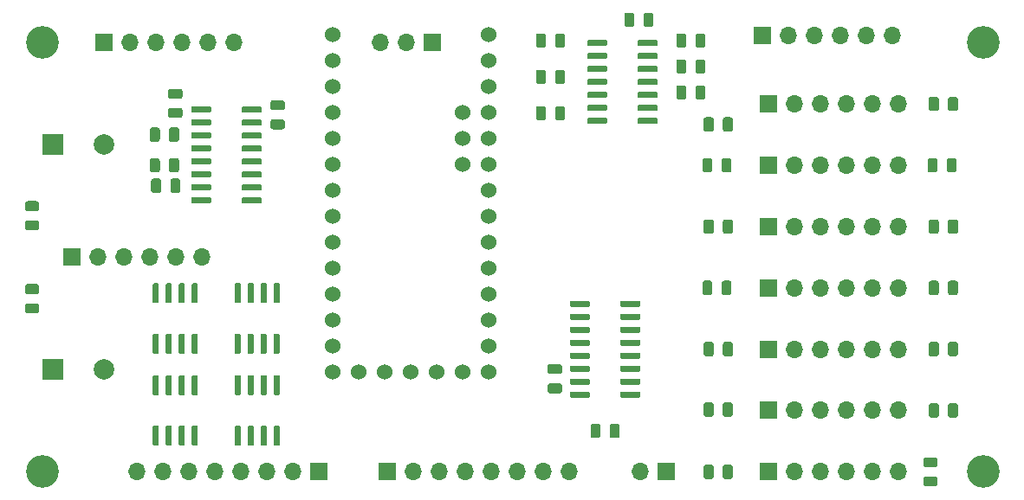
<source format=gts>
G04 #@! TF.GenerationSoftware,KiCad,Pcbnew,5.1.5-52549c5~84~ubuntu18.04.1*
G04 #@! TF.CreationDate,2020-03-25T21:31:25-04:00*
G04 #@! TF.ProjectId,control,636f6e74-726f-46c2-9e6b-696361645f70,rev?*
G04 #@! TF.SameCoordinates,Original*
G04 #@! TF.FileFunction,Soldermask,Top*
G04 #@! TF.FilePolarity,Negative*
%FSLAX46Y46*%
G04 Gerber Fmt 4.6, Leading zero omitted, Abs format (unit mm)*
G04 Created by KiCad (PCBNEW 5.1.5-52549c5~84~ubuntu18.04.1) date 2020-03-25 21:31:25*
%MOMM*%
%LPD*%
G04 APERTURE LIST*
%ADD10C,1.524000*%
%ADD11O,1.700000X1.700000*%
%ADD12R,1.700000X1.700000*%
%ADD13C,3.200000*%
%ADD14C,0.100000*%
%ADD15R,2.000000X2.000000*%
%ADD16C,2.000000*%
G04 APERTURE END LIST*
D10*
X60080000Y-30920000D03*
X60080000Y-28380000D03*
X60080000Y-25840000D03*
X47380000Y-18220000D03*
X47380000Y-20760000D03*
X47380000Y-23300000D03*
X47380000Y-25840000D03*
X47380000Y-28380000D03*
X47380000Y-30920000D03*
X47380000Y-33460000D03*
X47380000Y-36000000D03*
X47380000Y-38540000D03*
X47380000Y-41080000D03*
X47380000Y-43620000D03*
X47380000Y-46160000D03*
X47380000Y-48700000D03*
X47380000Y-51240000D03*
X49920000Y-51240000D03*
X52460000Y-51240000D03*
X55000000Y-51240000D03*
X57540000Y-51240000D03*
X60080000Y-51240000D03*
X62620000Y-51240000D03*
X62620000Y-48700000D03*
X62620000Y-46160000D03*
X62620000Y-43620000D03*
X62620000Y-41080000D03*
X62620000Y-38540000D03*
X62620000Y-36000000D03*
X62620000Y-33460000D03*
X62620000Y-30920000D03*
X62620000Y-28380000D03*
X62620000Y-25840000D03*
X62620000Y-23300000D03*
X62620000Y-20760000D03*
X62620000Y-18220000D03*
D11*
X52000000Y-19000000D03*
X54540000Y-19000000D03*
D12*
X57080000Y-19000000D03*
D13*
X111000000Y-19000000D03*
X111000000Y-61000000D03*
X19000000Y-19000000D03*
X19000000Y-61000000D03*
D14*
G36*
X34069703Y-42550722D02*
G01*
X34084264Y-42552882D01*
X34098543Y-42556459D01*
X34112403Y-42561418D01*
X34125710Y-42567712D01*
X34138336Y-42575280D01*
X34150159Y-42584048D01*
X34161066Y-42593934D01*
X34170952Y-42604841D01*
X34179720Y-42616664D01*
X34187288Y-42629290D01*
X34193582Y-42642597D01*
X34198541Y-42656457D01*
X34202118Y-42670736D01*
X34204278Y-42685297D01*
X34205000Y-42700000D01*
X34205000Y-44350000D01*
X34204278Y-44364703D01*
X34202118Y-44379264D01*
X34198541Y-44393543D01*
X34193582Y-44407403D01*
X34187288Y-44420710D01*
X34179720Y-44433336D01*
X34170952Y-44445159D01*
X34161066Y-44456066D01*
X34150159Y-44465952D01*
X34138336Y-44474720D01*
X34125710Y-44482288D01*
X34112403Y-44488582D01*
X34098543Y-44493541D01*
X34084264Y-44497118D01*
X34069703Y-44499278D01*
X34055000Y-44500000D01*
X33755000Y-44500000D01*
X33740297Y-44499278D01*
X33725736Y-44497118D01*
X33711457Y-44493541D01*
X33697597Y-44488582D01*
X33684290Y-44482288D01*
X33671664Y-44474720D01*
X33659841Y-44465952D01*
X33648934Y-44456066D01*
X33639048Y-44445159D01*
X33630280Y-44433336D01*
X33622712Y-44420710D01*
X33616418Y-44407403D01*
X33611459Y-44393543D01*
X33607882Y-44379264D01*
X33605722Y-44364703D01*
X33605000Y-44350000D01*
X33605000Y-42700000D01*
X33605722Y-42685297D01*
X33607882Y-42670736D01*
X33611459Y-42656457D01*
X33616418Y-42642597D01*
X33622712Y-42629290D01*
X33630280Y-42616664D01*
X33639048Y-42604841D01*
X33648934Y-42593934D01*
X33659841Y-42584048D01*
X33671664Y-42575280D01*
X33684290Y-42567712D01*
X33697597Y-42561418D01*
X33711457Y-42556459D01*
X33725736Y-42552882D01*
X33740297Y-42550722D01*
X33755000Y-42550000D01*
X34055000Y-42550000D01*
X34069703Y-42550722D01*
G37*
G36*
X32799703Y-42550722D02*
G01*
X32814264Y-42552882D01*
X32828543Y-42556459D01*
X32842403Y-42561418D01*
X32855710Y-42567712D01*
X32868336Y-42575280D01*
X32880159Y-42584048D01*
X32891066Y-42593934D01*
X32900952Y-42604841D01*
X32909720Y-42616664D01*
X32917288Y-42629290D01*
X32923582Y-42642597D01*
X32928541Y-42656457D01*
X32932118Y-42670736D01*
X32934278Y-42685297D01*
X32935000Y-42700000D01*
X32935000Y-44350000D01*
X32934278Y-44364703D01*
X32932118Y-44379264D01*
X32928541Y-44393543D01*
X32923582Y-44407403D01*
X32917288Y-44420710D01*
X32909720Y-44433336D01*
X32900952Y-44445159D01*
X32891066Y-44456066D01*
X32880159Y-44465952D01*
X32868336Y-44474720D01*
X32855710Y-44482288D01*
X32842403Y-44488582D01*
X32828543Y-44493541D01*
X32814264Y-44497118D01*
X32799703Y-44499278D01*
X32785000Y-44500000D01*
X32485000Y-44500000D01*
X32470297Y-44499278D01*
X32455736Y-44497118D01*
X32441457Y-44493541D01*
X32427597Y-44488582D01*
X32414290Y-44482288D01*
X32401664Y-44474720D01*
X32389841Y-44465952D01*
X32378934Y-44456066D01*
X32369048Y-44445159D01*
X32360280Y-44433336D01*
X32352712Y-44420710D01*
X32346418Y-44407403D01*
X32341459Y-44393543D01*
X32337882Y-44379264D01*
X32335722Y-44364703D01*
X32335000Y-44350000D01*
X32335000Y-42700000D01*
X32335722Y-42685297D01*
X32337882Y-42670736D01*
X32341459Y-42656457D01*
X32346418Y-42642597D01*
X32352712Y-42629290D01*
X32360280Y-42616664D01*
X32369048Y-42604841D01*
X32378934Y-42593934D01*
X32389841Y-42584048D01*
X32401664Y-42575280D01*
X32414290Y-42567712D01*
X32427597Y-42561418D01*
X32441457Y-42556459D01*
X32455736Y-42552882D01*
X32470297Y-42550722D01*
X32485000Y-42550000D01*
X32785000Y-42550000D01*
X32799703Y-42550722D01*
G37*
G36*
X31529703Y-42550722D02*
G01*
X31544264Y-42552882D01*
X31558543Y-42556459D01*
X31572403Y-42561418D01*
X31585710Y-42567712D01*
X31598336Y-42575280D01*
X31610159Y-42584048D01*
X31621066Y-42593934D01*
X31630952Y-42604841D01*
X31639720Y-42616664D01*
X31647288Y-42629290D01*
X31653582Y-42642597D01*
X31658541Y-42656457D01*
X31662118Y-42670736D01*
X31664278Y-42685297D01*
X31665000Y-42700000D01*
X31665000Y-44350000D01*
X31664278Y-44364703D01*
X31662118Y-44379264D01*
X31658541Y-44393543D01*
X31653582Y-44407403D01*
X31647288Y-44420710D01*
X31639720Y-44433336D01*
X31630952Y-44445159D01*
X31621066Y-44456066D01*
X31610159Y-44465952D01*
X31598336Y-44474720D01*
X31585710Y-44482288D01*
X31572403Y-44488582D01*
X31558543Y-44493541D01*
X31544264Y-44497118D01*
X31529703Y-44499278D01*
X31515000Y-44500000D01*
X31215000Y-44500000D01*
X31200297Y-44499278D01*
X31185736Y-44497118D01*
X31171457Y-44493541D01*
X31157597Y-44488582D01*
X31144290Y-44482288D01*
X31131664Y-44474720D01*
X31119841Y-44465952D01*
X31108934Y-44456066D01*
X31099048Y-44445159D01*
X31090280Y-44433336D01*
X31082712Y-44420710D01*
X31076418Y-44407403D01*
X31071459Y-44393543D01*
X31067882Y-44379264D01*
X31065722Y-44364703D01*
X31065000Y-44350000D01*
X31065000Y-42700000D01*
X31065722Y-42685297D01*
X31067882Y-42670736D01*
X31071459Y-42656457D01*
X31076418Y-42642597D01*
X31082712Y-42629290D01*
X31090280Y-42616664D01*
X31099048Y-42604841D01*
X31108934Y-42593934D01*
X31119841Y-42584048D01*
X31131664Y-42575280D01*
X31144290Y-42567712D01*
X31157597Y-42561418D01*
X31171457Y-42556459D01*
X31185736Y-42552882D01*
X31200297Y-42550722D01*
X31215000Y-42550000D01*
X31515000Y-42550000D01*
X31529703Y-42550722D01*
G37*
G36*
X30259703Y-42550722D02*
G01*
X30274264Y-42552882D01*
X30288543Y-42556459D01*
X30302403Y-42561418D01*
X30315710Y-42567712D01*
X30328336Y-42575280D01*
X30340159Y-42584048D01*
X30351066Y-42593934D01*
X30360952Y-42604841D01*
X30369720Y-42616664D01*
X30377288Y-42629290D01*
X30383582Y-42642597D01*
X30388541Y-42656457D01*
X30392118Y-42670736D01*
X30394278Y-42685297D01*
X30395000Y-42700000D01*
X30395000Y-44350000D01*
X30394278Y-44364703D01*
X30392118Y-44379264D01*
X30388541Y-44393543D01*
X30383582Y-44407403D01*
X30377288Y-44420710D01*
X30369720Y-44433336D01*
X30360952Y-44445159D01*
X30351066Y-44456066D01*
X30340159Y-44465952D01*
X30328336Y-44474720D01*
X30315710Y-44482288D01*
X30302403Y-44488582D01*
X30288543Y-44493541D01*
X30274264Y-44497118D01*
X30259703Y-44499278D01*
X30245000Y-44500000D01*
X29945000Y-44500000D01*
X29930297Y-44499278D01*
X29915736Y-44497118D01*
X29901457Y-44493541D01*
X29887597Y-44488582D01*
X29874290Y-44482288D01*
X29861664Y-44474720D01*
X29849841Y-44465952D01*
X29838934Y-44456066D01*
X29829048Y-44445159D01*
X29820280Y-44433336D01*
X29812712Y-44420710D01*
X29806418Y-44407403D01*
X29801459Y-44393543D01*
X29797882Y-44379264D01*
X29795722Y-44364703D01*
X29795000Y-44350000D01*
X29795000Y-42700000D01*
X29795722Y-42685297D01*
X29797882Y-42670736D01*
X29801459Y-42656457D01*
X29806418Y-42642597D01*
X29812712Y-42629290D01*
X29820280Y-42616664D01*
X29829048Y-42604841D01*
X29838934Y-42593934D01*
X29849841Y-42584048D01*
X29861664Y-42575280D01*
X29874290Y-42567712D01*
X29887597Y-42561418D01*
X29901457Y-42556459D01*
X29915736Y-42552882D01*
X29930297Y-42550722D01*
X29945000Y-42550000D01*
X30245000Y-42550000D01*
X30259703Y-42550722D01*
G37*
G36*
X30259703Y-47500722D02*
G01*
X30274264Y-47502882D01*
X30288543Y-47506459D01*
X30302403Y-47511418D01*
X30315710Y-47517712D01*
X30328336Y-47525280D01*
X30340159Y-47534048D01*
X30351066Y-47543934D01*
X30360952Y-47554841D01*
X30369720Y-47566664D01*
X30377288Y-47579290D01*
X30383582Y-47592597D01*
X30388541Y-47606457D01*
X30392118Y-47620736D01*
X30394278Y-47635297D01*
X30395000Y-47650000D01*
X30395000Y-49300000D01*
X30394278Y-49314703D01*
X30392118Y-49329264D01*
X30388541Y-49343543D01*
X30383582Y-49357403D01*
X30377288Y-49370710D01*
X30369720Y-49383336D01*
X30360952Y-49395159D01*
X30351066Y-49406066D01*
X30340159Y-49415952D01*
X30328336Y-49424720D01*
X30315710Y-49432288D01*
X30302403Y-49438582D01*
X30288543Y-49443541D01*
X30274264Y-49447118D01*
X30259703Y-49449278D01*
X30245000Y-49450000D01*
X29945000Y-49450000D01*
X29930297Y-49449278D01*
X29915736Y-49447118D01*
X29901457Y-49443541D01*
X29887597Y-49438582D01*
X29874290Y-49432288D01*
X29861664Y-49424720D01*
X29849841Y-49415952D01*
X29838934Y-49406066D01*
X29829048Y-49395159D01*
X29820280Y-49383336D01*
X29812712Y-49370710D01*
X29806418Y-49357403D01*
X29801459Y-49343543D01*
X29797882Y-49329264D01*
X29795722Y-49314703D01*
X29795000Y-49300000D01*
X29795000Y-47650000D01*
X29795722Y-47635297D01*
X29797882Y-47620736D01*
X29801459Y-47606457D01*
X29806418Y-47592597D01*
X29812712Y-47579290D01*
X29820280Y-47566664D01*
X29829048Y-47554841D01*
X29838934Y-47543934D01*
X29849841Y-47534048D01*
X29861664Y-47525280D01*
X29874290Y-47517712D01*
X29887597Y-47511418D01*
X29901457Y-47506459D01*
X29915736Y-47502882D01*
X29930297Y-47500722D01*
X29945000Y-47500000D01*
X30245000Y-47500000D01*
X30259703Y-47500722D01*
G37*
G36*
X31529703Y-47500722D02*
G01*
X31544264Y-47502882D01*
X31558543Y-47506459D01*
X31572403Y-47511418D01*
X31585710Y-47517712D01*
X31598336Y-47525280D01*
X31610159Y-47534048D01*
X31621066Y-47543934D01*
X31630952Y-47554841D01*
X31639720Y-47566664D01*
X31647288Y-47579290D01*
X31653582Y-47592597D01*
X31658541Y-47606457D01*
X31662118Y-47620736D01*
X31664278Y-47635297D01*
X31665000Y-47650000D01*
X31665000Y-49300000D01*
X31664278Y-49314703D01*
X31662118Y-49329264D01*
X31658541Y-49343543D01*
X31653582Y-49357403D01*
X31647288Y-49370710D01*
X31639720Y-49383336D01*
X31630952Y-49395159D01*
X31621066Y-49406066D01*
X31610159Y-49415952D01*
X31598336Y-49424720D01*
X31585710Y-49432288D01*
X31572403Y-49438582D01*
X31558543Y-49443541D01*
X31544264Y-49447118D01*
X31529703Y-49449278D01*
X31515000Y-49450000D01*
X31215000Y-49450000D01*
X31200297Y-49449278D01*
X31185736Y-49447118D01*
X31171457Y-49443541D01*
X31157597Y-49438582D01*
X31144290Y-49432288D01*
X31131664Y-49424720D01*
X31119841Y-49415952D01*
X31108934Y-49406066D01*
X31099048Y-49395159D01*
X31090280Y-49383336D01*
X31082712Y-49370710D01*
X31076418Y-49357403D01*
X31071459Y-49343543D01*
X31067882Y-49329264D01*
X31065722Y-49314703D01*
X31065000Y-49300000D01*
X31065000Y-47650000D01*
X31065722Y-47635297D01*
X31067882Y-47620736D01*
X31071459Y-47606457D01*
X31076418Y-47592597D01*
X31082712Y-47579290D01*
X31090280Y-47566664D01*
X31099048Y-47554841D01*
X31108934Y-47543934D01*
X31119841Y-47534048D01*
X31131664Y-47525280D01*
X31144290Y-47517712D01*
X31157597Y-47511418D01*
X31171457Y-47506459D01*
X31185736Y-47502882D01*
X31200297Y-47500722D01*
X31215000Y-47500000D01*
X31515000Y-47500000D01*
X31529703Y-47500722D01*
G37*
G36*
X32799703Y-47500722D02*
G01*
X32814264Y-47502882D01*
X32828543Y-47506459D01*
X32842403Y-47511418D01*
X32855710Y-47517712D01*
X32868336Y-47525280D01*
X32880159Y-47534048D01*
X32891066Y-47543934D01*
X32900952Y-47554841D01*
X32909720Y-47566664D01*
X32917288Y-47579290D01*
X32923582Y-47592597D01*
X32928541Y-47606457D01*
X32932118Y-47620736D01*
X32934278Y-47635297D01*
X32935000Y-47650000D01*
X32935000Y-49300000D01*
X32934278Y-49314703D01*
X32932118Y-49329264D01*
X32928541Y-49343543D01*
X32923582Y-49357403D01*
X32917288Y-49370710D01*
X32909720Y-49383336D01*
X32900952Y-49395159D01*
X32891066Y-49406066D01*
X32880159Y-49415952D01*
X32868336Y-49424720D01*
X32855710Y-49432288D01*
X32842403Y-49438582D01*
X32828543Y-49443541D01*
X32814264Y-49447118D01*
X32799703Y-49449278D01*
X32785000Y-49450000D01*
X32485000Y-49450000D01*
X32470297Y-49449278D01*
X32455736Y-49447118D01*
X32441457Y-49443541D01*
X32427597Y-49438582D01*
X32414290Y-49432288D01*
X32401664Y-49424720D01*
X32389841Y-49415952D01*
X32378934Y-49406066D01*
X32369048Y-49395159D01*
X32360280Y-49383336D01*
X32352712Y-49370710D01*
X32346418Y-49357403D01*
X32341459Y-49343543D01*
X32337882Y-49329264D01*
X32335722Y-49314703D01*
X32335000Y-49300000D01*
X32335000Y-47650000D01*
X32335722Y-47635297D01*
X32337882Y-47620736D01*
X32341459Y-47606457D01*
X32346418Y-47592597D01*
X32352712Y-47579290D01*
X32360280Y-47566664D01*
X32369048Y-47554841D01*
X32378934Y-47543934D01*
X32389841Y-47534048D01*
X32401664Y-47525280D01*
X32414290Y-47517712D01*
X32427597Y-47511418D01*
X32441457Y-47506459D01*
X32455736Y-47502882D01*
X32470297Y-47500722D01*
X32485000Y-47500000D01*
X32785000Y-47500000D01*
X32799703Y-47500722D01*
G37*
G36*
X34069703Y-47500722D02*
G01*
X34084264Y-47502882D01*
X34098543Y-47506459D01*
X34112403Y-47511418D01*
X34125710Y-47517712D01*
X34138336Y-47525280D01*
X34150159Y-47534048D01*
X34161066Y-47543934D01*
X34170952Y-47554841D01*
X34179720Y-47566664D01*
X34187288Y-47579290D01*
X34193582Y-47592597D01*
X34198541Y-47606457D01*
X34202118Y-47620736D01*
X34204278Y-47635297D01*
X34205000Y-47650000D01*
X34205000Y-49300000D01*
X34204278Y-49314703D01*
X34202118Y-49329264D01*
X34198541Y-49343543D01*
X34193582Y-49357403D01*
X34187288Y-49370710D01*
X34179720Y-49383336D01*
X34170952Y-49395159D01*
X34161066Y-49406066D01*
X34150159Y-49415952D01*
X34138336Y-49424720D01*
X34125710Y-49432288D01*
X34112403Y-49438582D01*
X34098543Y-49443541D01*
X34084264Y-49447118D01*
X34069703Y-49449278D01*
X34055000Y-49450000D01*
X33755000Y-49450000D01*
X33740297Y-49449278D01*
X33725736Y-49447118D01*
X33711457Y-49443541D01*
X33697597Y-49438582D01*
X33684290Y-49432288D01*
X33671664Y-49424720D01*
X33659841Y-49415952D01*
X33648934Y-49406066D01*
X33639048Y-49395159D01*
X33630280Y-49383336D01*
X33622712Y-49370710D01*
X33616418Y-49357403D01*
X33611459Y-49343543D01*
X33607882Y-49329264D01*
X33605722Y-49314703D01*
X33605000Y-49300000D01*
X33605000Y-47650000D01*
X33605722Y-47635297D01*
X33607882Y-47620736D01*
X33611459Y-47606457D01*
X33616418Y-47592597D01*
X33622712Y-47579290D01*
X33630280Y-47566664D01*
X33639048Y-47554841D01*
X33648934Y-47543934D01*
X33659841Y-47534048D01*
X33671664Y-47525280D01*
X33684290Y-47517712D01*
X33697597Y-47511418D01*
X33711457Y-47506459D01*
X33725736Y-47502882D01*
X33740297Y-47500722D01*
X33755000Y-47500000D01*
X34055000Y-47500000D01*
X34069703Y-47500722D01*
G37*
G36*
X42069703Y-56500722D02*
G01*
X42084264Y-56502882D01*
X42098543Y-56506459D01*
X42112403Y-56511418D01*
X42125710Y-56517712D01*
X42138336Y-56525280D01*
X42150159Y-56534048D01*
X42161066Y-56543934D01*
X42170952Y-56554841D01*
X42179720Y-56566664D01*
X42187288Y-56579290D01*
X42193582Y-56592597D01*
X42198541Y-56606457D01*
X42202118Y-56620736D01*
X42204278Y-56635297D01*
X42205000Y-56650000D01*
X42205000Y-58300000D01*
X42204278Y-58314703D01*
X42202118Y-58329264D01*
X42198541Y-58343543D01*
X42193582Y-58357403D01*
X42187288Y-58370710D01*
X42179720Y-58383336D01*
X42170952Y-58395159D01*
X42161066Y-58406066D01*
X42150159Y-58415952D01*
X42138336Y-58424720D01*
X42125710Y-58432288D01*
X42112403Y-58438582D01*
X42098543Y-58443541D01*
X42084264Y-58447118D01*
X42069703Y-58449278D01*
X42055000Y-58450000D01*
X41755000Y-58450000D01*
X41740297Y-58449278D01*
X41725736Y-58447118D01*
X41711457Y-58443541D01*
X41697597Y-58438582D01*
X41684290Y-58432288D01*
X41671664Y-58424720D01*
X41659841Y-58415952D01*
X41648934Y-58406066D01*
X41639048Y-58395159D01*
X41630280Y-58383336D01*
X41622712Y-58370710D01*
X41616418Y-58357403D01*
X41611459Y-58343543D01*
X41607882Y-58329264D01*
X41605722Y-58314703D01*
X41605000Y-58300000D01*
X41605000Y-56650000D01*
X41605722Y-56635297D01*
X41607882Y-56620736D01*
X41611459Y-56606457D01*
X41616418Y-56592597D01*
X41622712Y-56579290D01*
X41630280Y-56566664D01*
X41639048Y-56554841D01*
X41648934Y-56543934D01*
X41659841Y-56534048D01*
X41671664Y-56525280D01*
X41684290Y-56517712D01*
X41697597Y-56511418D01*
X41711457Y-56506459D01*
X41725736Y-56502882D01*
X41740297Y-56500722D01*
X41755000Y-56500000D01*
X42055000Y-56500000D01*
X42069703Y-56500722D01*
G37*
G36*
X40799703Y-56500722D02*
G01*
X40814264Y-56502882D01*
X40828543Y-56506459D01*
X40842403Y-56511418D01*
X40855710Y-56517712D01*
X40868336Y-56525280D01*
X40880159Y-56534048D01*
X40891066Y-56543934D01*
X40900952Y-56554841D01*
X40909720Y-56566664D01*
X40917288Y-56579290D01*
X40923582Y-56592597D01*
X40928541Y-56606457D01*
X40932118Y-56620736D01*
X40934278Y-56635297D01*
X40935000Y-56650000D01*
X40935000Y-58300000D01*
X40934278Y-58314703D01*
X40932118Y-58329264D01*
X40928541Y-58343543D01*
X40923582Y-58357403D01*
X40917288Y-58370710D01*
X40909720Y-58383336D01*
X40900952Y-58395159D01*
X40891066Y-58406066D01*
X40880159Y-58415952D01*
X40868336Y-58424720D01*
X40855710Y-58432288D01*
X40842403Y-58438582D01*
X40828543Y-58443541D01*
X40814264Y-58447118D01*
X40799703Y-58449278D01*
X40785000Y-58450000D01*
X40485000Y-58450000D01*
X40470297Y-58449278D01*
X40455736Y-58447118D01*
X40441457Y-58443541D01*
X40427597Y-58438582D01*
X40414290Y-58432288D01*
X40401664Y-58424720D01*
X40389841Y-58415952D01*
X40378934Y-58406066D01*
X40369048Y-58395159D01*
X40360280Y-58383336D01*
X40352712Y-58370710D01*
X40346418Y-58357403D01*
X40341459Y-58343543D01*
X40337882Y-58329264D01*
X40335722Y-58314703D01*
X40335000Y-58300000D01*
X40335000Y-56650000D01*
X40335722Y-56635297D01*
X40337882Y-56620736D01*
X40341459Y-56606457D01*
X40346418Y-56592597D01*
X40352712Y-56579290D01*
X40360280Y-56566664D01*
X40369048Y-56554841D01*
X40378934Y-56543934D01*
X40389841Y-56534048D01*
X40401664Y-56525280D01*
X40414290Y-56517712D01*
X40427597Y-56511418D01*
X40441457Y-56506459D01*
X40455736Y-56502882D01*
X40470297Y-56500722D01*
X40485000Y-56500000D01*
X40785000Y-56500000D01*
X40799703Y-56500722D01*
G37*
G36*
X39529703Y-56500722D02*
G01*
X39544264Y-56502882D01*
X39558543Y-56506459D01*
X39572403Y-56511418D01*
X39585710Y-56517712D01*
X39598336Y-56525280D01*
X39610159Y-56534048D01*
X39621066Y-56543934D01*
X39630952Y-56554841D01*
X39639720Y-56566664D01*
X39647288Y-56579290D01*
X39653582Y-56592597D01*
X39658541Y-56606457D01*
X39662118Y-56620736D01*
X39664278Y-56635297D01*
X39665000Y-56650000D01*
X39665000Y-58300000D01*
X39664278Y-58314703D01*
X39662118Y-58329264D01*
X39658541Y-58343543D01*
X39653582Y-58357403D01*
X39647288Y-58370710D01*
X39639720Y-58383336D01*
X39630952Y-58395159D01*
X39621066Y-58406066D01*
X39610159Y-58415952D01*
X39598336Y-58424720D01*
X39585710Y-58432288D01*
X39572403Y-58438582D01*
X39558543Y-58443541D01*
X39544264Y-58447118D01*
X39529703Y-58449278D01*
X39515000Y-58450000D01*
X39215000Y-58450000D01*
X39200297Y-58449278D01*
X39185736Y-58447118D01*
X39171457Y-58443541D01*
X39157597Y-58438582D01*
X39144290Y-58432288D01*
X39131664Y-58424720D01*
X39119841Y-58415952D01*
X39108934Y-58406066D01*
X39099048Y-58395159D01*
X39090280Y-58383336D01*
X39082712Y-58370710D01*
X39076418Y-58357403D01*
X39071459Y-58343543D01*
X39067882Y-58329264D01*
X39065722Y-58314703D01*
X39065000Y-58300000D01*
X39065000Y-56650000D01*
X39065722Y-56635297D01*
X39067882Y-56620736D01*
X39071459Y-56606457D01*
X39076418Y-56592597D01*
X39082712Y-56579290D01*
X39090280Y-56566664D01*
X39099048Y-56554841D01*
X39108934Y-56543934D01*
X39119841Y-56534048D01*
X39131664Y-56525280D01*
X39144290Y-56517712D01*
X39157597Y-56511418D01*
X39171457Y-56506459D01*
X39185736Y-56502882D01*
X39200297Y-56500722D01*
X39215000Y-56500000D01*
X39515000Y-56500000D01*
X39529703Y-56500722D01*
G37*
G36*
X38259703Y-56500722D02*
G01*
X38274264Y-56502882D01*
X38288543Y-56506459D01*
X38302403Y-56511418D01*
X38315710Y-56517712D01*
X38328336Y-56525280D01*
X38340159Y-56534048D01*
X38351066Y-56543934D01*
X38360952Y-56554841D01*
X38369720Y-56566664D01*
X38377288Y-56579290D01*
X38383582Y-56592597D01*
X38388541Y-56606457D01*
X38392118Y-56620736D01*
X38394278Y-56635297D01*
X38395000Y-56650000D01*
X38395000Y-58300000D01*
X38394278Y-58314703D01*
X38392118Y-58329264D01*
X38388541Y-58343543D01*
X38383582Y-58357403D01*
X38377288Y-58370710D01*
X38369720Y-58383336D01*
X38360952Y-58395159D01*
X38351066Y-58406066D01*
X38340159Y-58415952D01*
X38328336Y-58424720D01*
X38315710Y-58432288D01*
X38302403Y-58438582D01*
X38288543Y-58443541D01*
X38274264Y-58447118D01*
X38259703Y-58449278D01*
X38245000Y-58450000D01*
X37945000Y-58450000D01*
X37930297Y-58449278D01*
X37915736Y-58447118D01*
X37901457Y-58443541D01*
X37887597Y-58438582D01*
X37874290Y-58432288D01*
X37861664Y-58424720D01*
X37849841Y-58415952D01*
X37838934Y-58406066D01*
X37829048Y-58395159D01*
X37820280Y-58383336D01*
X37812712Y-58370710D01*
X37806418Y-58357403D01*
X37801459Y-58343543D01*
X37797882Y-58329264D01*
X37795722Y-58314703D01*
X37795000Y-58300000D01*
X37795000Y-56650000D01*
X37795722Y-56635297D01*
X37797882Y-56620736D01*
X37801459Y-56606457D01*
X37806418Y-56592597D01*
X37812712Y-56579290D01*
X37820280Y-56566664D01*
X37829048Y-56554841D01*
X37838934Y-56543934D01*
X37849841Y-56534048D01*
X37861664Y-56525280D01*
X37874290Y-56517712D01*
X37887597Y-56511418D01*
X37901457Y-56506459D01*
X37915736Y-56502882D01*
X37930297Y-56500722D01*
X37945000Y-56500000D01*
X38245000Y-56500000D01*
X38259703Y-56500722D01*
G37*
G36*
X38259703Y-51550722D02*
G01*
X38274264Y-51552882D01*
X38288543Y-51556459D01*
X38302403Y-51561418D01*
X38315710Y-51567712D01*
X38328336Y-51575280D01*
X38340159Y-51584048D01*
X38351066Y-51593934D01*
X38360952Y-51604841D01*
X38369720Y-51616664D01*
X38377288Y-51629290D01*
X38383582Y-51642597D01*
X38388541Y-51656457D01*
X38392118Y-51670736D01*
X38394278Y-51685297D01*
X38395000Y-51700000D01*
X38395000Y-53350000D01*
X38394278Y-53364703D01*
X38392118Y-53379264D01*
X38388541Y-53393543D01*
X38383582Y-53407403D01*
X38377288Y-53420710D01*
X38369720Y-53433336D01*
X38360952Y-53445159D01*
X38351066Y-53456066D01*
X38340159Y-53465952D01*
X38328336Y-53474720D01*
X38315710Y-53482288D01*
X38302403Y-53488582D01*
X38288543Y-53493541D01*
X38274264Y-53497118D01*
X38259703Y-53499278D01*
X38245000Y-53500000D01*
X37945000Y-53500000D01*
X37930297Y-53499278D01*
X37915736Y-53497118D01*
X37901457Y-53493541D01*
X37887597Y-53488582D01*
X37874290Y-53482288D01*
X37861664Y-53474720D01*
X37849841Y-53465952D01*
X37838934Y-53456066D01*
X37829048Y-53445159D01*
X37820280Y-53433336D01*
X37812712Y-53420710D01*
X37806418Y-53407403D01*
X37801459Y-53393543D01*
X37797882Y-53379264D01*
X37795722Y-53364703D01*
X37795000Y-53350000D01*
X37795000Y-51700000D01*
X37795722Y-51685297D01*
X37797882Y-51670736D01*
X37801459Y-51656457D01*
X37806418Y-51642597D01*
X37812712Y-51629290D01*
X37820280Y-51616664D01*
X37829048Y-51604841D01*
X37838934Y-51593934D01*
X37849841Y-51584048D01*
X37861664Y-51575280D01*
X37874290Y-51567712D01*
X37887597Y-51561418D01*
X37901457Y-51556459D01*
X37915736Y-51552882D01*
X37930297Y-51550722D01*
X37945000Y-51550000D01*
X38245000Y-51550000D01*
X38259703Y-51550722D01*
G37*
G36*
X39529703Y-51550722D02*
G01*
X39544264Y-51552882D01*
X39558543Y-51556459D01*
X39572403Y-51561418D01*
X39585710Y-51567712D01*
X39598336Y-51575280D01*
X39610159Y-51584048D01*
X39621066Y-51593934D01*
X39630952Y-51604841D01*
X39639720Y-51616664D01*
X39647288Y-51629290D01*
X39653582Y-51642597D01*
X39658541Y-51656457D01*
X39662118Y-51670736D01*
X39664278Y-51685297D01*
X39665000Y-51700000D01*
X39665000Y-53350000D01*
X39664278Y-53364703D01*
X39662118Y-53379264D01*
X39658541Y-53393543D01*
X39653582Y-53407403D01*
X39647288Y-53420710D01*
X39639720Y-53433336D01*
X39630952Y-53445159D01*
X39621066Y-53456066D01*
X39610159Y-53465952D01*
X39598336Y-53474720D01*
X39585710Y-53482288D01*
X39572403Y-53488582D01*
X39558543Y-53493541D01*
X39544264Y-53497118D01*
X39529703Y-53499278D01*
X39515000Y-53500000D01*
X39215000Y-53500000D01*
X39200297Y-53499278D01*
X39185736Y-53497118D01*
X39171457Y-53493541D01*
X39157597Y-53488582D01*
X39144290Y-53482288D01*
X39131664Y-53474720D01*
X39119841Y-53465952D01*
X39108934Y-53456066D01*
X39099048Y-53445159D01*
X39090280Y-53433336D01*
X39082712Y-53420710D01*
X39076418Y-53407403D01*
X39071459Y-53393543D01*
X39067882Y-53379264D01*
X39065722Y-53364703D01*
X39065000Y-53350000D01*
X39065000Y-51700000D01*
X39065722Y-51685297D01*
X39067882Y-51670736D01*
X39071459Y-51656457D01*
X39076418Y-51642597D01*
X39082712Y-51629290D01*
X39090280Y-51616664D01*
X39099048Y-51604841D01*
X39108934Y-51593934D01*
X39119841Y-51584048D01*
X39131664Y-51575280D01*
X39144290Y-51567712D01*
X39157597Y-51561418D01*
X39171457Y-51556459D01*
X39185736Y-51552882D01*
X39200297Y-51550722D01*
X39215000Y-51550000D01*
X39515000Y-51550000D01*
X39529703Y-51550722D01*
G37*
G36*
X40799703Y-51550722D02*
G01*
X40814264Y-51552882D01*
X40828543Y-51556459D01*
X40842403Y-51561418D01*
X40855710Y-51567712D01*
X40868336Y-51575280D01*
X40880159Y-51584048D01*
X40891066Y-51593934D01*
X40900952Y-51604841D01*
X40909720Y-51616664D01*
X40917288Y-51629290D01*
X40923582Y-51642597D01*
X40928541Y-51656457D01*
X40932118Y-51670736D01*
X40934278Y-51685297D01*
X40935000Y-51700000D01*
X40935000Y-53350000D01*
X40934278Y-53364703D01*
X40932118Y-53379264D01*
X40928541Y-53393543D01*
X40923582Y-53407403D01*
X40917288Y-53420710D01*
X40909720Y-53433336D01*
X40900952Y-53445159D01*
X40891066Y-53456066D01*
X40880159Y-53465952D01*
X40868336Y-53474720D01*
X40855710Y-53482288D01*
X40842403Y-53488582D01*
X40828543Y-53493541D01*
X40814264Y-53497118D01*
X40799703Y-53499278D01*
X40785000Y-53500000D01*
X40485000Y-53500000D01*
X40470297Y-53499278D01*
X40455736Y-53497118D01*
X40441457Y-53493541D01*
X40427597Y-53488582D01*
X40414290Y-53482288D01*
X40401664Y-53474720D01*
X40389841Y-53465952D01*
X40378934Y-53456066D01*
X40369048Y-53445159D01*
X40360280Y-53433336D01*
X40352712Y-53420710D01*
X40346418Y-53407403D01*
X40341459Y-53393543D01*
X40337882Y-53379264D01*
X40335722Y-53364703D01*
X40335000Y-53350000D01*
X40335000Y-51700000D01*
X40335722Y-51685297D01*
X40337882Y-51670736D01*
X40341459Y-51656457D01*
X40346418Y-51642597D01*
X40352712Y-51629290D01*
X40360280Y-51616664D01*
X40369048Y-51604841D01*
X40378934Y-51593934D01*
X40389841Y-51584048D01*
X40401664Y-51575280D01*
X40414290Y-51567712D01*
X40427597Y-51561418D01*
X40441457Y-51556459D01*
X40455736Y-51552882D01*
X40470297Y-51550722D01*
X40485000Y-51550000D01*
X40785000Y-51550000D01*
X40799703Y-51550722D01*
G37*
G36*
X42069703Y-51550722D02*
G01*
X42084264Y-51552882D01*
X42098543Y-51556459D01*
X42112403Y-51561418D01*
X42125710Y-51567712D01*
X42138336Y-51575280D01*
X42150159Y-51584048D01*
X42161066Y-51593934D01*
X42170952Y-51604841D01*
X42179720Y-51616664D01*
X42187288Y-51629290D01*
X42193582Y-51642597D01*
X42198541Y-51656457D01*
X42202118Y-51670736D01*
X42204278Y-51685297D01*
X42205000Y-51700000D01*
X42205000Y-53350000D01*
X42204278Y-53364703D01*
X42202118Y-53379264D01*
X42198541Y-53393543D01*
X42193582Y-53407403D01*
X42187288Y-53420710D01*
X42179720Y-53433336D01*
X42170952Y-53445159D01*
X42161066Y-53456066D01*
X42150159Y-53465952D01*
X42138336Y-53474720D01*
X42125710Y-53482288D01*
X42112403Y-53488582D01*
X42098543Y-53493541D01*
X42084264Y-53497118D01*
X42069703Y-53499278D01*
X42055000Y-53500000D01*
X41755000Y-53500000D01*
X41740297Y-53499278D01*
X41725736Y-53497118D01*
X41711457Y-53493541D01*
X41697597Y-53488582D01*
X41684290Y-53482288D01*
X41671664Y-53474720D01*
X41659841Y-53465952D01*
X41648934Y-53456066D01*
X41639048Y-53445159D01*
X41630280Y-53433336D01*
X41622712Y-53420710D01*
X41616418Y-53407403D01*
X41611459Y-53393543D01*
X41607882Y-53379264D01*
X41605722Y-53364703D01*
X41605000Y-53350000D01*
X41605000Y-51700000D01*
X41605722Y-51685297D01*
X41607882Y-51670736D01*
X41611459Y-51656457D01*
X41616418Y-51642597D01*
X41622712Y-51629290D01*
X41630280Y-51616664D01*
X41639048Y-51604841D01*
X41648934Y-51593934D01*
X41659841Y-51584048D01*
X41671664Y-51575280D01*
X41684290Y-51567712D01*
X41697597Y-51561418D01*
X41711457Y-51556459D01*
X41725736Y-51552882D01*
X41740297Y-51550722D01*
X41755000Y-51550000D01*
X42055000Y-51550000D01*
X42069703Y-51550722D01*
G37*
G36*
X40314703Y-25255722D02*
G01*
X40329264Y-25257882D01*
X40343543Y-25261459D01*
X40357403Y-25266418D01*
X40370710Y-25272712D01*
X40383336Y-25280280D01*
X40395159Y-25289048D01*
X40406066Y-25298934D01*
X40415952Y-25309841D01*
X40424720Y-25321664D01*
X40432288Y-25334290D01*
X40438582Y-25347597D01*
X40443541Y-25361457D01*
X40447118Y-25375736D01*
X40449278Y-25390297D01*
X40450000Y-25405000D01*
X40450000Y-25705000D01*
X40449278Y-25719703D01*
X40447118Y-25734264D01*
X40443541Y-25748543D01*
X40438582Y-25762403D01*
X40432288Y-25775710D01*
X40424720Y-25788336D01*
X40415952Y-25800159D01*
X40406066Y-25811066D01*
X40395159Y-25820952D01*
X40383336Y-25829720D01*
X40370710Y-25837288D01*
X40357403Y-25843582D01*
X40343543Y-25848541D01*
X40329264Y-25852118D01*
X40314703Y-25854278D01*
X40300000Y-25855000D01*
X38650000Y-25855000D01*
X38635297Y-25854278D01*
X38620736Y-25852118D01*
X38606457Y-25848541D01*
X38592597Y-25843582D01*
X38579290Y-25837288D01*
X38566664Y-25829720D01*
X38554841Y-25820952D01*
X38543934Y-25811066D01*
X38534048Y-25800159D01*
X38525280Y-25788336D01*
X38517712Y-25775710D01*
X38511418Y-25762403D01*
X38506459Y-25748543D01*
X38502882Y-25734264D01*
X38500722Y-25719703D01*
X38500000Y-25705000D01*
X38500000Y-25405000D01*
X38500722Y-25390297D01*
X38502882Y-25375736D01*
X38506459Y-25361457D01*
X38511418Y-25347597D01*
X38517712Y-25334290D01*
X38525280Y-25321664D01*
X38534048Y-25309841D01*
X38543934Y-25298934D01*
X38554841Y-25289048D01*
X38566664Y-25280280D01*
X38579290Y-25272712D01*
X38592597Y-25266418D01*
X38606457Y-25261459D01*
X38620736Y-25257882D01*
X38635297Y-25255722D01*
X38650000Y-25255000D01*
X40300000Y-25255000D01*
X40314703Y-25255722D01*
G37*
G36*
X40314703Y-26525722D02*
G01*
X40329264Y-26527882D01*
X40343543Y-26531459D01*
X40357403Y-26536418D01*
X40370710Y-26542712D01*
X40383336Y-26550280D01*
X40395159Y-26559048D01*
X40406066Y-26568934D01*
X40415952Y-26579841D01*
X40424720Y-26591664D01*
X40432288Y-26604290D01*
X40438582Y-26617597D01*
X40443541Y-26631457D01*
X40447118Y-26645736D01*
X40449278Y-26660297D01*
X40450000Y-26675000D01*
X40450000Y-26975000D01*
X40449278Y-26989703D01*
X40447118Y-27004264D01*
X40443541Y-27018543D01*
X40438582Y-27032403D01*
X40432288Y-27045710D01*
X40424720Y-27058336D01*
X40415952Y-27070159D01*
X40406066Y-27081066D01*
X40395159Y-27090952D01*
X40383336Y-27099720D01*
X40370710Y-27107288D01*
X40357403Y-27113582D01*
X40343543Y-27118541D01*
X40329264Y-27122118D01*
X40314703Y-27124278D01*
X40300000Y-27125000D01*
X38650000Y-27125000D01*
X38635297Y-27124278D01*
X38620736Y-27122118D01*
X38606457Y-27118541D01*
X38592597Y-27113582D01*
X38579290Y-27107288D01*
X38566664Y-27099720D01*
X38554841Y-27090952D01*
X38543934Y-27081066D01*
X38534048Y-27070159D01*
X38525280Y-27058336D01*
X38517712Y-27045710D01*
X38511418Y-27032403D01*
X38506459Y-27018543D01*
X38502882Y-27004264D01*
X38500722Y-26989703D01*
X38500000Y-26975000D01*
X38500000Y-26675000D01*
X38500722Y-26660297D01*
X38502882Y-26645736D01*
X38506459Y-26631457D01*
X38511418Y-26617597D01*
X38517712Y-26604290D01*
X38525280Y-26591664D01*
X38534048Y-26579841D01*
X38543934Y-26568934D01*
X38554841Y-26559048D01*
X38566664Y-26550280D01*
X38579290Y-26542712D01*
X38592597Y-26536418D01*
X38606457Y-26531459D01*
X38620736Y-26527882D01*
X38635297Y-26525722D01*
X38650000Y-26525000D01*
X40300000Y-26525000D01*
X40314703Y-26525722D01*
G37*
G36*
X40314703Y-27795722D02*
G01*
X40329264Y-27797882D01*
X40343543Y-27801459D01*
X40357403Y-27806418D01*
X40370710Y-27812712D01*
X40383336Y-27820280D01*
X40395159Y-27829048D01*
X40406066Y-27838934D01*
X40415952Y-27849841D01*
X40424720Y-27861664D01*
X40432288Y-27874290D01*
X40438582Y-27887597D01*
X40443541Y-27901457D01*
X40447118Y-27915736D01*
X40449278Y-27930297D01*
X40450000Y-27945000D01*
X40450000Y-28245000D01*
X40449278Y-28259703D01*
X40447118Y-28274264D01*
X40443541Y-28288543D01*
X40438582Y-28302403D01*
X40432288Y-28315710D01*
X40424720Y-28328336D01*
X40415952Y-28340159D01*
X40406066Y-28351066D01*
X40395159Y-28360952D01*
X40383336Y-28369720D01*
X40370710Y-28377288D01*
X40357403Y-28383582D01*
X40343543Y-28388541D01*
X40329264Y-28392118D01*
X40314703Y-28394278D01*
X40300000Y-28395000D01*
X38650000Y-28395000D01*
X38635297Y-28394278D01*
X38620736Y-28392118D01*
X38606457Y-28388541D01*
X38592597Y-28383582D01*
X38579290Y-28377288D01*
X38566664Y-28369720D01*
X38554841Y-28360952D01*
X38543934Y-28351066D01*
X38534048Y-28340159D01*
X38525280Y-28328336D01*
X38517712Y-28315710D01*
X38511418Y-28302403D01*
X38506459Y-28288543D01*
X38502882Y-28274264D01*
X38500722Y-28259703D01*
X38500000Y-28245000D01*
X38500000Y-27945000D01*
X38500722Y-27930297D01*
X38502882Y-27915736D01*
X38506459Y-27901457D01*
X38511418Y-27887597D01*
X38517712Y-27874290D01*
X38525280Y-27861664D01*
X38534048Y-27849841D01*
X38543934Y-27838934D01*
X38554841Y-27829048D01*
X38566664Y-27820280D01*
X38579290Y-27812712D01*
X38592597Y-27806418D01*
X38606457Y-27801459D01*
X38620736Y-27797882D01*
X38635297Y-27795722D01*
X38650000Y-27795000D01*
X40300000Y-27795000D01*
X40314703Y-27795722D01*
G37*
G36*
X40314703Y-29065722D02*
G01*
X40329264Y-29067882D01*
X40343543Y-29071459D01*
X40357403Y-29076418D01*
X40370710Y-29082712D01*
X40383336Y-29090280D01*
X40395159Y-29099048D01*
X40406066Y-29108934D01*
X40415952Y-29119841D01*
X40424720Y-29131664D01*
X40432288Y-29144290D01*
X40438582Y-29157597D01*
X40443541Y-29171457D01*
X40447118Y-29185736D01*
X40449278Y-29200297D01*
X40450000Y-29215000D01*
X40450000Y-29515000D01*
X40449278Y-29529703D01*
X40447118Y-29544264D01*
X40443541Y-29558543D01*
X40438582Y-29572403D01*
X40432288Y-29585710D01*
X40424720Y-29598336D01*
X40415952Y-29610159D01*
X40406066Y-29621066D01*
X40395159Y-29630952D01*
X40383336Y-29639720D01*
X40370710Y-29647288D01*
X40357403Y-29653582D01*
X40343543Y-29658541D01*
X40329264Y-29662118D01*
X40314703Y-29664278D01*
X40300000Y-29665000D01*
X38650000Y-29665000D01*
X38635297Y-29664278D01*
X38620736Y-29662118D01*
X38606457Y-29658541D01*
X38592597Y-29653582D01*
X38579290Y-29647288D01*
X38566664Y-29639720D01*
X38554841Y-29630952D01*
X38543934Y-29621066D01*
X38534048Y-29610159D01*
X38525280Y-29598336D01*
X38517712Y-29585710D01*
X38511418Y-29572403D01*
X38506459Y-29558543D01*
X38502882Y-29544264D01*
X38500722Y-29529703D01*
X38500000Y-29515000D01*
X38500000Y-29215000D01*
X38500722Y-29200297D01*
X38502882Y-29185736D01*
X38506459Y-29171457D01*
X38511418Y-29157597D01*
X38517712Y-29144290D01*
X38525280Y-29131664D01*
X38534048Y-29119841D01*
X38543934Y-29108934D01*
X38554841Y-29099048D01*
X38566664Y-29090280D01*
X38579290Y-29082712D01*
X38592597Y-29076418D01*
X38606457Y-29071459D01*
X38620736Y-29067882D01*
X38635297Y-29065722D01*
X38650000Y-29065000D01*
X40300000Y-29065000D01*
X40314703Y-29065722D01*
G37*
G36*
X40314703Y-30335722D02*
G01*
X40329264Y-30337882D01*
X40343543Y-30341459D01*
X40357403Y-30346418D01*
X40370710Y-30352712D01*
X40383336Y-30360280D01*
X40395159Y-30369048D01*
X40406066Y-30378934D01*
X40415952Y-30389841D01*
X40424720Y-30401664D01*
X40432288Y-30414290D01*
X40438582Y-30427597D01*
X40443541Y-30441457D01*
X40447118Y-30455736D01*
X40449278Y-30470297D01*
X40450000Y-30485000D01*
X40450000Y-30785000D01*
X40449278Y-30799703D01*
X40447118Y-30814264D01*
X40443541Y-30828543D01*
X40438582Y-30842403D01*
X40432288Y-30855710D01*
X40424720Y-30868336D01*
X40415952Y-30880159D01*
X40406066Y-30891066D01*
X40395159Y-30900952D01*
X40383336Y-30909720D01*
X40370710Y-30917288D01*
X40357403Y-30923582D01*
X40343543Y-30928541D01*
X40329264Y-30932118D01*
X40314703Y-30934278D01*
X40300000Y-30935000D01*
X38650000Y-30935000D01*
X38635297Y-30934278D01*
X38620736Y-30932118D01*
X38606457Y-30928541D01*
X38592597Y-30923582D01*
X38579290Y-30917288D01*
X38566664Y-30909720D01*
X38554841Y-30900952D01*
X38543934Y-30891066D01*
X38534048Y-30880159D01*
X38525280Y-30868336D01*
X38517712Y-30855710D01*
X38511418Y-30842403D01*
X38506459Y-30828543D01*
X38502882Y-30814264D01*
X38500722Y-30799703D01*
X38500000Y-30785000D01*
X38500000Y-30485000D01*
X38500722Y-30470297D01*
X38502882Y-30455736D01*
X38506459Y-30441457D01*
X38511418Y-30427597D01*
X38517712Y-30414290D01*
X38525280Y-30401664D01*
X38534048Y-30389841D01*
X38543934Y-30378934D01*
X38554841Y-30369048D01*
X38566664Y-30360280D01*
X38579290Y-30352712D01*
X38592597Y-30346418D01*
X38606457Y-30341459D01*
X38620736Y-30337882D01*
X38635297Y-30335722D01*
X38650000Y-30335000D01*
X40300000Y-30335000D01*
X40314703Y-30335722D01*
G37*
G36*
X40314703Y-31605722D02*
G01*
X40329264Y-31607882D01*
X40343543Y-31611459D01*
X40357403Y-31616418D01*
X40370710Y-31622712D01*
X40383336Y-31630280D01*
X40395159Y-31639048D01*
X40406066Y-31648934D01*
X40415952Y-31659841D01*
X40424720Y-31671664D01*
X40432288Y-31684290D01*
X40438582Y-31697597D01*
X40443541Y-31711457D01*
X40447118Y-31725736D01*
X40449278Y-31740297D01*
X40450000Y-31755000D01*
X40450000Y-32055000D01*
X40449278Y-32069703D01*
X40447118Y-32084264D01*
X40443541Y-32098543D01*
X40438582Y-32112403D01*
X40432288Y-32125710D01*
X40424720Y-32138336D01*
X40415952Y-32150159D01*
X40406066Y-32161066D01*
X40395159Y-32170952D01*
X40383336Y-32179720D01*
X40370710Y-32187288D01*
X40357403Y-32193582D01*
X40343543Y-32198541D01*
X40329264Y-32202118D01*
X40314703Y-32204278D01*
X40300000Y-32205000D01*
X38650000Y-32205000D01*
X38635297Y-32204278D01*
X38620736Y-32202118D01*
X38606457Y-32198541D01*
X38592597Y-32193582D01*
X38579290Y-32187288D01*
X38566664Y-32179720D01*
X38554841Y-32170952D01*
X38543934Y-32161066D01*
X38534048Y-32150159D01*
X38525280Y-32138336D01*
X38517712Y-32125710D01*
X38511418Y-32112403D01*
X38506459Y-32098543D01*
X38502882Y-32084264D01*
X38500722Y-32069703D01*
X38500000Y-32055000D01*
X38500000Y-31755000D01*
X38500722Y-31740297D01*
X38502882Y-31725736D01*
X38506459Y-31711457D01*
X38511418Y-31697597D01*
X38517712Y-31684290D01*
X38525280Y-31671664D01*
X38534048Y-31659841D01*
X38543934Y-31648934D01*
X38554841Y-31639048D01*
X38566664Y-31630280D01*
X38579290Y-31622712D01*
X38592597Y-31616418D01*
X38606457Y-31611459D01*
X38620736Y-31607882D01*
X38635297Y-31605722D01*
X38650000Y-31605000D01*
X40300000Y-31605000D01*
X40314703Y-31605722D01*
G37*
G36*
X40314703Y-32875722D02*
G01*
X40329264Y-32877882D01*
X40343543Y-32881459D01*
X40357403Y-32886418D01*
X40370710Y-32892712D01*
X40383336Y-32900280D01*
X40395159Y-32909048D01*
X40406066Y-32918934D01*
X40415952Y-32929841D01*
X40424720Y-32941664D01*
X40432288Y-32954290D01*
X40438582Y-32967597D01*
X40443541Y-32981457D01*
X40447118Y-32995736D01*
X40449278Y-33010297D01*
X40450000Y-33025000D01*
X40450000Y-33325000D01*
X40449278Y-33339703D01*
X40447118Y-33354264D01*
X40443541Y-33368543D01*
X40438582Y-33382403D01*
X40432288Y-33395710D01*
X40424720Y-33408336D01*
X40415952Y-33420159D01*
X40406066Y-33431066D01*
X40395159Y-33440952D01*
X40383336Y-33449720D01*
X40370710Y-33457288D01*
X40357403Y-33463582D01*
X40343543Y-33468541D01*
X40329264Y-33472118D01*
X40314703Y-33474278D01*
X40300000Y-33475000D01*
X38650000Y-33475000D01*
X38635297Y-33474278D01*
X38620736Y-33472118D01*
X38606457Y-33468541D01*
X38592597Y-33463582D01*
X38579290Y-33457288D01*
X38566664Y-33449720D01*
X38554841Y-33440952D01*
X38543934Y-33431066D01*
X38534048Y-33420159D01*
X38525280Y-33408336D01*
X38517712Y-33395710D01*
X38511418Y-33382403D01*
X38506459Y-33368543D01*
X38502882Y-33354264D01*
X38500722Y-33339703D01*
X38500000Y-33325000D01*
X38500000Y-33025000D01*
X38500722Y-33010297D01*
X38502882Y-32995736D01*
X38506459Y-32981457D01*
X38511418Y-32967597D01*
X38517712Y-32954290D01*
X38525280Y-32941664D01*
X38534048Y-32929841D01*
X38543934Y-32918934D01*
X38554841Y-32909048D01*
X38566664Y-32900280D01*
X38579290Y-32892712D01*
X38592597Y-32886418D01*
X38606457Y-32881459D01*
X38620736Y-32877882D01*
X38635297Y-32875722D01*
X38650000Y-32875000D01*
X40300000Y-32875000D01*
X40314703Y-32875722D01*
G37*
G36*
X40314703Y-34145722D02*
G01*
X40329264Y-34147882D01*
X40343543Y-34151459D01*
X40357403Y-34156418D01*
X40370710Y-34162712D01*
X40383336Y-34170280D01*
X40395159Y-34179048D01*
X40406066Y-34188934D01*
X40415952Y-34199841D01*
X40424720Y-34211664D01*
X40432288Y-34224290D01*
X40438582Y-34237597D01*
X40443541Y-34251457D01*
X40447118Y-34265736D01*
X40449278Y-34280297D01*
X40450000Y-34295000D01*
X40450000Y-34595000D01*
X40449278Y-34609703D01*
X40447118Y-34624264D01*
X40443541Y-34638543D01*
X40438582Y-34652403D01*
X40432288Y-34665710D01*
X40424720Y-34678336D01*
X40415952Y-34690159D01*
X40406066Y-34701066D01*
X40395159Y-34710952D01*
X40383336Y-34719720D01*
X40370710Y-34727288D01*
X40357403Y-34733582D01*
X40343543Y-34738541D01*
X40329264Y-34742118D01*
X40314703Y-34744278D01*
X40300000Y-34745000D01*
X38650000Y-34745000D01*
X38635297Y-34744278D01*
X38620736Y-34742118D01*
X38606457Y-34738541D01*
X38592597Y-34733582D01*
X38579290Y-34727288D01*
X38566664Y-34719720D01*
X38554841Y-34710952D01*
X38543934Y-34701066D01*
X38534048Y-34690159D01*
X38525280Y-34678336D01*
X38517712Y-34665710D01*
X38511418Y-34652403D01*
X38506459Y-34638543D01*
X38502882Y-34624264D01*
X38500722Y-34609703D01*
X38500000Y-34595000D01*
X38500000Y-34295000D01*
X38500722Y-34280297D01*
X38502882Y-34265736D01*
X38506459Y-34251457D01*
X38511418Y-34237597D01*
X38517712Y-34224290D01*
X38525280Y-34211664D01*
X38534048Y-34199841D01*
X38543934Y-34188934D01*
X38554841Y-34179048D01*
X38566664Y-34170280D01*
X38579290Y-34162712D01*
X38592597Y-34156418D01*
X38606457Y-34151459D01*
X38620736Y-34147882D01*
X38635297Y-34145722D01*
X38650000Y-34145000D01*
X40300000Y-34145000D01*
X40314703Y-34145722D01*
G37*
G36*
X35364703Y-34145722D02*
G01*
X35379264Y-34147882D01*
X35393543Y-34151459D01*
X35407403Y-34156418D01*
X35420710Y-34162712D01*
X35433336Y-34170280D01*
X35445159Y-34179048D01*
X35456066Y-34188934D01*
X35465952Y-34199841D01*
X35474720Y-34211664D01*
X35482288Y-34224290D01*
X35488582Y-34237597D01*
X35493541Y-34251457D01*
X35497118Y-34265736D01*
X35499278Y-34280297D01*
X35500000Y-34295000D01*
X35500000Y-34595000D01*
X35499278Y-34609703D01*
X35497118Y-34624264D01*
X35493541Y-34638543D01*
X35488582Y-34652403D01*
X35482288Y-34665710D01*
X35474720Y-34678336D01*
X35465952Y-34690159D01*
X35456066Y-34701066D01*
X35445159Y-34710952D01*
X35433336Y-34719720D01*
X35420710Y-34727288D01*
X35407403Y-34733582D01*
X35393543Y-34738541D01*
X35379264Y-34742118D01*
X35364703Y-34744278D01*
X35350000Y-34745000D01*
X33700000Y-34745000D01*
X33685297Y-34744278D01*
X33670736Y-34742118D01*
X33656457Y-34738541D01*
X33642597Y-34733582D01*
X33629290Y-34727288D01*
X33616664Y-34719720D01*
X33604841Y-34710952D01*
X33593934Y-34701066D01*
X33584048Y-34690159D01*
X33575280Y-34678336D01*
X33567712Y-34665710D01*
X33561418Y-34652403D01*
X33556459Y-34638543D01*
X33552882Y-34624264D01*
X33550722Y-34609703D01*
X33550000Y-34595000D01*
X33550000Y-34295000D01*
X33550722Y-34280297D01*
X33552882Y-34265736D01*
X33556459Y-34251457D01*
X33561418Y-34237597D01*
X33567712Y-34224290D01*
X33575280Y-34211664D01*
X33584048Y-34199841D01*
X33593934Y-34188934D01*
X33604841Y-34179048D01*
X33616664Y-34170280D01*
X33629290Y-34162712D01*
X33642597Y-34156418D01*
X33656457Y-34151459D01*
X33670736Y-34147882D01*
X33685297Y-34145722D01*
X33700000Y-34145000D01*
X35350000Y-34145000D01*
X35364703Y-34145722D01*
G37*
G36*
X35364703Y-32875722D02*
G01*
X35379264Y-32877882D01*
X35393543Y-32881459D01*
X35407403Y-32886418D01*
X35420710Y-32892712D01*
X35433336Y-32900280D01*
X35445159Y-32909048D01*
X35456066Y-32918934D01*
X35465952Y-32929841D01*
X35474720Y-32941664D01*
X35482288Y-32954290D01*
X35488582Y-32967597D01*
X35493541Y-32981457D01*
X35497118Y-32995736D01*
X35499278Y-33010297D01*
X35500000Y-33025000D01*
X35500000Y-33325000D01*
X35499278Y-33339703D01*
X35497118Y-33354264D01*
X35493541Y-33368543D01*
X35488582Y-33382403D01*
X35482288Y-33395710D01*
X35474720Y-33408336D01*
X35465952Y-33420159D01*
X35456066Y-33431066D01*
X35445159Y-33440952D01*
X35433336Y-33449720D01*
X35420710Y-33457288D01*
X35407403Y-33463582D01*
X35393543Y-33468541D01*
X35379264Y-33472118D01*
X35364703Y-33474278D01*
X35350000Y-33475000D01*
X33700000Y-33475000D01*
X33685297Y-33474278D01*
X33670736Y-33472118D01*
X33656457Y-33468541D01*
X33642597Y-33463582D01*
X33629290Y-33457288D01*
X33616664Y-33449720D01*
X33604841Y-33440952D01*
X33593934Y-33431066D01*
X33584048Y-33420159D01*
X33575280Y-33408336D01*
X33567712Y-33395710D01*
X33561418Y-33382403D01*
X33556459Y-33368543D01*
X33552882Y-33354264D01*
X33550722Y-33339703D01*
X33550000Y-33325000D01*
X33550000Y-33025000D01*
X33550722Y-33010297D01*
X33552882Y-32995736D01*
X33556459Y-32981457D01*
X33561418Y-32967597D01*
X33567712Y-32954290D01*
X33575280Y-32941664D01*
X33584048Y-32929841D01*
X33593934Y-32918934D01*
X33604841Y-32909048D01*
X33616664Y-32900280D01*
X33629290Y-32892712D01*
X33642597Y-32886418D01*
X33656457Y-32881459D01*
X33670736Y-32877882D01*
X33685297Y-32875722D01*
X33700000Y-32875000D01*
X35350000Y-32875000D01*
X35364703Y-32875722D01*
G37*
G36*
X35364703Y-31605722D02*
G01*
X35379264Y-31607882D01*
X35393543Y-31611459D01*
X35407403Y-31616418D01*
X35420710Y-31622712D01*
X35433336Y-31630280D01*
X35445159Y-31639048D01*
X35456066Y-31648934D01*
X35465952Y-31659841D01*
X35474720Y-31671664D01*
X35482288Y-31684290D01*
X35488582Y-31697597D01*
X35493541Y-31711457D01*
X35497118Y-31725736D01*
X35499278Y-31740297D01*
X35500000Y-31755000D01*
X35500000Y-32055000D01*
X35499278Y-32069703D01*
X35497118Y-32084264D01*
X35493541Y-32098543D01*
X35488582Y-32112403D01*
X35482288Y-32125710D01*
X35474720Y-32138336D01*
X35465952Y-32150159D01*
X35456066Y-32161066D01*
X35445159Y-32170952D01*
X35433336Y-32179720D01*
X35420710Y-32187288D01*
X35407403Y-32193582D01*
X35393543Y-32198541D01*
X35379264Y-32202118D01*
X35364703Y-32204278D01*
X35350000Y-32205000D01*
X33700000Y-32205000D01*
X33685297Y-32204278D01*
X33670736Y-32202118D01*
X33656457Y-32198541D01*
X33642597Y-32193582D01*
X33629290Y-32187288D01*
X33616664Y-32179720D01*
X33604841Y-32170952D01*
X33593934Y-32161066D01*
X33584048Y-32150159D01*
X33575280Y-32138336D01*
X33567712Y-32125710D01*
X33561418Y-32112403D01*
X33556459Y-32098543D01*
X33552882Y-32084264D01*
X33550722Y-32069703D01*
X33550000Y-32055000D01*
X33550000Y-31755000D01*
X33550722Y-31740297D01*
X33552882Y-31725736D01*
X33556459Y-31711457D01*
X33561418Y-31697597D01*
X33567712Y-31684290D01*
X33575280Y-31671664D01*
X33584048Y-31659841D01*
X33593934Y-31648934D01*
X33604841Y-31639048D01*
X33616664Y-31630280D01*
X33629290Y-31622712D01*
X33642597Y-31616418D01*
X33656457Y-31611459D01*
X33670736Y-31607882D01*
X33685297Y-31605722D01*
X33700000Y-31605000D01*
X35350000Y-31605000D01*
X35364703Y-31605722D01*
G37*
G36*
X35364703Y-30335722D02*
G01*
X35379264Y-30337882D01*
X35393543Y-30341459D01*
X35407403Y-30346418D01*
X35420710Y-30352712D01*
X35433336Y-30360280D01*
X35445159Y-30369048D01*
X35456066Y-30378934D01*
X35465952Y-30389841D01*
X35474720Y-30401664D01*
X35482288Y-30414290D01*
X35488582Y-30427597D01*
X35493541Y-30441457D01*
X35497118Y-30455736D01*
X35499278Y-30470297D01*
X35500000Y-30485000D01*
X35500000Y-30785000D01*
X35499278Y-30799703D01*
X35497118Y-30814264D01*
X35493541Y-30828543D01*
X35488582Y-30842403D01*
X35482288Y-30855710D01*
X35474720Y-30868336D01*
X35465952Y-30880159D01*
X35456066Y-30891066D01*
X35445159Y-30900952D01*
X35433336Y-30909720D01*
X35420710Y-30917288D01*
X35407403Y-30923582D01*
X35393543Y-30928541D01*
X35379264Y-30932118D01*
X35364703Y-30934278D01*
X35350000Y-30935000D01*
X33700000Y-30935000D01*
X33685297Y-30934278D01*
X33670736Y-30932118D01*
X33656457Y-30928541D01*
X33642597Y-30923582D01*
X33629290Y-30917288D01*
X33616664Y-30909720D01*
X33604841Y-30900952D01*
X33593934Y-30891066D01*
X33584048Y-30880159D01*
X33575280Y-30868336D01*
X33567712Y-30855710D01*
X33561418Y-30842403D01*
X33556459Y-30828543D01*
X33552882Y-30814264D01*
X33550722Y-30799703D01*
X33550000Y-30785000D01*
X33550000Y-30485000D01*
X33550722Y-30470297D01*
X33552882Y-30455736D01*
X33556459Y-30441457D01*
X33561418Y-30427597D01*
X33567712Y-30414290D01*
X33575280Y-30401664D01*
X33584048Y-30389841D01*
X33593934Y-30378934D01*
X33604841Y-30369048D01*
X33616664Y-30360280D01*
X33629290Y-30352712D01*
X33642597Y-30346418D01*
X33656457Y-30341459D01*
X33670736Y-30337882D01*
X33685297Y-30335722D01*
X33700000Y-30335000D01*
X35350000Y-30335000D01*
X35364703Y-30335722D01*
G37*
G36*
X35364703Y-29065722D02*
G01*
X35379264Y-29067882D01*
X35393543Y-29071459D01*
X35407403Y-29076418D01*
X35420710Y-29082712D01*
X35433336Y-29090280D01*
X35445159Y-29099048D01*
X35456066Y-29108934D01*
X35465952Y-29119841D01*
X35474720Y-29131664D01*
X35482288Y-29144290D01*
X35488582Y-29157597D01*
X35493541Y-29171457D01*
X35497118Y-29185736D01*
X35499278Y-29200297D01*
X35500000Y-29215000D01*
X35500000Y-29515000D01*
X35499278Y-29529703D01*
X35497118Y-29544264D01*
X35493541Y-29558543D01*
X35488582Y-29572403D01*
X35482288Y-29585710D01*
X35474720Y-29598336D01*
X35465952Y-29610159D01*
X35456066Y-29621066D01*
X35445159Y-29630952D01*
X35433336Y-29639720D01*
X35420710Y-29647288D01*
X35407403Y-29653582D01*
X35393543Y-29658541D01*
X35379264Y-29662118D01*
X35364703Y-29664278D01*
X35350000Y-29665000D01*
X33700000Y-29665000D01*
X33685297Y-29664278D01*
X33670736Y-29662118D01*
X33656457Y-29658541D01*
X33642597Y-29653582D01*
X33629290Y-29647288D01*
X33616664Y-29639720D01*
X33604841Y-29630952D01*
X33593934Y-29621066D01*
X33584048Y-29610159D01*
X33575280Y-29598336D01*
X33567712Y-29585710D01*
X33561418Y-29572403D01*
X33556459Y-29558543D01*
X33552882Y-29544264D01*
X33550722Y-29529703D01*
X33550000Y-29515000D01*
X33550000Y-29215000D01*
X33550722Y-29200297D01*
X33552882Y-29185736D01*
X33556459Y-29171457D01*
X33561418Y-29157597D01*
X33567712Y-29144290D01*
X33575280Y-29131664D01*
X33584048Y-29119841D01*
X33593934Y-29108934D01*
X33604841Y-29099048D01*
X33616664Y-29090280D01*
X33629290Y-29082712D01*
X33642597Y-29076418D01*
X33656457Y-29071459D01*
X33670736Y-29067882D01*
X33685297Y-29065722D01*
X33700000Y-29065000D01*
X35350000Y-29065000D01*
X35364703Y-29065722D01*
G37*
G36*
X35364703Y-27795722D02*
G01*
X35379264Y-27797882D01*
X35393543Y-27801459D01*
X35407403Y-27806418D01*
X35420710Y-27812712D01*
X35433336Y-27820280D01*
X35445159Y-27829048D01*
X35456066Y-27838934D01*
X35465952Y-27849841D01*
X35474720Y-27861664D01*
X35482288Y-27874290D01*
X35488582Y-27887597D01*
X35493541Y-27901457D01*
X35497118Y-27915736D01*
X35499278Y-27930297D01*
X35500000Y-27945000D01*
X35500000Y-28245000D01*
X35499278Y-28259703D01*
X35497118Y-28274264D01*
X35493541Y-28288543D01*
X35488582Y-28302403D01*
X35482288Y-28315710D01*
X35474720Y-28328336D01*
X35465952Y-28340159D01*
X35456066Y-28351066D01*
X35445159Y-28360952D01*
X35433336Y-28369720D01*
X35420710Y-28377288D01*
X35407403Y-28383582D01*
X35393543Y-28388541D01*
X35379264Y-28392118D01*
X35364703Y-28394278D01*
X35350000Y-28395000D01*
X33700000Y-28395000D01*
X33685297Y-28394278D01*
X33670736Y-28392118D01*
X33656457Y-28388541D01*
X33642597Y-28383582D01*
X33629290Y-28377288D01*
X33616664Y-28369720D01*
X33604841Y-28360952D01*
X33593934Y-28351066D01*
X33584048Y-28340159D01*
X33575280Y-28328336D01*
X33567712Y-28315710D01*
X33561418Y-28302403D01*
X33556459Y-28288543D01*
X33552882Y-28274264D01*
X33550722Y-28259703D01*
X33550000Y-28245000D01*
X33550000Y-27945000D01*
X33550722Y-27930297D01*
X33552882Y-27915736D01*
X33556459Y-27901457D01*
X33561418Y-27887597D01*
X33567712Y-27874290D01*
X33575280Y-27861664D01*
X33584048Y-27849841D01*
X33593934Y-27838934D01*
X33604841Y-27829048D01*
X33616664Y-27820280D01*
X33629290Y-27812712D01*
X33642597Y-27806418D01*
X33656457Y-27801459D01*
X33670736Y-27797882D01*
X33685297Y-27795722D01*
X33700000Y-27795000D01*
X35350000Y-27795000D01*
X35364703Y-27795722D01*
G37*
G36*
X35364703Y-26525722D02*
G01*
X35379264Y-26527882D01*
X35393543Y-26531459D01*
X35407403Y-26536418D01*
X35420710Y-26542712D01*
X35433336Y-26550280D01*
X35445159Y-26559048D01*
X35456066Y-26568934D01*
X35465952Y-26579841D01*
X35474720Y-26591664D01*
X35482288Y-26604290D01*
X35488582Y-26617597D01*
X35493541Y-26631457D01*
X35497118Y-26645736D01*
X35499278Y-26660297D01*
X35500000Y-26675000D01*
X35500000Y-26975000D01*
X35499278Y-26989703D01*
X35497118Y-27004264D01*
X35493541Y-27018543D01*
X35488582Y-27032403D01*
X35482288Y-27045710D01*
X35474720Y-27058336D01*
X35465952Y-27070159D01*
X35456066Y-27081066D01*
X35445159Y-27090952D01*
X35433336Y-27099720D01*
X35420710Y-27107288D01*
X35407403Y-27113582D01*
X35393543Y-27118541D01*
X35379264Y-27122118D01*
X35364703Y-27124278D01*
X35350000Y-27125000D01*
X33700000Y-27125000D01*
X33685297Y-27124278D01*
X33670736Y-27122118D01*
X33656457Y-27118541D01*
X33642597Y-27113582D01*
X33629290Y-27107288D01*
X33616664Y-27099720D01*
X33604841Y-27090952D01*
X33593934Y-27081066D01*
X33584048Y-27070159D01*
X33575280Y-27058336D01*
X33567712Y-27045710D01*
X33561418Y-27032403D01*
X33556459Y-27018543D01*
X33552882Y-27004264D01*
X33550722Y-26989703D01*
X33550000Y-26975000D01*
X33550000Y-26675000D01*
X33550722Y-26660297D01*
X33552882Y-26645736D01*
X33556459Y-26631457D01*
X33561418Y-26617597D01*
X33567712Y-26604290D01*
X33575280Y-26591664D01*
X33584048Y-26579841D01*
X33593934Y-26568934D01*
X33604841Y-26559048D01*
X33616664Y-26550280D01*
X33629290Y-26542712D01*
X33642597Y-26536418D01*
X33656457Y-26531459D01*
X33670736Y-26527882D01*
X33685297Y-26525722D01*
X33700000Y-26525000D01*
X35350000Y-26525000D01*
X35364703Y-26525722D01*
G37*
G36*
X35364703Y-25255722D02*
G01*
X35379264Y-25257882D01*
X35393543Y-25261459D01*
X35407403Y-25266418D01*
X35420710Y-25272712D01*
X35433336Y-25280280D01*
X35445159Y-25289048D01*
X35456066Y-25298934D01*
X35465952Y-25309841D01*
X35474720Y-25321664D01*
X35482288Y-25334290D01*
X35488582Y-25347597D01*
X35493541Y-25361457D01*
X35497118Y-25375736D01*
X35499278Y-25390297D01*
X35500000Y-25405000D01*
X35500000Y-25705000D01*
X35499278Y-25719703D01*
X35497118Y-25734264D01*
X35493541Y-25748543D01*
X35488582Y-25762403D01*
X35482288Y-25775710D01*
X35474720Y-25788336D01*
X35465952Y-25800159D01*
X35456066Y-25811066D01*
X35445159Y-25820952D01*
X35433336Y-25829720D01*
X35420710Y-25837288D01*
X35407403Y-25843582D01*
X35393543Y-25848541D01*
X35379264Y-25852118D01*
X35364703Y-25854278D01*
X35350000Y-25855000D01*
X33700000Y-25855000D01*
X33685297Y-25854278D01*
X33670736Y-25852118D01*
X33656457Y-25848541D01*
X33642597Y-25843582D01*
X33629290Y-25837288D01*
X33616664Y-25829720D01*
X33604841Y-25820952D01*
X33593934Y-25811066D01*
X33584048Y-25800159D01*
X33575280Y-25788336D01*
X33567712Y-25775710D01*
X33561418Y-25762403D01*
X33556459Y-25748543D01*
X33552882Y-25734264D01*
X33550722Y-25719703D01*
X33550000Y-25705000D01*
X33550000Y-25405000D01*
X33550722Y-25390297D01*
X33552882Y-25375736D01*
X33556459Y-25361457D01*
X33561418Y-25347597D01*
X33567712Y-25334290D01*
X33575280Y-25321664D01*
X33584048Y-25309841D01*
X33593934Y-25298934D01*
X33604841Y-25289048D01*
X33616664Y-25280280D01*
X33629290Y-25272712D01*
X33642597Y-25266418D01*
X33656457Y-25261459D01*
X33670736Y-25257882D01*
X33685297Y-25255722D01*
X33700000Y-25255000D01*
X35350000Y-25255000D01*
X35364703Y-25255722D01*
G37*
G36*
X42480142Y-26513674D02*
G01*
X42503803Y-26517184D01*
X42527007Y-26522996D01*
X42549529Y-26531054D01*
X42571153Y-26541282D01*
X42591670Y-26553579D01*
X42610883Y-26567829D01*
X42628607Y-26583893D01*
X42644671Y-26601617D01*
X42658921Y-26620830D01*
X42671218Y-26641347D01*
X42681446Y-26662971D01*
X42689504Y-26685493D01*
X42695316Y-26708697D01*
X42698826Y-26732358D01*
X42700000Y-26756250D01*
X42700000Y-27243750D01*
X42698826Y-27267642D01*
X42695316Y-27291303D01*
X42689504Y-27314507D01*
X42681446Y-27337029D01*
X42671218Y-27358653D01*
X42658921Y-27379170D01*
X42644671Y-27398383D01*
X42628607Y-27416107D01*
X42610883Y-27432171D01*
X42591670Y-27446421D01*
X42571153Y-27458718D01*
X42549529Y-27468946D01*
X42527007Y-27477004D01*
X42503803Y-27482816D01*
X42480142Y-27486326D01*
X42456250Y-27487500D01*
X41543750Y-27487500D01*
X41519858Y-27486326D01*
X41496197Y-27482816D01*
X41472993Y-27477004D01*
X41450471Y-27468946D01*
X41428847Y-27458718D01*
X41408330Y-27446421D01*
X41389117Y-27432171D01*
X41371393Y-27416107D01*
X41355329Y-27398383D01*
X41341079Y-27379170D01*
X41328782Y-27358653D01*
X41318554Y-27337029D01*
X41310496Y-27314507D01*
X41304684Y-27291303D01*
X41301174Y-27267642D01*
X41300000Y-27243750D01*
X41300000Y-26756250D01*
X41301174Y-26732358D01*
X41304684Y-26708697D01*
X41310496Y-26685493D01*
X41318554Y-26662971D01*
X41328782Y-26641347D01*
X41341079Y-26620830D01*
X41355329Y-26601617D01*
X41371393Y-26583893D01*
X41389117Y-26567829D01*
X41408330Y-26553579D01*
X41428847Y-26541282D01*
X41450471Y-26531054D01*
X41472993Y-26522996D01*
X41496197Y-26517184D01*
X41519858Y-26513674D01*
X41543750Y-26512500D01*
X42456250Y-26512500D01*
X42480142Y-26513674D01*
G37*
G36*
X42480142Y-24638674D02*
G01*
X42503803Y-24642184D01*
X42527007Y-24647996D01*
X42549529Y-24656054D01*
X42571153Y-24666282D01*
X42591670Y-24678579D01*
X42610883Y-24692829D01*
X42628607Y-24708893D01*
X42644671Y-24726617D01*
X42658921Y-24745830D01*
X42671218Y-24766347D01*
X42681446Y-24787971D01*
X42689504Y-24810493D01*
X42695316Y-24833697D01*
X42698826Y-24857358D01*
X42700000Y-24881250D01*
X42700000Y-25368750D01*
X42698826Y-25392642D01*
X42695316Y-25416303D01*
X42689504Y-25439507D01*
X42681446Y-25462029D01*
X42671218Y-25483653D01*
X42658921Y-25504170D01*
X42644671Y-25523383D01*
X42628607Y-25541107D01*
X42610883Y-25557171D01*
X42591670Y-25571421D01*
X42571153Y-25583718D01*
X42549529Y-25593946D01*
X42527007Y-25602004D01*
X42503803Y-25607816D01*
X42480142Y-25611326D01*
X42456250Y-25612500D01*
X41543750Y-25612500D01*
X41519858Y-25611326D01*
X41496197Y-25607816D01*
X41472993Y-25602004D01*
X41450471Y-25593946D01*
X41428847Y-25583718D01*
X41408330Y-25571421D01*
X41389117Y-25557171D01*
X41371393Y-25541107D01*
X41355329Y-25523383D01*
X41341079Y-25504170D01*
X41328782Y-25483653D01*
X41318554Y-25462029D01*
X41310496Y-25439507D01*
X41304684Y-25416303D01*
X41301174Y-25392642D01*
X41300000Y-25368750D01*
X41300000Y-24881250D01*
X41301174Y-24857358D01*
X41304684Y-24833697D01*
X41310496Y-24810493D01*
X41318554Y-24787971D01*
X41328782Y-24766347D01*
X41341079Y-24745830D01*
X41355329Y-24726617D01*
X41371393Y-24708893D01*
X41389117Y-24692829D01*
X41408330Y-24678579D01*
X41428847Y-24666282D01*
X41450471Y-24656054D01*
X41472993Y-24647996D01*
X41496197Y-24642184D01*
X41519858Y-24638674D01*
X41543750Y-24637500D01*
X42456250Y-24637500D01*
X42480142Y-24638674D01*
G37*
G36*
X32480142Y-23513674D02*
G01*
X32503803Y-23517184D01*
X32527007Y-23522996D01*
X32549529Y-23531054D01*
X32571153Y-23541282D01*
X32591670Y-23553579D01*
X32610883Y-23567829D01*
X32628607Y-23583893D01*
X32644671Y-23601617D01*
X32658921Y-23620830D01*
X32671218Y-23641347D01*
X32681446Y-23662971D01*
X32689504Y-23685493D01*
X32695316Y-23708697D01*
X32698826Y-23732358D01*
X32700000Y-23756250D01*
X32700000Y-24243750D01*
X32698826Y-24267642D01*
X32695316Y-24291303D01*
X32689504Y-24314507D01*
X32681446Y-24337029D01*
X32671218Y-24358653D01*
X32658921Y-24379170D01*
X32644671Y-24398383D01*
X32628607Y-24416107D01*
X32610883Y-24432171D01*
X32591670Y-24446421D01*
X32571153Y-24458718D01*
X32549529Y-24468946D01*
X32527007Y-24477004D01*
X32503803Y-24482816D01*
X32480142Y-24486326D01*
X32456250Y-24487500D01*
X31543750Y-24487500D01*
X31519858Y-24486326D01*
X31496197Y-24482816D01*
X31472993Y-24477004D01*
X31450471Y-24468946D01*
X31428847Y-24458718D01*
X31408330Y-24446421D01*
X31389117Y-24432171D01*
X31371393Y-24416107D01*
X31355329Y-24398383D01*
X31341079Y-24379170D01*
X31328782Y-24358653D01*
X31318554Y-24337029D01*
X31310496Y-24314507D01*
X31304684Y-24291303D01*
X31301174Y-24267642D01*
X31300000Y-24243750D01*
X31300000Y-23756250D01*
X31301174Y-23732358D01*
X31304684Y-23708697D01*
X31310496Y-23685493D01*
X31318554Y-23662971D01*
X31328782Y-23641347D01*
X31341079Y-23620830D01*
X31355329Y-23601617D01*
X31371393Y-23583893D01*
X31389117Y-23567829D01*
X31408330Y-23553579D01*
X31428847Y-23541282D01*
X31450471Y-23531054D01*
X31472993Y-23522996D01*
X31496197Y-23517184D01*
X31519858Y-23513674D01*
X31543750Y-23512500D01*
X32456250Y-23512500D01*
X32480142Y-23513674D01*
G37*
G36*
X32480142Y-25388674D02*
G01*
X32503803Y-25392184D01*
X32527007Y-25397996D01*
X32549529Y-25406054D01*
X32571153Y-25416282D01*
X32591670Y-25428579D01*
X32610883Y-25442829D01*
X32628607Y-25458893D01*
X32644671Y-25476617D01*
X32658921Y-25495830D01*
X32671218Y-25516347D01*
X32681446Y-25537971D01*
X32689504Y-25560493D01*
X32695316Y-25583697D01*
X32698826Y-25607358D01*
X32700000Y-25631250D01*
X32700000Y-26118750D01*
X32698826Y-26142642D01*
X32695316Y-26166303D01*
X32689504Y-26189507D01*
X32681446Y-26212029D01*
X32671218Y-26233653D01*
X32658921Y-26254170D01*
X32644671Y-26273383D01*
X32628607Y-26291107D01*
X32610883Y-26307171D01*
X32591670Y-26321421D01*
X32571153Y-26333718D01*
X32549529Y-26343946D01*
X32527007Y-26352004D01*
X32503803Y-26357816D01*
X32480142Y-26361326D01*
X32456250Y-26362500D01*
X31543750Y-26362500D01*
X31519858Y-26361326D01*
X31496197Y-26357816D01*
X31472993Y-26352004D01*
X31450471Y-26343946D01*
X31428847Y-26333718D01*
X31408330Y-26321421D01*
X31389117Y-26307171D01*
X31371393Y-26291107D01*
X31355329Y-26273383D01*
X31341079Y-26254170D01*
X31328782Y-26233653D01*
X31318554Y-26212029D01*
X31310496Y-26189507D01*
X31304684Y-26166303D01*
X31301174Y-26142642D01*
X31300000Y-26118750D01*
X31300000Y-25631250D01*
X31301174Y-25607358D01*
X31304684Y-25583697D01*
X31310496Y-25560493D01*
X31318554Y-25537971D01*
X31328782Y-25516347D01*
X31341079Y-25495830D01*
X31355329Y-25476617D01*
X31371393Y-25458893D01*
X31389117Y-25442829D01*
X31408330Y-25428579D01*
X31428847Y-25416282D01*
X31450471Y-25406054D01*
X31472993Y-25397996D01*
X31496197Y-25392184D01*
X31519858Y-25388674D01*
X31543750Y-25387500D01*
X32456250Y-25387500D01*
X32480142Y-25388674D01*
G37*
G36*
X30392642Y-32301174D02*
G01*
X30416303Y-32304684D01*
X30439507Y-32310496D01*
X30462029Y-32318554D01*
X30483653Y-32328782D01*
X30504170Y-32341079D01*
X30523383Y-32355329D01*
X30541107Y-32371393D01*
X30557171Y-32389117D01*
X30571421Y-32408330D01*
X30583718Y-32428847D01*
X30593946Y-32450471D01*
X30602004Y-32472993D01*
X30607816Y-32496197D01*
X30611326Y-32519858D01*
X30612500Y-32543750D01*
X30612500Y-33456250D01*
X30611326Y-33480142D01*
X30607816Y-33503803D01*
X30602004Y-33527007D01*
X30593946Y-33549529D01*
X30583718Y-33571153D01*
X30571421Y-33591670D01*
X30557171Y-33610883D01*
X30541107Y-33628607D01*
X30523383Y-33644671D01*
X30504170Y-33658921D01*
X30483653Y-33671218D01*
X30462029Y-33681446D01*
X30439507Y-33689504D01*
X30416303Y-33695316D01*
X30392642Y-33698826D01*
X30368750Y-33700000D01*
X29881250Y-33700000D01*
X29857358Y-33698826D01*
X29833697Y-33695316D01*
X29810493Y-33689504D01*
X29787971Y-33681446D01*
X29766347Y-33671218D01*
X29745830Y-33658921D01*
X29726617Y-33644671D01*
X29708893Y-33628607D01*
X29692829Y-33610883D01*
X29678579Y-33591670D01*
X29666282Y-33571153D01*
X29656054Y-33549529D01*
X29647996Y-33527007D01*
X29642184Y-33503803D01*
X29638674Y-33480142D01*
X29637500Y-33456250D01*
X29637500Y-32543750D01*
X29638674Y-32519858D01*
X29642184Y-32496197D01*
X29647996Y-32472993D01*
X29656054Y-32450471D01*
X29666282Y-32428847D01*
X29678579Y-32408330D01*
X29692829Y-32389117D01*
X29708893Y-32371393D01*
X29726617Y-32355329D01*
X29745830Y-32341079D01*
X29766347Y-32328782D01*
X29787971Y-32318554D01*
X29810493Y-32310496D01*
X29833697Y-32304684D01*
X29857358Y-32301174D01*
X29881250Y-32300000D01*
X30368750Y-32300000D01*
X30392642Y-32301174D01*
G37*
G36*
X32267642Y-32301174D02*
G01*
X32291303Y-32304684D01*
X32314507Y-32310496D01*
X32337029Y-32318554D01*
X32358653Y-32328782D01*
X32379170Y-32341079D01*
X32398383Y-32355329D01*
X32416107Y-32371393D01*
X32432171Y-32389117D01*
X32446421Y-32408330D01*
X32458718Y-32428847D01*
X32468946Y-32450471D01*
X32477004Y-32472993D01*
X32482816Y-32496197D01*
X32486326Y-32519858D01*
X32487500Y-32543750D01*
X32487500Y-33456250D01*
X32486326Y-33480142D01*
X32482816Y-33503803D01*
X32477004Y-33527007D01*
X32468946Y-33549529D01*
X32458718Y-33571153D01*
X32446421Y-33591670D01*
X32432171Y-33610883D01*
X32416107Y-33628607D01*
X32398383Y-33644671D01*
X32379170Y-33658921D01*
X32358653Y-33671218D01*
X32337029Y-33681446D01*
X32314507Y-33689504D01*
X32291303Y-33695316D01*
X32267642Y-33698826D01*
X32243750Y-33700000D01*
X31756250Y-33700000D01*
X31732358Y-33698826D01*
X31708697Y-33695316D01*
X31685493Y-33689504D01*
X31662971Y-33681446D01*
X31641347Y-33671218D01*
X31620830Y-33658921D01*
X31601617Y-33644671D01*
X31583893Y-33628607D01*
X31567829Y-33610883D01*
X31553579Y-33591670D01*
X31541282Y-33571153D01*
X31531054Y-33549529D01*
X31522996Y-33527007D01*
X31517184Y-33503803D01*
X31513674Y-33480142D01*
X31512500Y-33456250D01*
X31512500Y-32543750D01*
X31513674Y-32519858D01*
X31517184Y-32496197D01*
X31522996Y-32472993D01*
X31531054Y-32450471D01*
X31541282Y-32428847D01*
X31553579Y-32408330D01*
X31567829Y-32389117D01*
X31583893Y-32371393D01*
X31601617Y-32355329D01*
X31620830Y-32341079D01*
X31641347Y-32328782D01*
X31662971Y-32318554D01*
X31685493Y-32310496D01*
X31708697Y-32304684D01*
X31732358Y-32301174D01*
X31756250Y-32300000D01*
X32243750Y-32300000D01*
X32267642Y-32301174D01*
G37*
G36*
X30267642Y-27301174D02*
G01*
X30291303Y-27304684D01*
X30314507Y-27310496D01*
X30337029Y-27318554D01*
X30358653Y-27328782D01*
X30379170Y-27341079D01*
X30398383Y-27355329D01*
X30416107Y-27371393D01*
X30432171Y-27389117D01*
X30446421Y-27408330D01*
X30458718Y-27428847D01*
X30468946Y-27450471D01*
X30477004Y-27472993D01*
X30482816Y-27496197D01*
X30486326Y-27519858D01*
X30487500Y-27543750D01*
X30487500Y-28456250D01*
X30486326Y-28480142D01*
X30482816Y-28503803D01*
X30477004Y-28527007D01*
X30468946Y-28549529D01*
X30458718Y-28571153D01*
X30446421Y-28591670D01*
X30432171Y-28610883D01*
X30416107Y-28628607D01*
X30398383Y-28644671D01*
X30379170Y-28658921D01*
X30358653Y-28671218D01*
X30337029Y-28681446D01*
X30314507Y-28689504D01*
X30291303Y-28695316D01*
X30267642Y-28698826D01*
X30243750Y-28700000D01*
X29756250Y-28700000D01*
X29732358Y-28698826D01*
X29708697Y-28695316D01*
X29685493Y-28689504D01*
X29662971Y-28681446D01*
X29641347Y-28671218D01*
X29620830Y-28658921D01*
X29601617Y-28644671D01*
X29583893Y-28628607D01*
X29567829Y-28610883D01*
X29553579Y-28591670D01*
X29541282Y-28571153D01*
X29531054Y-28549529D01*
X29522996Y-28527007D01*
X29517184Y-28503803D01*
X29513674Y-28480142D01*
X29512500Y-28456250D01*
X29512500Y-27543750D01*
X29513674Y-27519858D01*
X29517184Y-27496197D01*
X29522996Y-27472993D01*
X29531054Y-27450471D01*
X29541282Y-27428847D01*
X29553579Y-27408330D01*
X29567829Y-27389117D01*
X29583893Y-27371393D01*
X29601617Y-27355329D01*
X29620830Y-27341079D01*
X29641347Y-27328782D01*
X29662971Y-27318554D01*
X29685493Y-27310496D01*
X29708697Y-27304684D01*
X29732358Y-27301174D01*
X29756250Y-27300000D01*
X30243750Y-27300000D01*
X30267642Y-27301174D01*
G37*
G36*
X32142642Y-27301174D02*
G01*
X32166303Y-27304684D01*
X32189507Y-27310496D01*
X32212029Y-27318554D01*
X32233653Y-27328782D01*
X32254170Y-27341079D01*
X32273383Y-27355329D01*
X32291107Y-27371393D01*
X32307171Y-27389117D01*
X32321421Y-27408330D01*
X32333718Y-27428847D01*
X32343946Y-27450471D01*
X32352004Y-27472993D01*
X32357816Y-27496197D01*
X32361326Y-27519858D01*
X32362500Y-27543750D01*
X32362500Y-28456250D01*
X32361326Y-28480142D01*
X32357816Y-28503803D01*
X32352004Y-28527007D01*
X32343946Y-28549529D01*
X32333718Y-28571153D01*
X32321421Y-28591670D01*
X32307171Y-28610883D01*
X32291107Y-28628607D01*
X32273383Y-28644671D01*
X32254170Y-28658921D01*
X32233653Y-28671218D01*
X32212029Y-28681446D01*
X32189507Y-28689504D01*
X32166303Y-28695316D01*
X32142642Y-28698826D01*
X32118750Y-28700000D01*
X31631250Y-28700000D01*
X31607358Y-28698826D01*
X31583697Y-28695316D01*
X31560493Y-28689504D01*
X31537971Y-28681446D01*
X31516347Y-28671218D01*
X31495830Y-28658921D01*
X31476617Y-28644671D01*
X31458893Y-28628607D01*
X31442829Y-28610883D01*
X31428579Y-28591670D01*
X31416282Y-28571153D01*
X31406054Y-28549529D01*
X31397996Y-28527007D01*
X31392184Y-28503803D01*
X31388674Y-28480142D01*
X31387500Y-28456250D01*
X31387500Y-27543750D01*
X31388674Y-27519858D01*
X31392184Y-27496197D01*
X31397996Y-27472993D01*
X31406054Y-27450471D01*
X31416282Y-27428847D01*
X31428579Y-27408330D01*
X31442829Y-27389117D01*
X31458893Y-27371393D01*
X31476617Y-27355329D01*
X31495830Y-27341079D01*
X31516347Y-27328782D01*
X31537971Y-27318554D01*
X31560493Y-27310496D01*
X31583697Y-27304684D01*
X31607358Y-27301174D01*
X31631250Y-27300000D01*
X32118750Y-27300000D01*
X32142642Y-27301174D01*
G37*
G36*
X30267642Y-30301174D02*
G01*
X30291303Y-30304684D01*
X30314507Y-30310496D01*
X30337029Y-30318554D01*
X30358653Y-30328782D01*
X30379170Y-30341079D01*
X30398383Y-30355329D01*
X30416107Y-30371393D01*
X30432171Y-30389117D01*
X30446421Y-30408330D01*
X30458718Y-30428847D01*
X30468946Y-30450471D01*
X30477004Y-30472993D01*
X30482816Y-30496197D01*
X30486326Y-30519858D01*
X30487500Y-30543750D01*
X30487500Y-31456250D01*
X30486326Y-31480142D01*
X30482816Y-31503803D01*
X30477004Y-31527007D01*
X30468946Y-31549529D01*
X30458718Y-31571153D01*
X30446421Y-31591670D01*
X30432171Y-31610883D01*
X30416107Y-31628607D01*
X30398383Y-31644671D01*
X30379170Y-31658921D01*
X30358653Y-31671218D01*
X30337029Y-31681446D01*
X30314507Y-31689504D01*
X30291303Y-31695316D01*
X30267642Y-31698826D01*
X30243750Y-31700000D01*
X29756250Y-31700000D01*
X29732358Y-31698826D01*
X29708697Y-31695316D01*
X29685493Y-31689504D01*
X29662971Y-31681446D01*
X29641347Y-31671218D01*
X29620830Y-31658921D01*
X29601617Y-31644671D01*
X29583893Y-31628607D01*
X29567829Y-31610883D01*
X29553579Y-31591670D01*
X29541282Y-31571153D01*
X29531054Y-31549529D01*
X29522996Y-31527007D01*
X29517184Y-31503803D01*
X29513674Y-31480142D01*
X29512500Y-31456250D01*
X29512500Y-30543750D01*
X29513674Y-30519858D01*
X29517184Y-30496197D01*
X29522996Y-30472993D01*
X29531054Y-30450471D01*
X29541282Y-30428847D01*
X29553579Y-30408330D01*
X29567829Y-30389117D01*
X29583893Y-30371393D01*
X29601617Y-30355329D01*
X29620830Y-30341079D01*
X29641347Y-30328782D01*
X29662971Y-30318554D01*
X29685493Y-30310496D01*
X29708697Y-30304684D01*
X29732358Y-30301174D01*
X29756250Y-30300000D01*
X30243750Y-30300000D01*
X30267642Y-30301174D01*
G37*
G36*
X32142642Y-30301174D02*
G01*
X32166303Y-30304684D01*
X32189507Y-30310496D01*
X32212029Y-30318554D01*
X32233653Y-30328782D01*
X32254170Y-30341079D01*
X32273383Y-30355329D01*
X32291107Y-30371393D01*
X32307171Y-30389117D01*
X32321421Y-30408330D01*
X32333718Y-30428847D01*
X32343946Y-30450471D01*
X32352004Y-30472993D01*
X32357816Y-30496197D01*
X32361326Y-30519858D01*
X32362500Y-30543750D01*
X32362500Y-31456250D01*
X32361326Y-31480142D01*
X32357816Y-31503803D01*
X32352004Y-31527007D01*
X32343946Y-31549529D01*
X32333718Y-31571153D01*
X32321421Y-31591670D01*
X32307171Y-31610883D01*
X32291107Y-31628607D01*
X32273383Y-31644671D01*
X32254170Y-31658921D01*
X32233653Y-31671218D01*
X32212029Y-31681446D01*
X32189507Y-31689504D01*
X32166303Y-31695316D01*
X32142642Y-31698826D01*
X32118750Y-31700000D01*
X31631250Y-31700000D01*
X31607358Y-31698826D01*
X31583697Y-31695316D01*
X31560493Y-31689504D01*
X31537971Y-31681446D01*
X31516347Y-31671218D01*
X31495830Y-31658921D01*
X31476617Y-31644671D01*
X31458893Y-31628607D01*
X31442829Y-31610883D01*
X31428579Y-31591670D01*
X31416282Y-31571153D01*
X31406054Y-31549529D01*
X31397996Y-31527007D01*
X31392184Y-31503803D01*
X31388674Y-31480142D01*
X31387500Y-31456250D01*
X31387500Y-30543750D01*
X31388674Y-30519858D01*
X31392184Y-30496197D01*
X31397996Y-30472993D01*
X31406054Y-30450471D01*
X31416282Y-30428847D01*
X31428579Y-30408330D01*
X31442829Y-30389117D01*
X31458893Y-30371393D01*
X31476617Y-30355329D01*
X31495830Y-30341079D01*
X31516347Y-30328782D01*
X31537971Y-30318554D01*
X31560493Y-30310496D01*
X31583697Y-30304684D01*
X31607358Y-30301174D01*
X31631250Y-30300000D01*
X32118750Y-30300000D01*
X32142642Y-30301174D01*
G37*
D11*
X37700000Y-19000000D03*
X35160000Y-19000000D03*
X32620000Y-19000000D03*
X30080000Y-19000000D03*
X27540000Y-19000000D03*
D12*
X25000000Y-19000000D03*
D14*
G36*
X77314703Y-53145722D02*
G01*
X77329264Y-53147882D01*
X77343543Y-53151459D01*
X77357403Y-53156418D01*
X77370710Y-53162712D01*
X77383336Y-53170280D01*
X77395159Y-53179048D01*
X77406066Y-53188934D01*
X77415952Y-53199841D01*
X77424720Y-53211664D01*
X77432288Y-53224290D01*
X77438582Y-53237597D01*
X77443541Y-53251457D01*
X77447118Y-53265736D01*
X77449278Y-53280297D01*
X77450000Y-53295000D01*
X77450000Y-53595000D01*
X77449278Y-53609703D01*
X77447118Y-53624264D01*
X77443541Y-53638543D01*
X77438582Y-53652403D01*
X77432288Y-53665710D01*
X77424720Y-53678336D01*
X77415952Y-53690159D01*
X77406066Y-53701066D01*
X77395159Y-53710952D01*
X77383336Y-53719720D01*
X77370710Y-53727288D01*
X77357403Y-53733582D01*
X77343543Y-53738541D01*
X77329264Y-53742118D01*
X77314703Y-53744278D01*
X77300000Y-53745000D01*
X75650000Y-53745000D01*
X75635297Y-53744278D01*
X75620736Y-53742118D01*
X75606457Y-53738541D01*
X75592597Y-53733582D01*
X75579290Y-53727288D01*
X75566664Y-53719720D01*
X75554841Y-53710952D01*
X75543934Y-53701066D01*
X75534048Y-53690159D01*
X75525280Y-53678336D01*
X75517712Y-53665710D01*
X75511418Y-53652403D01*
X75506459Y-53638543D01*
X75502882Y-53624264D01*
X75500722Y-53609703D01*
X75500000Y-53595000D01*
X75500000Y-53295000D01*
X75500722Y-53280297D01*
X75502882Y-53265736D01*
X75506459Y-53251457D01*
X75511418Y-53237597D01*
X75517712Y-53224290D01*
X75525280Y-53211664D01*
X75534048Y-53199841D01*
X75543934Y-53188934D01*
X75554841Y-53179048D01*
X75566664Y-53170280D01*
X75579290Y-53162712D01*
X75592597Y-53156418D01*
X75606457Y-53151459D01*
X75620736Y-53147882D01*
X75635297Y-53145722D01*
X75650000Y-53145000D01*
X77300000Y-53145000D01*
X77314703Y-53145722D01*
G37*
G36*
X77314703Y-51875722D02*
G01*
X77329264Y-51877882D01*
X77343543Y-51881459D01*
X77357403Y-51886418D01*
X77370710Y-51892712D01*
X77383336Y-51900280D01*
X77395159Y-51909048D01*
X77406066Y-51918934D01*
X77415952Y-51929841D01*
X77424720Y-51941664D01*
X77432288Y-51954290D01*
X77438582Y-51967597D01*
X77443541Y-51981457D01*
X77447118Y-51995736D01*
X77449278Y-52010297D01*
X77450000Y-52025000D01*
X77450000Y-52325000D01*
X77449278Y-52339703D01*
X77447118Y-52354264D01*
X77443541Y-52368543D01*
X77438582Y-52382403D01*
X77432288Y-52395710D01*
X77424720Y-52408336D01*
X77415952Y-52420159D01*
X77406066Y-52431066D01*
X77395159Y-52440952D01*
X77383336Y-52449720D01*
X77370710Y-52457288D01*
X77357403Y-52463582D01*
X77343543Y-52468541D01*
X77329264Y-52472118D01*
X77314703Y-52474278D01*
X77300000Y-52475000D01*
X75650000Y-52475000D01*
X75635297Y-52474278D01*
X75620736Y-52472118D01*
X75606457Y-52468541D01*
X75592597Y-52463582D01*
X75579290Y-52457288D01*
X75566664Y-52449720D01*
X75554841Y-52440952D01*
X75543934Y-52431066D01*
X75534048Y-52420159D01*
X75525280Y-52408336D01*
X75517712Y-52395710D01*
X75511418Y-52382403D01*
X75506459Y-52368543D01*
X75502882Y-52354264D01*
X75500722Y-52339703D01*
X75500000Y-52325000D01*
X75500000Y-52025000D01*
X75500722Y-52010297D01*
X75502882Y-51995736D01*
X75506459Y-51981457D01*
X75511418Y-51967597D01*
X75517712Y-51954290D01*
X75525280Y-51941664D01*
X75534048Y-51929841D01*
X75543934Y-51918934D01*
X75554841Y-51909048D01*
X75566664Y-51900280D01*
X75579290Y-51892712D01*
X75592597Y-51886418D01*
X75606457Y-51881459D01*
X75620736Y-51877882D01*
X75635297Y-51875722D01*
X75650000Y-51875000D01*
X77300000Y-51875000D01*
X77314703Y-51875722D01*
G37*
G36*
X77314703Y-50605722D02*
G01*
X77329264Y-50607882D01*
X77343543Y-50611459D01*
X77357403Y-50616418D01*
X77370710Y-50622712D01*
X77383336Y-50630280D01*
X77395159Y-50639048D01*
X77406066Y-50648934D01*
X77415952Y-50659841D01*
X77424720Y-50671664D01*
X77432288Y-50684290D01*
X77438582Y-50697597D01*
X77443541Y-50711457D01*
X77447118Y-50725736D01*
X77449278Y-50740297D01*
X77450000Y-50755000D01*
X77450000Y-51055000D01*
X77449278Y-51069703D01*
X77447118Y-51084264D01*
X77443541Y-51098543D01*
X77438582Y-51112403D01*
X77432288Y-51125710D01*
X77424720Y-51138336D01*
X77415952Y-51150159D01*
X77406066Y-51161066D01*
X77395159Y-51170952D01*
X77383336Y-51179720D01*
X77370710Y-51187288D01*
X77357403Y-51193582D01*
X77343543Y-51198541D01*
X77329264Y-51202118D01*
X77314703Y-51204278D01*
X77300000Y-51205000D01*
X75650000Y-51205000D01*
X75635297Y-51204278D01*
X75620736Y-51202118D01*
X75606457Y-51198541D01*
X75592597Y-51193582D01*
X75579290Y-51187288D01*
X75566664Y-51179720D01*
X75554841Y-51170952D01*
X75543934Y-51161066D01*
X75534048Y-51150159D01*
X75525280Y-51138336D01*
X75517712Y-51125710D01*
X75511418Y-51112403D01*
X75506459Y-51098543D01*
X75502882Y-51084264D01*
X75500722Y-51069703D01*
X75500000Y-51055000D01*
X75500000Y-50755000D01*
X75500722Y-50740297D01*
X75502882Y-50725736D01*
X75506459Y-50711457D01*
X75511418Y-50697597D01*
X75517712Y-50684290D01*
X75525280Y-50671664D01*
X75534048Y-50659841D01*
X75543934Y-50648934D01*
X75554841Y-50639048D01*
X75566664Y-50630280D01*
X75579290Y-50622712D01*
X75592597Y-50616418D01*
X75606457Y-50611459D01*
X75620736Y-50607882D01*
X75635297Y-50605722D01*
X75650000Y-50605000D01*
X77300000Y-50605000D01*
X77314703Y-50605722D01*
G37*
G36*
X77314703Y-49335722D02*
G01*
X77329264Y-49337882D01*
X77343543Y-49341459D01*
X77357403Y-49346418D01*
X77370710Y-49352712D01*
X77383336Y-49360280D01*
X77395159Y-49369048D01*
X77406066Y-49378934D01*
X77415952Y-49389841D01*
X77424720Y-49401664D01*
X77432288Y-49414290D01*
X77438582Y-49427597D01*
X77443541Y-49441457D01*
X77447118Y-49455736D01*
X77449278Y-49470297D01*
X77450000Y-49485000D01*
X77450000Y-49785000D01*
X77449278Y-49799703D01*
X77447118Y-49814264D01*
X77443541Y-49828543D01*
X77438582Y-49842403D01*
X77432288Y-49855710D01*
X77424720Y-49868336D01*
X77415952Y-49880159D01*
X77406066Y-49891066D01*
X77395159Y-49900952D01*
X77383336Y-49909720D01*
X77370710Y-49917288D01*
X77357403Y-49923582D01*
X77343543Y-49928541D01*
X77329264Y-49932118D01*
X77314703Y-49934278D01*
X77300000Y-49935000D01*
X75650000Y-49935000D01*
X75635297Y-49934278D01*
X75620736Y-49932118D01*
X75606457Y-49928541D01*
X75592597Y-49923582D01*
X75579290Y-49917288D01*
X75566664Y-49909720D01*
X75554841Y-49900952D01*
X75543934Y-49891066D01*
X75534048Y-49880159D01*
X75525280Y-49868336D01*
X75517712Y-49855710D01*
X75511418Y-49842403D01*
X75506459Y-49828543D01*
X75502882Y-49814264D01*
X75500722Y-49799703D01*
X75500000Y-49785000D01*
X75500000Y-49485000D01*
X75500722Y-49470297D01*
X75502882Y-49455736D01*
X75506459Y-49441457D01*
X75511418Y-49427597D01*
X75517712Y-49414290D01*
X75525280Y-49401664D01*
X75534048Y-49389841D01*
X75543934Y-49378934D01*
X75554841Y-49369048D01*
X75566664Y-49360280D01*
X75579290Y-49352712D01*
X75592597Y-49346418D01*
X75606457Y-49341459D01*
X75620736Y-49337882D01*
X75635297Y-49335722D01*
X75650000Y-49335000D01*
X77300000Y-49335000D01*
X77314703Y-49335722D01*
G37*
G36*
X77314703Y-48065722D02*
G01*
X77329264Y-48067882D01*
X77343543Y-48071459D01*
X77357403Y-48076418D01*
X77370710Y-48082712D01*
X77383336Y-48090280D01*
X77395159Y-48099048D01*
X77406066Y-48108934D01*
X77415952Y-48119841D01*
X77424720Y-48131664D01*
X77432288Y-48144290D01*
X77438582Y-48157597D01*
X77443541Y-48171457D01*
X77447118Y-48185736D01*
X77449278Y-48200297D01*
X77450000Y-48215000D01*
X77450000Y-48515000D01*
X77449278Y-48529703D01*
X77447118Y-48544264D01*
X77443541Y-48558543D01*
X77438582Y-48572403D01*
X77432288Y-48585710D01*
X77424720Y-48598336D01*
X77415952Y-48610159D01*
X77406066Y-48621066D01*
X77395159Y-48630952D01*
X77383336Y-48639720D01*
X77370710Y-48647288D01*
X77357403Y-48653582D01*
X77343543Y-48658541D01*
X77329264Y-48662118D01*
X77314703Y-48664278D01*
X77300000Y-48665000D01*
X75650000Y-48665000D01*
X75635297Y-48664278D01*
X75620736Y-48662118D01*
X75606457Y-48658541D01*
X75592597Y-48653582D01*
X75579290Y-48647288D01*
X75566664Y-48639720D01*
X75554841Y-48630952D01*
X75543934Y-48621066D01*
X75534048Y-48610159D01*
X75525280Y-48598336D01*
X75517712Y-48585710D01*
X75511418Y-48572403D01*
X75506459Y-48558543D01*
X75502882Y-48544264D01*
X75500722Y-48529703D01*
X75500000Y-48515000D01*
X75500000Y-48215000D01*
X75500722Y-48200297D01*
X75502882Y-48185736D01*
X75506459Y-48171457D01*
X75511418Y-48157597D01*
X75517712Y-48144290D01*
X75525280Y-48131664D01*
X75534048Y-48119841D01*
X75543934Y-48108934D01*
X75554841Y-48099048D01*
X75566664Y-48090280D01*
X75579290Y-48082712D01*
X75592597Y-48076418D01*
X75606457Y-48071459D01*
X75620736Y-48067882D01*
X75635297Y-48065722D01*
X75650000Y-48065000D01*
X77300000Y-48065000D01*
X77314703Y-48065722D01*
G37*
G36*
X77314703Y-46795722D02*
G01*
X77329264Y-46797882D01*
X77343543Y-46801459D01*
X77357403Y-46806418D01*
X77370710Y-46812712D01*
X77383336Y-46820280D01*
X77395159Y-46829048D01*
X77406066Y-46838934D01*
X77415952Y-46849841D01*
X77424720Y-46861664D01*
X77432288Y-46874290D01*
X77438582Y-46887597D01*
X77443541Y-46901457D01*
X77447118Y-46915736D01*
X77449278Y-46930297D01*
X77450000Y-46945000D01*
X77450000Y-47245000D01*
X77449278Y-47259703D01*
X77447118Y-47274264D01*
X77443541Y-47288543D01*
X77438582Y-47302403D01*
X77432288Y-47315710D01*
X77424720Y-47328336D01*
X77415952Y-47340159D01*
X77406066Y-47351066D01*
X77395159Y-47360952D01*
X77383336Y-47369720D01*
X77370710Y-47377288D01*
X77357403Y-47383582D01*
X77343543Y-47388541D01*
X77329264Y-47392118D01*
X77314703Y-47394278D01*
X77300000Y-47395000D01*
X75650000Y-47395000D01*
X75635297Y-47394278D01*
X75620736Y-47392118D01*
X75606457Y-47388541D01*
X75592597Y-47383582D01*
X75579290Y-47377288D01*
X75566664Y-47369720D01*
X75554841Y-47360952D01*
X75543934Y-47351066D01*
X75534048Y-47340159D01*
X75525280Y-47328336D01*
X75517712Y-47315710D01*
X75511418Y-47302403D01*
X75506459Y-47288543D01*
X75502882Y-47274264D01*
X75500722Y-47259703D01*
X75500000Y-47245000D01*
X75500000Y-46945000D01*
X75500722Y-46930297D01*
X75502882Y-46915736D01*
X75506459Y-46901457D01*
X75511418Y-46887597D01*
X75517712Y-46874290D01*
X75525280Y-46861664D01*
X75534048Y-46849841D01*
X75543934Y-46838934D01*
X75554841Y-46829048D01*
X75566664Y-46820280D01*
X75579290Y-46812712D01*
X75592597Y-46806418D01*
X75606457Y-46801459D01*
X75620736Y-46797882D01*
X75635297Y-46795722D01*
X75650000Y-46795000D01*
X77300000Y-46795000D01*
X77314703Y-46795722D01*
G37*
G36*
X77314703Y-45525722D02*
G01*
X77329264Y-45527882D01*
X77343543Y-45531459D01*
X77357403Y-45536418D01*
X77370710Y-45542712D01*
X77383336Y-45550280D01*
X77395159Y-45559048D01*
X77406066Y-45568934D01*
X77415952Y-45579841D01*
X77424720Y-45591664D01*
X77432288Y-45604290D01*
X77438582Y-45617597D01*
X77443541Y-45631457D01*
X77447118Y-45645736D01*
X77449278Y-45660297D01*
X77450000Y-45675000D01*
X77450000Y-45975000D01*
X77449278Y-45989703D01*
X77447118Y-46004264D01*
X77443541Y-46018543D01*
X77438582Y-46032403D01*
X77432288Y-46045710D01*
X77424720Y-46058336D01*
X77415952Y-46070159D01*
X77406066Y-46081066D01*
X77395159Y-46090952D01*
X77383336Y-46099720D01*
X77370710Y-46107288D01*
X77357403Y-46113582D01*
X77343543Y-46118541D01*
X77329264Y-46122118D01*
X77314703Y-46124278D01*
X77300000Y-46125000D01*
X75650000Y-46125000D01*
X75635297Y-46124278D01*
X75620736Y-46122118D01*
X75606457Y-46118541D01*
X75592597Y-46113582D01*
X75579290Y-46107288D01*
X75566664Y-46099720D01*
X75554841Y-46090952D01*
X75543934Y-46081066D01*
X75534048Y-46070159D01*
X75525280Y-46058336D01*
X75517712Y-46045710D01*
X75511418Y-46032403D01*
X75506459Y-46018543D01*
X75502882Y-46004264D01*
X75500722Y-45989703D01*
X75500000Y-45975000D01*
X75500000Y-45675000D01*
X75500722Y-45660297D01*
X75502882Y-45645736D01*
X75506459Y-45631457D01*
X75511418Y-45617597D01*
X75517712Y-45604290D01*
X75525280Y-45591664D01*
X75534048Y-45579841D01*
X75543934Y-45568934D01*
X75554841Y-45559048D01*
X75566664Y-45550280D01*
X75579290Y-45542712D01*
X75592597Y-45536418D01*
X75606457Y-45531459D01*
X75620736Y-45527882D01*
X75635297Y-45525722D01*
X75650000Y-45525000D01*
X77300000Y-45525000D01*
X77314703Y-45525722D01*
G37*
G36*
X77314703Y-44255722D02*
G01*
X77329264Y-44257882D01*
X77343543Y-44261459D01*
X77357403Y-44266418D01*
X77370710Y-44272712D01*
X77383336Y-44280280D01*
X77395159Y-44289048D01*
X77406066Y-44298934D01*
X77415952Y-44309841D01*
X77424720Y-44321664D01*
X77432288Y-44334290D01*
X77438582Y-44347597D01*
X77443541Y-44361457D01*
X77447118Y-44375736D01*
X77449278Y-44390297D01*
X77450000Y-44405000D01*
X77450000Y-44705000D01*
X77449278Y-44719703D01*
X77447118Y-44734264D01*
X77443541Y-44748543D01*
X77438582Y-44762403D01*
X77432288Y-44775710D01*
X77424720Y-44788336D01*
X77415952Y-44800159D01*
X77406066Y-44811066D01*
X77395159Y-44820952D01*
X77383336Y-44829720D01*
X77370710Y-44837288D01*
X77357403Y-44843582D01*
X77343543Y-44848541D01*
X77329264Y-44852118D01*
X77314703Y-44854278D01*
X77300000Y-44855000D01*
X75650000Y-44855000D01*
X75635297Y-44854278D01*
X75620736Y-44852118D01*
X75606457Y-44848541D01*
X75592597Y-44843582D01*
X75579290Y-44837288D01*
X75566664Y-44829720D01*
X75554841Y-44820952D01*
X75543934Y-44811066D01*
X75534048Y-44800159D01*
X75525280Y-44788336D01*
X75517712Y-44775710D01*
X75511418Y-44762403D01*
X75506459Y-44748543D01*
X75502882Y-44734264D01*
X75500722Y-44719703D01*
X75500000Y-44705000D01*
X75500000Y-44405000D01*
X75500722Y-44390297D01*
X75502882Y-44375736D01*
X75506459Y-44361457D01*
X75511418Y-44347597D01*
X75517712Y-44334290D01*
X75525280Y-44321664D01*
X75534048Y-44309841D01*
X75543934Y-44298934D01*
X75554841Y-44289048D01*
X75566664Y-44280280D01*
X75579290Y-44272712D01*
X75592597Y-44266418D01*
X75606457Y-44261459D01*
X75620736Y-44257882D01*
X75635297Y-44255722D01*
X75650000Y-44255000D01*
X77300000Y-44255000D01*
X77314703Y-44255722D01*
G37*
G36*
X72364703Y-44255722D02*
G01*
X72379264Y-44257882D01*
X72393543Y-44261459D01*
X72407403Y-44266418D01*
X72420710Y-44272712D01*
X72433336Y-44280280D01*
X72445159Y-44289048D01*
X72456066Y-44298934D01*
X72465952Y-44309841D01*
X72474720Y-44321664D01*
X72482288Y-44334290D01*
X72488582Y-44347597D01*
X72493541Y-44361457D01*
X72497118Y-44375736D01*
X72499278Y-44390297D01*
X72500000Y-44405000D01*
X72500000Y-44705000D01*
X72499278Y-44719703D01*
X72497118Y-44734264D01*
X72493541Y-44748543D01*
X72488582Y-44762403D01*
X72482288Y-44775710D01*
X72474720Y-44788336D01*
X72465952Y-44800159D01*
X72456066Y-44811066D01*
X72445159Y-44820952D01*
X72433336Y-44829720D01*
X72420710Y-44837288D01*
X72407403Y-44843582D01*
X72393543Y-44848541D01*
X72379264Y-44852118D01*
X72364703Y-44854278D01*
X72350000Y-44855000D01*
X70700000Y-44855000D01*
X70685297Y-44854278D01*
X70670736Y-44852118D01*
X70656457Y-44848541D01*
X70642597Y-44843582D01*
X70629290Y-44837288D01*
X70616664Y-44829720D01*
X70604841Y-44820952D01*
X70593934Y-44811066D01*
X70584048Y-44800159D01*
X70575280Y-44788336D01*
X70567712Y-44775710D01*
X70561418Y-44762403D01*
X70556459Y-44748543D01*
X70552882Y-44734264D01*
X70550722Y-44719703D01*
X70550000Y-44705000D01*
X70550000Y-44405000D01*
X70550722Y-44390297D01*
X70552882Y-44375736D01*
X70556459Y-44361457D01*
X70561418Y-44347597D01*
X70567712Y-44334290D01*
X70575280Y-44321664D01*
X70584048Y-44309841D01*
X70593934Y-44298934D01*
X70604841Y-44289048D01*
X70616664Y-44280280D01*
X70629290Y-44272712D01*
X70642597Y-44266418D01*
X70656457Y-44261459D01*
X70670736Y-44257882D01*
X70685297Y-44255722D01*
X70700000Y-44255000D01*
X72350000Y-44255000D01*
X72364703Y-44255722D01*
G37*
G36*
X72364703Y-45525722D02*
G01*
X72379264Y-45527882D01*
X72393543Y-45531459D01*
X72407403Y-45536418D01*
X72420710Y-45542712D01*
X72433336Y-45550280D01*
X72445159Y-45559048D01*
X72456066Y-45568934D01*
X72465952Y-45579841D01*
X72474720Y-45591664D01*
X72482288Y-45604290D01*
X72488582Y-45617597D01*
X72493541Y-45631457D01*
X72497118Y-45645736D01*
X72499278Y-45660297D01*
X72500000Y-45675000D01*
X72500000Y-45975000D01*
X72499278Y-45989703D01*
X72497118Y-46004264D01*
X72493541Y-46018543D01*
X72488582Y-46032403D01*
X72482288Y-46045710D01*
X72474720Y-46058336D01*
X72465952Y-46070159D01*
X72456066Y-46081066D01*
X72445159Y-46090952D01*
X72433336Y-46099720D01*
X72420710Y-46107288D01*
X72407403Y-46113582D01*
X72393543Y-46118541D01*
X72379264Y-46122118D01*
X72364703Y-46124278D01*
X72350000Y-46125000D01*
X70700000Y-46125000D01*
X70685297Y-46124278D01*
X70670736Y-46122118D01*
X70656457Y-46118541D01*
X70642597Y-46113582D01*
X70629290Y-46107288D01*
X70616664Y-46099720D01*
X70604841Y-46090952D01*
X70593934Y-46081066D01*
X70584048Y-46070159D01*
X70575280Y-46058336D01*
X70567712Y-46045710D01*
X70561418Y-46032403D01*
X70556459Y-46018543D01*
X70552882Y-46004264D01*
X70550722Y-45989703D01*
X70550000Y-45975000D01*
X70550000Y-45675000D01*
X70550722Y-45660297D01*
X70552882Y-45645736D01*
X70556459Y-45631457D01*
X70561418Y-45617597D01*
X70567712Y-45604290D01*
X70575280Y-45591664D01*
X70584048Y-45579841D01*
X70593934Y-45568934D01*
X70604841Y-45559048D01*
X70616664Y-45550280D01*
X70629290Y-45542712D01*
X70642597Y-45536418D01*
X70656457Y-45531459D01*
X70670736Y-45527882D01*
X70685297Y-45525722D01*
X70700000Y-45525000D01*
X72350000Y-45525000D01*
X72364703Y-45525722D01*
G37*
G36*
X72364703Y-46795722D02*
G01*
X72379264Y-46797882D01*
X72393543Y-46801459D01*
X72407403Y-46806418D01*
X72420710Y-46812712D01*
X72433336Y-46820280D01*
X72445159Y-46829048D01*
X72456066Y-46838934D01*
X72465952Y-46849841D01*
X72474720Y-46861664D01*
X72482288Y-46874290D01*
X72488582Y-46887597D01*
X72493541Y-46901457D01*
X72497118Y-46915736D01*
X72499278Y-46930297D01*
X72500000Y-46945000D01*
X72500000Y-47245000D01*
X72499278Y-47259703D01*
X72497118Y-47274264D01*
X72493541Y-47288543D01*
X72488582Y-47302403D01*
X72482288Y-47315710D01*
X72474720Y-47328336D01*
X72465952Y-47340159D01*
X72456066Y-47351066D01*
X72445159Y-47360952D01*
X72433336Y-47369720D01*
X72420710Y-47377288D01*
X72407403Y-47383582D01*
X72393543Y-47388541D01*
X72379264Y-47392118D01*
X72364703Y-47394278D01*
X72350000Y-47395000D01*
X70700000Y-47395000D01*
X70685297Y-47394278D01*
X70670736Y-47392118D01*
X70656457Y-47388541D01*
X70642597Y-47383582D01*
X70629290Y-47377288D01*
X70616664Y-47369720D01*
X70604841Y-47360952D01*
X70593934Y-47351066D01*
X70584048Y-47340159D01*
X70575280Y-47328336D01*
X70567712Y-47315710D01*
X70561418Y-47302403D01*
X70556459Y-47288543D01*
X70552882Y-47274264D01*
X70550722Y-47259703D01*
X70550000Y-47245000D01*
X70550000Y-46945000D01*
X70550722Y-46930297D01*
X70552882Y-46915736D01*
X70556459Y-46901457D01*
X70561418Y-46887597D01*
X70567712Y-46874290D01*
X70575280Y-46861664D01*
X70584048Y-46849841D01*
X70593934Y-46838934D01*
X70604841Y-46829048D01*
X70616664Y-46820280D01*
X70629290Y-46812712D01*
X70642597Y-46806418D01*
X70656457Y-46801459D01*
X70670736Y-46797882D01*
X70685297Y-46795722D01*
X70700000Y-46795000D01*
X72350000Y-46795000D01*
X72364703Y-46795722D01*
G37*
G36*
X72364703Y-48065722D02*
G01*
X72379264Y-48067882D01*
X72393543Y-48071459D01*
X72407403Y-48076418D01*
X72420710Y-48082712D01*
X72433336Y-48090280D01*
X72445159Y-48099048D01*
X72456066Y-48108934D01*
X72465952Y-48119841D01*
X72474720Y-48131664D01*
X72482288Y-48144290D01*
X72488582Y-48157597D01*
X72493541Y-48171457D01*
X72497118Y-48185736D01*
X72499278Y-48200297D01*
X72500000Y-48215000D01*
X72500000Y-48515000D01*
X72499278Y-48529703D01*
X72497118Y-48544264D01*
X72493541Y-48558543D01*
X72488582Y-48572403D01*
X72482288Y-48585710D01*
X72474720Y-48598336D01*
X72465952Y-48610159D01*
X72456066Y-48621066D01*
X72445159Y-48630952D01*
X72433336Y-48639720D01*
X72420710Y-48647288D01*
X72407403Y-48653582D01*
X72393543Y-48658541D01*
X72379264Y-48662118D01*
X72364703Y-48664278D01*
X72350000Y-48665000D01*
X70700000Y-48665000D01*
X70685297Y-48664278D01*
X70670736Y-48662118D01*
X70656457Y-48658541D01*
X70642597Y-48653582D01*
X70629290Y-48647288D01*
X70616664Y-48639720D01*
X70604841Y-48630952D01*
X70593934Y-48621066D01*
X70584048Y-48610159D01*
X70575280Y-48598336D01*
X70567712Y-48585710D01*
X70561418Y-48572403D01*
X70556459Y-48558543D01*
X70552882Y-48544264D01*
X70550722Y-48529703D01*
X70550000Y-48515000D01*
X70550000Y-48215000D01*
X70550722Y-48200297D01*
X70552882Y-48185736D01*
X70556459Y-48171457D01*
X70561418Y-48157597D01*
X70567712Y-48144290D01*
X70575280Y-48131664D01*
X70584048Y-48119841D01*
X70593934Y-48108934D01*
X70604841Y-48099048D01*
X70616664Y-48090280D01*
X70629290Y-48082712D01*
X70642597Y-48076418D01*
X70656457Y-48071459D01*
X70670736Y-48067882D01*
X70685297Y-48065722D01*
X70700000Y-48065000D01*
X72350000Y-48065000D01*
X72364703Y-48065722D01*
G37*
G36*
X72364703Y-49335722D02*
G01*
X72379264Y-49337882D01*
X72393543Y-49341459D01*
X72407403Y-49346418D01*
X72420710Y-49352712D01*
X72433336Y-49360280D01*
X72445159Y-49369048D01*
X72456066Y-49378934D01*
X72465952Y-49389841D01*
X72474720Y-49401664D01*
X72482288Y-49414290D01*
X72488582Y-49427597D01*
X72493541Y-49441457D01*
X72497118Y-49455736D01*
X72499278Y-49470297D01*
X72500000Y-49485000D01*
X72500000Y-49785000D01*
X72499278Y-49799703D01*
X72497118Y-49814264D01*
X72493541Y-49828543D01*
X72488582Y-49842403D01*
X72482288Y-49855710D01*
X72474720Y-49868336D01*
X72465952Y-49880159D01*
X72456066Y-49891066D01*
X72445159Y-49900952D01*
X72433336Y-49909720D01*
X72420710Y-49917288D01*
X72407403Y-49923582D01*
X72393543Y-49928541D01*
X72379264Y-49932118D01*
X72364703Y-49934278D01*
X72350000Y-49935000D01*
X70700000Y-49935000D01*
X70685297Y-49934278D01*
X70670736Y-49932118D01*
X70656457Y-49928541D01*
X70642597Y-49923582D01*
X70629290Y-49917288D01*
X70616664Y-49909720D01*
X70604841Y-49900952D01*
X70593934Y-49891066D01*
X70584048Y-49880159D01*
X70575280Y-49868336D01*
X70567712Y-49855710D01*
X70561418Y-49842403D01*
X70556459Y-49828543D01*
X70552882Y-49814264D01*
X70550722Y-49799703D01*
X70550000Y-49785000D01*
X70550000Y-49485000D01*
X70550722Y-49470297D01*
X70552882Y-49455736D01*
X70556459Y-49441457D01*
X70561418Y-49427597D01*
X70567712Y-49414290D01*
X70575280Y-49401664D01*
X70584048Y-49389841D01*
X70593934Y-49378934D01*
X70604841Y-49369048D01*
X70616664Y-49360280D01*
X70629290Y-49352712D01*
X70642597Y-49346418D01*
X70656457Y-49341459D01*
X70670736Y-49337882D01*
X70685297Y-49335722D01*
X70700000Y-49335000D01*
X72350000Y-49335000D01*
X72364703Y-49335722D01*
G37*
G36*
X72364703Y-50605722D02*
G01*
X72379264Y-50607882D01*
X72393543Y-50611459D01*
X72407403Y-50616418D01*
X72420710Y-50622712D01*
X72433336Y-50630280D01*
X72445159Y-50639048D01*
X72456066Y-50648934D01*
X72465952Y-50659841D01*
X72474720Y-50671664D01*
X72482288Y-50684290D01*
X72488582Y-50697597D01*
X72493541Y-50711457D01*
X72497118Y-50725736D01*
X72499278Y-50740297D01*
X72500000Y-50755000D01*
X72500000Y-51055000D01*
X72499278Y-51069703D01*
X72497118Y-51084264D01*
X72493541Y-51098543D01*
X72488582Y-51112403D01*
X72482288Y-51125710D01*
X72474720Y-51138336D01*
X72465952Y-51150159D01*
X72456066Y-51161066D01*
X72445159Y-51170952D01*
X72433336Y-51179720D01*
X72420710Y-51187288D01*
X72407403Y-51193582D01*
X72393543Y-51198541D01*
X72379264Y-51202118D01*
X72364703Y-51204278D01*
X72350000Y-51205000D01*
X70700000Y-51205000D01*
X70685297Y-51204278D01*
X70670736Y-51202118D01*
X70656457Y-51198541D01*
X70642597Y-51193582D01*
X70629290Y-51187288D01*
X70616664Y-51179720D01*
X70604841Y-51170952D01*
X70593934Y-51161066D01*
X70584048Y-51150159D01*
X70575280Y-51138336D01*
X70567712Y-51125710D01*
X70561418Y-51112403D01*
X70556459Y-51098543D01*
X70552882Y-51084264D01*
X70550722Y-51069703D01*
X70550000Y-51055000D01*
X70550000Y-50755000D01*
X70550722Y-50740297D01*
X70552882Y-50725736D01*
X70556459Y-50711457D01*
X70561418Y-50697597D01*
X70567712Y-50684290D01*
X70575280Y-50671664D01*
X70584048Y-50659841D01*
X70593934Y-50648934D01*
X70604841Y-50639048D01*
X70616664Y-50630280D01*
X70629290Y-50622712D01*
X70642597Y-50616418D01*
X70656457Y-50611459D01*
X70670736Y-50607882D01*
X70685297Y-50605722D01*
X70700000Y-50605000D01*
X72350000Y-50605000D01*
X72364703Y-50605722D01*
G37*
G36*
X72364703Y-51875722D02*
G01*
X72379264Y-51877882D01*
X72393543Y-51881459D01*
X72407403Y-51886418D01*
X72420710Y-51892712D01*
X72433336Y-51900280D01*
X72445159Y-51909048D01*
X72456066Y-51918934D01*
X72465952Y-51929841D01*
X72474720Y-51941664D01*
X72482288Y-51954290D01*
X72488582Y-51967597D01*
X72493541Y-51981457D01*
X72497118Y-51995736D01*
X72499278Y-52010297D01*
X72500000Y-52025000D01*
X72500000Y-52325000D01*
X72499278Y-52339703D01*
X72497118Y-52354264D01*
X72493541Y-52368543D01*
X72488582Y-52382403D01*
X72482288Y-52395710D01*
X72474720Y-52408336D01*
X72465952Y-52420159D01*
X72456066Y-52431066D01*
X72445159Y-52440952D01*
X72433336Y-52449720D01*
X72420710Y-52457288D01*
X72407403Y-52463582D01*
X72393543Y-52468541D01*
X72379264Y-52472118D01*
X72364703Y-52474278D01*
X72350000Y-52475000D01*
X70700000Y-52475000D01*
X70685297Y-52474278D01*
X70670736Y-52472118D01*
X70656457Y-52468541D01*
X70642597Y-52463582D01*
X70629290Y-52457288D01*
X70616664Y-52449720D01*
X70604841Y-52440952D01*
X70593934Y-52431066D01*
X70584048Y-52420159D01*
X70575280Y-52408336D01*
X70567712Y-52395710D01*
X70561418Y-52382403D01*
X70556459Y-52368543D01*
X70552882Y-52354264D01*
X70550722Y-52339703D01*
X70550000Y-52325000D01*
X70550000Y-52025000D01*
X70550722Y-52010297D01*
X70552882Y-51995736D01*
X70556459Y-51981457D01*
X70561418Y-51967597D01*
X70567712Y-51954290D01*
X70575280Y-51941664D01*
X70584048Y-51929841D01*
X70593934Y-51918934D01*
X70604841Y-51909048D01*
X70616664Y-51900280D01*
X70629290Y-51892712D01*
X70642597Y-51886418D01*
X70656457Y-51881459D01*
X70670736Y-51877882D01*
X70685297Y-51875722D01*
X70700000Y-51875000D01*
X72350000Y-51875000D01*
X72364703Y-51875722D01*
G37*
G36*
X72364703Y-53145722D02*
G01*
X72379264Y-53147882D01*
X72393543Y-53151459D01*
X72407403Y-53156418D01*
X72420710Y-53162712D01*
X72433336Y-53170280D01*
X72445159Y-53179048D01*
X72456066Y-53188934D01*
X72465952Y-53199841D01*
X72474720Y-53211664D01*
X72482288Y-53224290D01*
X72488582Y-53237597D01*
X72493541Y-53251457D01*
X72497118Y-53265736D01*
X72499278Y-53280297D01*
X72500000Y-53295000D01*
X72500000Y-53595000D01*
X72499278Y-53609703D01*
X72497118Y-53624264D01*
X72493541Y-53638543D01*
X72488582Y-53652403D01*
X72482288Y-53665710D01*
X72474720Y-53678336D01*
X72465952Y-53690159D01*
X72456066Y-53701066D01*
X72445159Y-53710952D01*
X72433336Y-53719720D01*
X72420710Y-53727288D01*
X72407403Y-53733582D01*
X72393543Y-53738541D01*
X72379264Y-53742118D01*
X72364703Y-53744278D01*
X72350000Y-53745000D01*
X70700000Y-53745000D01*
X70685297Y-53744278D01*
X70670736Y-53742118D01*
X70656457Y-53738541D01*
X70642597Y-53733582D01*
X70629290Y-53727288D01*
X70616664Y-53719720D01*
X70604841Y-53710952D01*
X70593934Y-53701066D01*
X70584048Y-53690159D01*
X70575280Y-53678336D01*
X70567712Y-53665710D01*
X70561418Y-53652403D01*
X70556459Y-53638543D01*
X70552882Y-53624264D01*
X70550722Y-53609703D01*
X70550000Y-53595000D01*
X70550000Y-53295000D01*
X70550722Y-53280297D01*
X70552882Y-53265736D01*
X70556459Y-53251457D01*
X70561418Y-53237597D01*
X70567712Y-53224290D01*
X70575280Y-53211664D01*
X70584048Y-53199841D01*
X70593934Y-53188934D01*
X70604841Y-53179048D01*
X70616664Y-53170280D01*
X70629290Y-53162712D01*
X70642597Y-53156418D01*
X70656457Y-53151459D01*
X70670736Y-53147882D01*
X70685297Y-53145722D01*
X70700000Y-53145000D01*
X72350000Y-53145000D01*
X72364703Y-53145722D01*
G37*
D12*
X89408000Y-18288000D03*
D11*
X91948000Y-18288000D03*
X94488000Y-18288000D03*
X97028000Y-18288000D03*
X99568000Y-18288000D03*
X102108000Y-18288000D03*
D15*
X20000000Y-29000000D03*
D16*
X25000000Y-29000000D03*
X25000000Y-51000000D03*
D15*
X20000000Y-51000000D03*
D14*
G36*
X18480142Y-36388674D02*
G01*
X18503803Y-36392184D01*
X18527007Y-36397996D01*
X18549529Y-36406054D01*
X18571153Y-36416282D01*
X18591670Y-36428579D01*
X18610883Y-36442829D01*
X18628607Y-36458893D01*
X18644671Y-36476617D01*
X18658921Y-36495830D01*
X18671218Y-36516347D01*
X18681446Y-36537971D01*
X18689504Y-36560493D01*
X18695316Y-36583697D01*
X18698826Y-36607358D01*
X18700000Y-36631250D01*
X18700000Y-37118750D01*
X18698826Y-37142642D01*
X18695316Y-37166303D01*
X18689504Y-37189507D01*
X18681446Y-37212029D01*
X18671218Y-37233653D01*
X18658921Y-37254170D01*
X18644671Y-37273383D01*
X18628607Y-37291107D01*
X18610883Y-37307171D01*
X18591670Y-37321421D01*
X18571153Y-37333718D01*
X18549529Y-37343946D01*
X18527007Y-37352004D01*
X18503803Y-37357816D01*
X18480142Y-37361326D01*
X18456250Y-37362500D01*
X17543750Y-37362500D01*
X17519858Y-37361326D01*
X17496197Y-37357816D01*
X17472993Y-37352004D01*
X17450471Y-37343946D01*
X17428847Y-37333718D01*
X17408330Y-37321421D01*
X17389117Y-37307171D01*
X17371393Y-37291107D01*
X17355329Y-37273383D01*
X17341079Y-37254170D01*
X17328782Y-37233653D01*
X17318554Y-37212029D01*
X17310496Y-37189507D01*
X17304684Y-37166303D01*
X17301174Y-37142642D01*
X17300000Y-37118750D01*
X17300000Y-36631250D01*
X17301174Y-36607358D01*
X17304684Y-36583697D01*
X17310496Y-36560493D01*
X17318554Y-36537971D01*
X17328782Y-36516347D01*
X17341079Y-36495830D01*
X17355329Y-36476617D01*
X17371393Y-36458893D01*
X17389117Y-36442829D01*
X17408330Y-36428579D01*
X17428847Y-36416282D01*
X17450471Y-36406054D01*
X17472993Y-36397996D01*
X17496197Y-36392184D01*
X17519858Y-36388674D01*
X17543750Y-36387500D01*
X18456250Y-36387500D01*
X18480142Y-36388674D01*
G37*
G36*
X18480142Y-34513674D02*
G01*
X18503803Y-34517184D01*
X18527007Y-34522996D01*
X18549529Y-34531054D01*
X18571153Y-34541282D01*
X18591670Y-34553579D01*
X18610883Y-34567829D01*
X18628607Y-34583893D01*
X18644671Y-34601617D01*
X18658921Y-34620830D01*
X18671218Y-34641347D01*
X18681446Y-34662971D01*
X18689504Y-34685493D01*
X18695316Y-34708697D01*
X18698826Y-34732358D01*
X18700000Y-34756250D01*
X18700000Y-35243750D01*
X18698826Y-35267642D01*
X18695316Y-35291303D01*
X18689504Y-35314507D01*
X18681446Y-35337029D01*
X18671218Y-35358653D01*
X18658921Y-35379170D01*
X18644671Y-35398383D01*
X18628607Y-35416107D01*
X18610883Y-35432171D01*
X18591670Y-35446421D01*
X18571153Y-35458718D01*
X18549529Y-35468946D01*
X18527007Y-35477004D01*
X18503803Y-35482816D01*
X18480142Y-35486326D01*
X18456250Y-35487500D01*
X17543750Y-35487500D01*
X17519858Y-35486326D01*
X17496197Y-35482816D01*
X17472993Y-35477004D01*
X17450471Y-35468946D01*
X17428847Y-35458718D01*
X17408330Y-35446421D01*
X17389117Y-35432171D01*
X17371393Y-35416107D01*
X17355329Y-35398383D01*
X17341079Y-35379170D01*
X17328782Y-35358653D01*
X17318554Y-35337029D01*
X17310496Y-35314507D01*
X17304684Y-35291303D01*
X17301174Y-35267642D01*
X17300000Y-35243750D01*
X17300000Y-34756250D01*
X17301174Y-34732358D01*
X17304684Y-34708697D01*
X17310496Y-34685493D01*
X17318554Y-34662971D01*
X17328782Y-34641347D01*
X17341079Y-34620830D01*
X17355329Y-34601617D01*
X17371393Y-34583893D01*
X17389117Y-34567829D01*
X17408330Y-34553579D01*
X17428847Y-34541282D01*
X17450471Y-34531054D01*
X17472993Y-34522996D01*
X17496197Y-34517184D01*
X17519858Y-34513674D01*
X17543750Y-34512500D01*
X18456250Y-34512500D01*
X18480142Y-34513674D01*
G37*
G36*
X18480142Y-44513674D02*
G01*
X18503803Y-44517184D01*
X18527007Y-44522996D01*
X18549529Y-44531054D01*
X18571153Y-44541282D01*
X18591670Y-44553579D01*
X18610883Y-44567829D01*
X18628607Y-44583893D01*
X18644671Y-44601617D01*
X18658921Y-44620830D01*
X18671218Y-44641347D01*
X18681446Y-44662971D01*
X18689504Y-44685493D01*
X18695316Y-44708697D01*
X18698826Y-44732358D01*
X18700000Y-44756250D01*
X18700000Y-45243750D01*
X18698826Y-45267642D01*
X18695316Y-45291303D01*
X18689504Y-45314507D01*
X18681446Y-45337029D01*
X18671218Y-45358653D01*
X18658921Y-45379170D01*
X18644671Y-45398383D01*
X18628607Y-45416107D01*
X18610883Y-45432171D01*
X18591670Y-45446421D01*
X18571153Y-45458718D01*
X18549529Y-45468946D01*
X18527007Y-45477004D01*
X18503803Y-45482816D01*
X18480142Y-45486326D01*
X18456250Y-45487500D01*
X17543750Y-45487500D01*
X17519858Y-45486326D01*
X17496197Y-45482816D01*
X17472993Y-45477004D01*
X17450471Y-45468946D01*
X17428847Y-45458718D01*
X17408330Y-45446421D01*
X17389117Y-45432171D01*
X17371393Y-45416107D01*
X17355329Y-45398383D01*
X17341079Y-45379170D01*
X17328782Y-45358653D01*
X17318554Y-45337029D01*
X17310496Y-45314507D01*
X17304684Y-45291303D01*
X17301174Y-45267642D01*
X17300000Y-45243750D01*
X17300000Y-44756250D01*
X17301174Y-44732358D01*
X17304684Y-44708697D01*
X17310496Y-44685493D01*
X17318554Y-44662971D01*
X17328782Y-44641347D01*
X17341079Y-44620830D01*
X17355329Y-44601617D01*
X17371393Y-44583893D01*
X17389117Y-44567829D01*
X17408330Y-44553579D01*
X17428847Y-44541282D01*
X17450471Y-44531054D01*
X17472993Y-44522996D01*
X17496197Y-44517184D01*
X17519858Y-44513674D01*
X17543750Y-44512500D01*
X18456250Y-44512500D01*
X18480142Y-44513674D01*
G37*
G36*
X18480142Y-42638674D02*
G01*
X18503803Y-42642184D01*
X18527007Y-42647996D01*
X18549529Y-42656054D01*
X18571153Y-42666282D01*
X18591670Y-42678579D01*
X18610883Y-42692829D01*
X18628607Y-42708893D01*
X18644671Y-42726617D01*
X18658921Y-42745830D01*
X18671218Y-42766347D01*
X18681446Y-42787971D01*
X18689504Y-42810493D01*
X18695316Y-42833697D01*
X18698826Y-42857358D01*
X18700000Y-42881250D01*
X18700000Y-43368750D01*
X18698826Y-43392642D01*
X18695316Y-43416303D01*
X18689504Y-43439507D01*
X18681446Y-43462029D01*
X18671218Y-43483653D01*
X18658921Y-43504170D01*
X18644671Y-43523383D01*
X18628607Y-43541107D01*
X18610883Y-43557171D01*
X18591670Y-43571421D01*
X18571153Y-43583718D01*
X18549529Y-43593946D01*
X18527007Y-43602004D01*
X18503803Y-43607816D01*
X18480142Y-43611326D01*
X18456250Y-43612500D01*
X17543750Y-43612500D01*
X17519858Y-43611326D01*
X17496197Y-43607816D01*
X17472993Y-43602004D01*
X17450471Y-43593946D01*
X17428847Y-43583718D01*
X17408330Y-43571421D01*
X17389117Y-43557171D01*
X17371393Y-43541107D01*
X17355329Y-43523383D01*
X17341079Y-43504170D01*
X17328782Y-43483653D01*
X17318554Y-43462029D01*
X17310496Y-43439507D01*
X17304684Y-43416303D01*
X17301174Y-43392642D01*
X17300000Y-43368750D01*
X17300000Y-42881250D01*
X17301174Y-42857358D01*
X17304684Y-42833697D01*
X17310496Y-42810493D01*
X17318554Y-42787971D01*
X17328782Y-42766347D01*
X17341079Y-42745830D01*
X17355329Y-42726617D01*
X17371393Y-42708893D01*
X17389117Y-42692829D01*
X17408330Y-42678579D01*
X17428847Y-42666282D01*
X17450471Y-42656054D01*
X17472993Y-42647996D01*
X17496197Y-42642184D01*
X17519858Y-42638674D01*
X17543750Y-42637500D01*
X18456250Y-42637500D01*
X18480142Y-42638674D01*
G37*
G36*
X69568142Y-50470674D02*
G01*
X69591803Y-50474184D01*
X69615007Y-50479996D01*
X69637529Y-50488054D01*
X69659153Y-50498282D01*
X69679670Y-50510579D01*
X69698883Y-50524829D01*
X69716607Y-50540893D01*
X69732671Y-50558617D01*
X69746921Y-50577830D01*
X69759218Y-50598347D01*
X69769446Y-50619971D01*
X69777504Y-50642493D01*
X69783316Y-50665697D01*
X69786826Y-50689358D01*
X69788000Y-50713250D01*
X69788000Y-51200750D01*
X69786826Y-51224642D01*
X69783316Y-51248303D01*
X69777504Y-51271507D01*
X69769446Y-51294029D01*
X69759218Y-51315653D01*
X69746921Y-51336170D01*
X69732671Y-51355383D01*
X69716607Y-51373107D01*
X69698883Y-51389171D01*
X69679670Y-51403421D01*
X69659153Y-51415718D01*
X69637529Y-51425946D01*
X69615007Y-51434004D01*
X69591803Y-51439816D01*
X69568142Y-51443326D01*
X69544250Y-51444500D01*
X68631750Y-51444500D01*
X68607858Y-51443326D01*
X68584197Y-51439816D01*
X68560993Y-51434004D01*
X68538471Y-51425946D01*
X68516847Y-51415718D01*
X68496330Y-51403421D01*
X68477117Y-51389171D01*
X68459393Y-51373107D01*
X68443329Y-51355383D01*
X68429079Y-51336170D01*
X68416782Y-51315653D01*
X68406554Y-51294029D01*
X68398496Y-51271507D01*
X68392684Y-51248303D01*
X68389174Y-51224642D01*
X68388000Y-51200750D01*
X68388000Y-50713250D01*
X68389174Y-50689358D01*
X68392684Y-50665697D01*
X68398496Y-50642493D01*
X68406554Y-50619971D01*
X68416782Y-50598347D01*
X68429079Y-50577830D01*
X68443329Y-50558617D01*
X68459393Y-50540893D01*
X68477117Y-50524829D01*
X68496330Y-50510579D01*
X68516847Y-50498282D01*
X68538471Y-50488054D01*
X68560993Y-50479996D01*
X68584197Y-50474184D01*
X68607858Y-50470674D01*
X68631750Y-50469500D01*
X69544250Y-50469500D01*
X69568142Y-50470674D01*
G37*
G36*
X69568142Y-52345674D02*
G01*
X69591803Y-52349184D01*
X69615007Y-52354996D01*
X69637529Y-52363054D01*
X69659153Y-52373282D01*
X69679670Y-52385579D01*
X69698883Y-52399829D01*
X69716607Y-52415893D01*
X69732671Y-52433617D01*
X69746921Y-52452830D01*
X69759218Y-52473347D01*
X69769446Y-52494971D01*
X69777504Y-52517493D01*
X69783316Y-52540697D01*
X69786826Y-52564358D01*
X69788000Y-52588250D01*
X69788000Y-53075750D01*
X69786826Y-53099642D01*
X69783316Y-53123303D01*
X69777504Y-53146507D01*
X69769446Y-53169029D01*
X69759218Y-53190653D01*
X69746921Y-53211170D01*
X69732671Y-53230383D01*
X69716607Y-53248107D01*
X69698883Y-53264171D01*
X69679670Y-53278421D01*
X69659153Y-53290718D01*
X69637529Y-53300946D01*
X69615007Y-53309004D01*
X69591803Y-53314816D01*
X69568142Y-53318326D01*
X69544250Y-53319500D01*
X68631750Y-53319500D01*
X68607858Y-53318326D01*
X68584197Y-53314816D01*
X68560993Y-53309004D01*
X68538471Y-53300946D01*
X68516847Y-53290718D01*
X68496330Y-53278421D01*
X68477117Y-53264171D01*
X68459393Y-53248107D01*
X68443329Y-53230383D01*
X68429079Y-53211170D01*
X68416782Y-53190653D01*
X68406554Y-53169029D01*
X68398496Y-53146507D01*
X68392684Y-53123303D01*
X68389174Y-53099642D01*
X68388000Y-53075750D01*
X68388000Y-52588250D01*
X68389174Y-52564358D01*
X68392684Y-52540697D01*
X68398496Y-52517493D01*
X68406554Y-52494971D01*
X68416782Y-52473347D01*
X68429079Y-52452830D01*
X68443329Y-52433617D01*
X68459393Y-52415893D01*
X68477117Y-52399829D01*
X68496330Y-52385579D01*
X68516847Y-52373282D01*
X68538471Y-52363054D01*
X68560993Y-52354996D01*
X68584197Y-52349184D01*
X68607858Y-52345674D01*
X68631750Y-52344500D01*
X69544250Y-52344500D01*
X69568142Y-52345674D01*
G37*
G36*
X86267642Y-26301174D02*
G01*
X86291303Y-26304684D01*
X86314507Y-26310496D01*
X86337029Y-26318554D01*
X86358653Y-26328782D01*
X86379170Y-26341079D01*
X86398383Y-26355329D01*
X86416107Y-26371393D01*
X86432171Y-26389117D01*
X86446421Y-26408330D01*
X86458718Y-26428847D01*
X86468946Y-26450471D01*
X86477004Y-26472993D01*
X86482816Y-26496197D01*
X86486326Y-26519858D01*
X86487500Y-26543750D01*
X86487500Y-27456250D01*
X86486326Y-27480142D01*
X86482816Y-27503803D01*
X86477004Y-27527007D01*
X86468946Y-27549529D01*
X86458718Y-27571153D01*
X86446421Y-27591670D01*
X86432171Y-27610883D01*
X86416107Y-27628607D01*
X86398383Y-27644671D01*
X86379170Y-27658921D01*
X86358653Y-27671218D01*
X86337029Y-27681446D01*
X86314507Y-27689504D01*
X86291303Y-27695316D01*
X86267642Y-27698826D01*
X86243750Y-27700000D01*
X85756250Y-27700000D01*
X85732358Y-27698826D01*
X85708697Y-27695316D01*
X85685493Y-27689504D01*
X85662971Y-27681446D01*
X85641347Y-27671218D01*
X85620830Y-27658921D01*
X85601617Y-27644671D01*
X85583893Y-27628607D01*
X85567829Y-27610883D01*
X85553579Y-27591670D01*
X85541282Y-27571153D01*
X85531054Y-27549529D01*
X85522996Y-27527007D01*
X85517184Y-27503803D01*
X85513674Y-27480142D01*
X85512500Y-27456250D01*
X85512500Y-26543750D01*
X85513674Y-26519858D01*
X85517184Y-26496197D01*
X85522996Y-26472993D01*
X85531054Y-26450471D01*
X85541282Y-26428847D01*
X85553579Y-26408330D01*
X85567829Y-26389117D01*
X85583893Y-26371393D01*
X85601617Y-26355329D01*
X85620830Y-26341079D01*
X85641347Y-26328782D01*
X85662971Y-26318554D01*
X85685493Y-26310496D01*
X85708697Y-26304684D01*
X85732358Y-26301174D01*
X85756250Y-26300000D01*
X86243750Y-26300000D01*
X86267642Y-26301174D01*
G37*
G36*
X84392642Y-26301174D02*
G01*
X84416303Y-26304684D01*
X84439507Y-26310496D01*
X84462029Y-26318554D01*
X84483653Y-26328782D01*
X84504170Y-26341079D01*
X84523383Y-26355329D01*
X84541107Y-26371393D01*
X84557171Y-26389117D01*
X84571421Y-26408330D01*
X84583718Y-26428847D01*
X84593946Y-26450471D01*
X84602004Y-26472993D01*
X84607816Y-26496197D01*
X84611326Y-26519858D01*
X84612500Y-26543750D01*
X84612500Y-27456250D01*
X84611326Y-27480142D01*
X84607816Y-27503803D01*
X84602004Y-27527007D01*
X84593946Y-27549529D01*
X84583718Y-27571153D01*
X84571421Y-27591670D01*
X84557171Y-27610883D01*
X84541107Y-27628607D01*
X84523383Y-27644671D01*
X84504170Y-27658921D01*
X84483653Y-27671218D01*
X84462029Y-27681446D01*
X84439507Y-27689504D01*
X84416303Y-27695316D01*
X84392642Y-27698826D01*
X84368750Y-27700000D01*
X83881250Y-27700000D01*
X83857358Y-27698826D01*
X83833697Y-27695316D01*
X83810493Y-27689504D01*
X83787971Y-27681446D01*
X83766347Y-27671218D01*
X83745830Y-27658921D01*
X83726617Y-27644671D01*
X83708893Y-27628607D01*
X83692829Y-27610883D01*
X83678579Y-27591670D01*
X83666282Y-27571153D01*
X83656054Y-27549529D01*
X83647996Y-27527007D01*
X83642184Y-27503803D01*
X83638674Y-27480142D01*
X83637500Y-27456250D01*
X83637500Y-26543750D01*
X83638674Y-26519858D01*
X83642184Y-26496197D01*
X83647996Y-26472993D01*
X83656054Y-26450471D01*
X83666282Y-26428847D01*
X83678579Y-26408330D01*
X83692829Y-26389117D01*
X83708893Y-26371393D01*
X83726617Y-26355329D01*
X83745830Y-26341079D01*
X83766347Y-26328782D01*
X83787971Y-26318554D01*
X83810493Y-26310496D01*
X83833697Y-26304684D01*
X83857358Y-26301174D01*
X83881250Y-26300000D01*
X84368750Y-26300000D01*
X84392642Y-26301174D01*
G37*
G36*
X86267642Y-48301174D02*
G01*
X86291303Y-48304684D01*
X86314507Y-48310496D01*
X86337029Y-48318554D01*
X86358653Y-48328782D01*
X86379170Y-48341079D01*
X86398383Y-48355329D01*
X86416107Y-48371393D01*
X86432171Y-48389117D01*
X86446421Y-48408330D01*
X86458718Y-48428847D01*
X86468946Y-48450471D01*
X86477004Y-48472993D01*
X86482816Y-48496197D01*
X86486326Y-48519858D01*
X86487500Y-48543750D01*
X86487500Y-49456250D01*
X86486326Y-49480142D01*
X86482816Y-49503803D01*
X86477004Y-49527007D01*
X86468946Y-49549529D01*
X86458718Y-49571153D01*
X86446421Y-49591670D01*
X86432171Y-49610883D01*
X86416107Y-49628607D01*
X86398383Y-49644671D01*
X86379170Y-49658921D01*
X86358653Y-49671218D01*
X86337029Y-49681446D01*
X86314507Y-49689504D01*
X86291303Y-49695316D01*
X86267642Y-49698826D01*
X86243750Y-49700000D01*
X85756250Y-49700000D01*
X85732358Y-49698826D01*
X85708697Y-49695316D01*
X85685493Y-49689504D01*
X85662971Y-49681446D01*
X85641347Y-49671218D01*
X85620830Y-49658921D01*
X85601617Y-49644671D01*
X85583893Y-49628607D01*
X85567829Y-49610883D01*
X85553579Y-49591670D01*
X85541282Y-49571153D01*
X85531054Y-49549529D01*
X85522996Y-49527007D01*
X85517184Y-49503803D01*
X85513674Y-49480142D01*
X85512500Y-49456250D01*
X85512500Y-48543750D01*
X85513674Y-48519858D01*
X85517184Y-48496197D01*
X85522996Y-48472993D01*
X85531054Y-48450471D01*
X85541282Y-48428847D01*
X85553579Y-48408330D01*
X85567829Y-48389117D01*
X85583893Y-48371393D01*
X85601617Y-48355329D01*
X85620830Y-48341079D01*
X85641347Y-48328782D01*
X85662971Y-48318554D01*
X85685493Y-48310496D01*
X85708697Y-48304684D01*
X85732358Y-48301174D01*
X85756250Y-48300000D01*
X86243750Y-48300000D01*
X86267642Y-48301174D01*
G37*
G36*
X84392642Y-48301174D02*
G01*
X84416303Y-48304684D01*
X84439507Y-48310496D01*
X84462029Y-48318554D01*
X84483653Y-48328782D01*
X84504170Y-48341079D01*
X84523383Y-48355329D01*
X84541107Y-48371393D01*
X84557171Y-48389117D01*
X84571421Y-48408330D01*
X84583718Y-48428847D01*
X84593946Y-48450471D01*
X84602004Y-48472993D01*
X84607816Y-48496197D01*
X84611326Y-48519858D01*
X84612500Y-48543750D01*
X84612500Y-49456250D01*
X84611326Y-49480142D01*
X84607816Y-49503803D01*
X84602004Y-49527007D01*
X84593946Y-49549529D01*
X84583718Y-49571153D01*
X84571421Y-49591670D01*
X84557171Y-49610883D01*
X84541107Y-49628607D01*
X84523383Y-49644671D01*
X84504170Y-49658921D01*
X84483653Y-49671218D01*
X84462029Y-49681446D01*
X84439507Y-49689504D01*
X84416303Y-49695316D01*
X84392642Y-49698826D01*
X84368750Y-49700000D01*
X83881250Y-49700000D01*
X83857358Y-49698826D01*
X83833697Y-49695316D01*
X83810493Y-49689504D01*
X83787971Y-49681446D01*
X83766347Y-49671218D01*
X83745830Y-49658921D01*
X83726617Y-49644671D01*
X83708893Y-49628607D01*
X83692829Y-49610883D01*
X83678579Y-49591670D01*
X83666282Y-49571153D01*
X83656054Y-49549529D01*
X83647996Y-49527007D01*
X83642184Y-49503803D01*
X83638674Y-49480142D01*
X83637500Y-49456250D01*
X83637500Y-48543750D01*
X83638674Y-48519858D01*
X83642184Y-48496197D01*
X83647996Y-48472993D01*
X83656054Y-48450471D01*
X83666282Y-48428847D01*
X83678579Y-48408330D01*
X83692829Y-48389117D01*
X83708893Y-48371393D01*
X83726617Y-48355329D01*
X83745830Y-48341079D01*
X83766347Y-48328782D01*
X83787971Y-48318554D01*
X83810493Y-48310496D01*
X83833697Y-48304684D01*
X83857358Y-48301174D01*
X83881250Y-48300000D01*
X84368750Y-48300000D01*
X84392642Y-48301174D01*
G37*
G36*
X81704642Y-23177174D02*
G01*
X81728303Y-23180684D01*
X81751507Y-23186496D01*
X81774029Y-23194554D01*
X81795653Y-23204782D01*
X81816170Y-23217079D01*
X81835383Y-23231329D01*
X81853107Y-23247393D01*
X81869171Y-23265117D01*
X81883421Y-23284330D01*
X81895718Y-23304847D01*
X81905946Y-23326471D01*
X81914004Y-23348993D01*
X81919816Y-23372197D01*
X81923326Y-23395858D01*
X81924500Y-23419750D01*
X81924500Y-24332250D01*
X81923326Y-24356142D01*
X81919816Y-24379803D01*
X81914004Y-24403007D01*
X81905946Y-24425529D01*
X81895718Y-24447153D01*
X81883421Y-24467670D01*
X81869171Y-24486883D01*
X81853107Y-24504607D01*
X81835383Y-24520671D01*
X81816170Y-24534921D01*
X81795653Y-24547218D01*
X81774029Y-24557446D01*
X81751507Y-24565504D01*
X81728303Y-24571316D01*
X81704642Y-24574826D01*
X81680750Y-24576000D01*
X81193250Y-24576000D01*
X81169358Y-24574826D01*
X81145697Y-24571316D01*
X81122493Y-24565504D01*
X81099971Y-24557446D01*
X81078347Y-24547218D01*
X81057830Y-24534921D01*
X81038617Y-24520671D01*
X81020893Y-24504607D01*
X81004829Y-24486883D01*
X80990579Y-24467670D01*
X80978282Y-24447153D01*
X80968054Y-24425529D01*
X80959996Y-24403007D01*
X80954184Y-24379803D01*
X80950674Y-24356142D01*
X80949500Y-24332250D01*
X80949500Y-23419750D01*
X80950674Y-23395858D01*
X80954184Y-23372197D01*
X80959996Y-23348993D01*
X80968054Y-23326471D01*
X80978282Y-23304847D01*
X80990579Y-23284330D01*
X81004829Y-23265117D01*
X81020893Y-23247393D01*
X81038617Y-23231329D01*
X81057830Y-23217079D01*
X81078347Y-23204782D01*
X81099971Y-23194554D01*
X81122493Y-23186496D01*
X81145697Y-23180684D01*
X81169358Y-23177174D01*
X81193250Y-23176000D01*
X81680750Y-23176000D01*
X81704642Y-23177174D01*
G37*
G36*
X83579642Y-23177174D02*
G01*
X83603303Y-23180684D01*
X83626507Y-23186496D01*
X83649029Y-23194554D01*
X83670653Y-23204782D01*
X83691170Y-23217079D01*
X83710383Y-23231329D01*
X83728107Y-23247393D01*
X83744171Y-23265117D01*
X83758421Y-23284330D01*
X83770718Y-23304847D01*
X83780946Y-23326471D01*
X83789004Y-23348993D01*
X83794816Y-23372197D01*
X83798326Y-23395858D01*
X83799500Y-23419750D01*
X83799500Y-24332250D01*
X83798326Y-24356142D01*
X83794816Y-24379803D01*
X83789004Y-24403007D01*
X83780946Y-24425529D01*
X83770718Y-24447153D01*
X83758421Y-24467670D01*
X83744171Y-24486883D01*
X83728107Y-24504607D01*
X83710383Y-24520671D01*
X83691170Y-24534921D01*
X83670653Y-24547218D01*
X83649029Y-24557446D01*
X83626507Y-24565504D01*
X83603303Y-24571316D01*
X83579642Y-24574826D01*
X83555750Y-24576000D01*
X83068250Y-24576000D01*
X83044358Y-24574826D01*
X83020697Y-24571316D01*
X82997493Y-24565504D01*
X82974971Y-24557446D01*
X82953347Y-24547218D01*
X82932830Y-24534921D01*
X82913617Y-24520671D01*
X82895893Y-24504607D01*
X82879829Y-24486883D01*
X82865579Y-24467670D01*
X82853282Y-24447153D01*
X82843054Y-24425529D01*
X82834996Y-24403007D01*
X82829184Y-24379803D01*
X82825674Y-24356142D01*
X82824500Y-24332250D01*
X82824500Y-23419750D01*
X82825674Y-23395858D01*
X82829184Y-23372197D01*
X82834996Y-23348993D01*
X82843054Y-23326471D01*
X82853282Y-23304847D01*
X82865579Y-23284330D01*
X82879829Y-23265117D01*
X82895893Y-23247393D01*
X82913617Y-23231329D01*
X82932830Y-23217079D01*
X82953347Y-23204782D01*
X82974971Y-23194554D01*
X82997493Y-23186496D01*
X83020697Y-23180684D01*
X83044358Y-23177174D01*
X83068250Y-23176000D01*
X83555750Y-23176000D01*
X83579642Y-23177174D01*
G37*
G36*
X76624642Y-16065174D02*
G01*
X76648303Y-16068684D01*
X76671507Y-16074496D01*
X76694029Y-16082554D01*
X76715653Y-16092782D01*
X76736170Y-16105079D01*
X76755383Y-16119329D01*
X76773107Y-16135393D01*
X76789171Y-16153117D01*
X76803421Y-16172330D01*
X76815718Y-16192847D01*
X76825946Y-16214471D01*
X76834004Y-16236993D01*
X76839816Y-16260197D01*
X76843326Y-16283858D01*
X76844500Y-16307750D01*
X76844500Y-17220250D01*
X76843326Y-17244142D01*
X76839816Y-17267803D01*
X76834004Y-17291007D01*
X76825946Y-17313529D01*
X76815718Y-17335153D01*
X76803421Y-17355670D01*
X76789171Y-17374883D01*
X76773107Y-17392607D01*
X76755383Y-17408671D01*
X76736170Y-17422921D01*
X76715653Y-17435218D01*
X76694029Y-17445446D01*
X76671507Y-17453504D01*
X76648303Y-17459316D01*
X76624642Y-17462826D01*
X76600750Y-17464000D01*
X76113250Y-17464000D01*
X76089358Y-17462826D01*
X76065697Y-17459316D01*
X76042493Y-17453504D01*
X76019971Y-17445446D01*
X75998347Y-17435218D01*
X75977830Y-17422921D01*
X75958617Y-17408671D01*
X75940893Y-17392607D01*
X75924829Y-17374883D01*
X75910579Y-17355670D01*
X75898282Y-17335153D01*
X75888054Y-17313529D01*
X75879996Y-17291007D01*
X75874184Y-17267803D01*
X75870674Y-17244142D01*
X75869500Y-17220250D01*
X75869500Y-16307750D01*
X75870674Y-16283858D01*
X75874184Y-16260197D01*
X75879996Y-16236993D01*
X75888054Y-16214471D01*
X75898282Y-16192847D01*
X75910579Y-16172330D01*
X75924829Y-16153117D01*
X75940893Y-16135393D01*
X75958617Y-16119329D01*
X75977830Y-16105079D01*
X75998347Y-16092782D01*
X76019971Y-16082554D01*
X76042493Y-16074496D01*
X76065697Y-16068684D01*
X76089358Y-16065174D01*
X76113250Y-16064000D01*
X76600750Y-16064000D01*
X76624642Y-16065174D01*
G37*
G36*
X78499642Y-16065174D02*
G01*
X78523303Y-16068684D01*
X78546507Y-16074496D01*
X78569029Y-16082554D01*
X78590653Y-16092782D01*
X78611170Y-16105079D01*
X78630383Y-16119329D01*
X78648107Y-16135393D01*
X78664171Y-16153117D01*
X78678421Y-16172330D01*
X78690718Y-16192847D01*
X78700946Y-16214471D01*
X78709004Y-16236993D01*
X78714816Y-16260197D01*
X78718326Y-16283858D01*
X78719500Y-16307750D01*
X78719500Y-17220250D01*
X78718326Y-17244142D01*
X78714816Y-17267803D01*
X78709004Y-17291007D01*
X78700946Y-17313529D01*
X78690718Y-17335153D01*
X78678421Y-17355670D01*
X78664171Y-17374883D01*
X78648107Y-17392607D01*
X78630383Y-17408671D01*
X78611170Y-17422921D01*
X78590653Y-17435218D01*
X78569029Y-17445446D01*
X78546507Y-17453504D01*
X78523303Y-17459316D01*
X78499642Y-17462826D01*
X78475750Y-17464000D01*
X77988250Y-17464000D01*
X77964358Y-17462826D01*
X77940697Y-17459316D01*
X77917493Y-17453504D01*
X77894971Y-17445446D01*
X77873347Y-17435218D01*
X77852830Y-17422921D01*
X77833617Y-17408671D01*
X77815893Y-17392607D01*
X77799829Y-17374883D01*
X77785579Y-17355670D01*
X77773282Y-17335153D01*
X77763054Y-17313529D01*
X77754996Y-17291007D01*
X77749184Y-17267803D01*
X77745674Y-17244142D01*
X77744500Y-17220250D01*
X77744500Y-16307750D01*
X77745674Y-16283858D01*
X77749184Y-16260197D01*
X77754996Y-16236993D01*
X77763054Y-16214471D01*
X77773282Y-16192847D01*
X77785579Y-16172330D01*
X77799829Y-16153117D01*
X77815893Y-16135393D01*
X77833617Y-16119329D01*
X77852830Y-16105079D01*
X77873347Y-16092782D01*
X77894971Y-16082554D01*
X77917493Y-16074496D01*
X77940697Y-16068684D01*
X77964358Y-16065174D01*
X77988250Y-16064000D01*
X78475750Y-16064000D01*
X78499642Y-16065174D01*
G37*
G36*
X106392642Y-24301174D02*
G01*
X106416303Y-24304684D01*
X106439507Y-24310496D01*
X106462029Y-24318554D01*
X106483653Y-24328782D01*
X106504170Y-24341079D01*
X106523383Y-24355329D01*
X106541107Y-24371393D01*
X106557171Y-24389117D01*
X106571421Y-24408330D01*
X106583718Y-24428847D01*
X106593946Y-24450471D01*
X106602004Y-24472993D01*
X106607816Y-24496197D01*
X106611326Y-24519858D01*
X106612500Y-24543750D01*
X106612500Y-25456250D01*
X106611326Y-25480142D01*
X106607816Y-25503803D01*
X106602004Y-25527007D01*
X106593946Y-25549529D01*
X106583718Y-25571153D01*
X106571421Y-25591670D01*
X106557171Y-25610883D01*
X106541107Y-25628607D01*
X106523383Y-25644671D01*
X106504170Y-25658921D01*
X106483653Y-25671218D01*
X106462029Y-25681446D01*
X106439507Y-25689504D01*
X106416303Y-25695316D01*
X106392642Y-25698826D01*
X106368750Y-25700000D01*
X105881250Y-25700000D01*
X105857358Y-25698826D01*
X105833697Y-25695316D01*
X105810493Y-25689504D01*
X105787971Y-25681446D01*
X105766347Y-25671218D01*
X105745830Y-25658921D01*
X105726617Y-25644671D01*
X105708893Y-25628607D01*
X105692829Y-25610883D01*
X105678579Y-25591670D01*
X105666282Y-25571153D01*
X105656054Y-25549529D01*
X105647996Y-25527007D01*
X105642184Y-25503803D01*
X105638674Y-25480142D01*
X105637500Y-25456250D01*
X105637500Y-24543750D01*
X105638674Y-24519858D01*
X105642184Y-24496197D01*
X105647996Y-24472993D01*
X105656054Y-24450471D01*
X105666282Y-24428847D01*
X105678579Y-24408330D01*
X105692829Y-24389117D01*
X105708893Y-24371393D01*
X105726617Y-24355329D01*
X105745830Y-24341079D01*
X105766347Y-24328782D01*
X105787971Y-24318554D01*
X105810493Y-24310496D01*
X105833697Y-24304684D01*
X105857358Y-24301174D01*
X105881250Y-24300000D01*
X106368750Y-24300000D01*
X106392642Y-24301174D01*
G37*
G36*
X108267642Y-24301174D02*
G01*
X108291303Y-24304684D01*
X108314507Y-24310496D01*
X108337029Y-24318554D01*
X108358653Y-24328782D01*
X108379170Y-24341079D01*
X108398383Y-24355329D01*
X108416107Y-24371393D01*
X108432171Y-24389117D01*
X108446421Y-24408330D01*
X108458718Y-24428847D01*
X108468946Y-24450471D01*
X108477004Y-24472993D01*
X108482816Y-24496197D01*
X108486326Y-24519858D01*
X108487500Y-24543750D01*
X108487500Y-25456250D01*
X108486326Y-25480142D01*
X108482816Y-25503803D01*
X108477004Y-25527007D01*
X108468946Y-25549529D01*
X108458718Y-25571153D01*
X108446421Y-25591670D01*
X108432171Y-25610883D01*
X108416107Y-25628607D01*
X108398383Y-25644671D01*
X108379170Y-25658921D01*
X108358653Y-25671218D01*
X108337029Y-25681446D01*
X108314507Y-25689504D01*
X108291303Y-25695316D01*
X108267642Y-25698826D01*
X108243750Y-25700000D01*
X107756250Y-25700000D01*
X107732358Y-25698826D01*
X107708697Y-25695316D01*
X107685493Y-25689504D01*
X107662971Y-25681446D01*
X107641347Y-25671218D01*
X107620830Y-25658921D01*
X107601617Y-25644671D01*
X107583893Y-25628607D01*
X107567829Y-25610883D01*
X107553579Y-25591670D01*
X107541282Y-25571153D01*
X107531054Y-25549529D01*
X107522996Y-25527007D01*
X107517184Y-25503803D01*
X107513674Y-25480142D01*
X107512500Y-25456250D01*
X107512500Y-24543750D01*
X107513674Y-24519858D01*
X107517184Y-24496197D01*
X107522996Y-24472993D01*
X107531054Y-24450471D01*
X107541282Y-24428847D01*
X107553579Y-24408330D01*
X107567829Y-24389117D01*
X107583893Y-24371393D01*
X107601617Y-24355329D01*
X107620830Y-24341079D01*
X107641347Y-24328782D01*
X107662971Y-24318554D01*
X107685493Y-24310496D01*
X107708697Y-24304684D01*
X107732358Y-24301174D01*
X107756250Y-24300000D01*
X108243750Y-24300000D01*
X108267642Y-24301174D01*
G37*
G36*
X106392642Y-48301174D02*
G01*
X106416303Y-48304684D01*
X106439507Y-48310496D01*
X106462029Y-48318554D01*
X106483653Y-48328782D01*
X106504170Y-48341079D01*
X106523383Y-48355329D01*
X106541107Y-48371393D01*
X106557171Y-48389117D01*
X106571421Y-48408330D01*
X106583718Y-48428847D01*
X106593946Y-48450471D01*
X106602004Y-48472993D01*
X106607816Y-48496197D01*
X106611326Y-48519858D01*
X106612500Y-48543750D01*
X106612500Y-49456250D01*
X106611326Y-49480142D01*
X106607816Y-49503803D01*
X106602004Y-49527007D01*
X106593946Y-49549529D01*
X106583718Y-49571153D01*
X106571421Y-49591670D01*
X106557171Y-49610883D01*
X106541107Y-49628607D01*
X106523383Y-49644671D01*
X106504170Y-49658921D01*
X106483653Y-49671218D01*
X106462029Y-49681446D01*
X106439507Y-49689504D01*
X106416303Y-49695316D01*
X106392642Y-49698826D01*
X106368750Y-49700000D01*
X105881250Y-49700000D01*
X105857358Y-49698826D01*
X105833697Y-49695316D01*
X105810493Y-49689504D01*
X105787971Y-49681446D01*
X105766347Y-49671218D01*
X105745830Y-49658921D01*
X105726617Y-49644671D01*
X105708893Y-49628607D01*
X105692829Y-49610883D01*
X105678579Y-49591670D01*
X105666282Y-49571153D01*
X105656054Y-49549529D01*
X105647996Y-49527007D01*
X105642184Y-49503803D01*
X105638674Y-49480142D01*
X105637500Y-49456250D01*
X105637500Y-48543750D01*
X105638674Y-48519858D01*
X105642184Y-48496197D01*
X105647996Y-48472993D01*
X105656054Y-48450471D01*
X105666282Y-48428847D01*
X105678579Y-48408330D01*
X105692829Y-48389117D01*
X105708893Y-48371393D01*
X105726617Y-48355329D01*
X105745830Y-48341079D01*
X105766347Y-48328782D01*
X105787971Y-48318554D01*
X105810493Y-48310496D01*
X105833697Y-48304684D01*
X105857358Y-48301174D01*
X105881250Y-48300000D01*
X106368750Y-48300000D01*
X106392642Y-48301174D01*
G37*
G36*
X108267642Y-48301174D02*
G01*
X108291303Y-48304684D01*
X108314507Y-48310496D01*
X108337029Y-48318554D01*
X108358653Y-48328782D01*
X108379170Y-48341079D01*
X108398383Y-48355329D01*
X108416107Y-48371393D01*
X108432171Y-48389117D01*
X108446421Y-48408330D01*
X108458718Y-48428847D01*
X108468946Y-48450471D01*
X108477004Y-48472993D01*
X108482816Y-48496197D01*
X108486326Y-48519858D01*
X108487500Y-48543750D01*
X108487500Y-49456250D01*
X108486326Y-49480142D01*
X108482816Y-49503803D01*
X108477004Y-49527007D01*
X108468946Y-49549529D01*
X108458718Y-49571153D01*
X108446421Y-49591670D01*
X108432171Y-49610883D01*
X108416107Y-49628607D01*
X108398383Y-49644671D01*
X108379170Y-49658921D01*
X108358653Y-49671218D01*
X108337029Y-49681446D01*
X108314507Y-49689504D01*
X108291303Y-49695316D01*
X108267642Y-49698826D01*
X108243750Y-49700000D01*
X107756250Y-49700000D01*
X107732358Y-49698826D01*
X107708697Y-49695316D01*
X107685493Y-49689504D01*
X107662971Y-49681446D01*
X107641347Y-49671218D01*
X107620830Y-49658921D01*
X107601617Y-49644671D01*
X107583893Y-49628607D01*
X107567829Y-49610883D01*
X107553579Y-49591670D01*
X107541282Y-49571153D01*
X107531054Y-49549529D01*
X107522996Y-49527007D01*
X107517184Y-49503803D01*
X107513674Y-49480142D01*
X107512500Y-49456250D01*
X107512500Y-48543750D01*
X107513674Y-48519858D01*
X107517184Y-48496197D01*
X107522996Y-48472993D01*
X107531054Y-48450471D01*
X107541282Y-48428847D01*
X107553579Y-48408330D01*
X107567829Y-48389117D01*
X107583893Y-48371393D01*
X107601617Y-48355329D01*
X107620830Y-48341079D01*
X107641347Y-48328782D01*
X107662971Y-48318554D01*
X107685493Y-48310496D01*
X107708697Y-48304684D01*
X107732358Y-48301174D01*
X107756250Y-48300000D01*
X108243750Y-48300000D01*
X108267642Y-48301174D01*
G37*
G36*
X84267642Y-30301174D02*
G01*
X84291303Y-30304684D01*
X84314507Y-30310496D01*
X84337029Y-30318554D01*
X84358653Y-30328782D01*
X84379170Y-30341079D01*
X84398383Y-30355329D01*
X84416107Y-30371393D01*
X84432171Y-30389117D01*
X84446421Y-30408330D01*
X84458718Y-30428847D01*
X84468946Y-30450471D01*
X84477004Y-30472993D01*
X84482816Y-30496197D01*
X84486326Y-30519858D01*
X84487500Y-30543750D01*
X84487500Y-31456250D01*
X84486326Y-31480142D01*
X84482816Y-31503803D01*
X84477004Y-31527007D01*
X84468946Y-31549529D01*
X84458718Y-31571153D01*
X84446421Y-31591670D01*
X84432171Y-31610883D01*
X84416107Y-31628607D01*
X84398383Y-31644671D01*
X84379170Y-31658921D01*
X84358653Y-31671218D01*
X84337029Y-31681446D01*
X84314507Y-31689504D01*
X84291303Y-31695316D01*
X84267642Y-31698826D01*
X84243750Y-31700000D01*
X83756250Y-31700000D01*
X83732358Y-31698826D01*
X83708697Y-31695316D01*
X83685493Y-31689504D01*
X83662971Y-31681446D01*
X83641347Y-31671218D01*
X83620830Y-31658921D01*
X83601617Y-31644671D01*
X83583893Y-31628607D01*
X83567829Y-31610883D01*
X83553579Y-31591670D01*
X83541282Y-31571153D01*
X83531054Y-31549529D01*
X83522996Y-31527007D01*
X83517184Y-31503803D01*
X83513674Y-31480142D01*
X83512500Y-31456250D01*
X83512500Y-30543750D01*
X83513674Y-30519858D01*
X83517184Y-30496197D01*
X83522996Y-30472993D01*
X83531054Y-30450471D01*
X83541282Y-30428847D01*
X83553579Y-30408330D01*
X83567829Y-30389117D01*
X83583893Y-30371393D01*
X83601617Y-30355329D01*
X83620830Y-30341079D01*
X83641347Y-30328782D01*
X83662971Y-30318554D01*
X83685493Y-30310496D01*
X83708697Y-30304684D01*
X83732358Y-30301174D01*
X83756250Y-30300000D01*
X84243750Y-30300000D01*
X84267642Y-30301174D01*
G37*
G36*
X86142642Y-30301174D02*
G01*
X86166303Y-30304684D01*
X86189507Y-30310496D01*
X86212029Y-30318554D01*
X86233653Y-30328782D01*
X86254170Y-30341079D01*
X86273383Y-30355329D01*
X86291107Y-30371393D01*
X86307171Y-30389117D01*
X86321421Y-30408330D01*
X86333718Y-30428847D01*
X86343946Y-30450471D01*
X86352004Y-30472993D01*
X86357816Y-30496197D01*
X86361326Y-30519858D01*
X86362500Y-30543750D01*
X86362500Y-31456250D01*
X86361326Y-31480142D01*
X86357816Y-31503803D01*
X86352004Y-31527007D01*
X86343946Y-31549529D01*
X86333718Y-31571153D01*
X86321421Y-31591670D01*
X86307171Y-31610883D01*
X86291107Y-31628607D01*
X86273383Y-31644671D01*
X86254170Y-31658921D01*
X86233653Y-31671218D01*
X86212029Y-31681446D01*
X86189507Y-31689504D01*
X86166303Y-31695316D01*
X86142642Y-31698826D01*
X86118750Y-31700000D01*
X85631250Y-31700000D01*
X85607358Y-31698826D01*
X85583697Y-31695316D01*
X85560493Y-31689504D01*
X85537971Y-31681446D01*
X85516347Y-31671218D01*
X85495830Y-31658921D01*
X85476617Y-31644671D01*
X85458893Y-31628607D01*
X85442829Y-31610883D01*
X85428579Y-31591670D01*
X85416282Y-31571153D01*
X85406054Y-31549529D01*
X85397996Y-31527007D01*
X85392184Y-31503803D01*
X85388674Y-31480142D01*
X85387500Y-31456250D01*
X85387500Y-30543750D01*
X85388674Y-30519858D01*
X85392184Y-30496197D01*
X85397996Y-30472993D01*
X85406054Y-30450471D01*
X85416282Y-30428847D01*
X85428579Y-30408330D01*
X85442829Y-30389117D01*
X85458893Y-30371393D01*
X85476617Y-30355329D01*
X85495830Y-30341079D01*
X85516347Y-30328782D01*
X85537971Y-30318554D01*
X85560493Y-30310496D01*
X85583697Y-30304684D01*
X85607358Y-30301174D01*
X85631250Y-30300000D01*
X86118750Y-30300000D01*
X86142642Y-30301174D01*
G37*
G36*
X84392642Y-54201174D02*
G01*
X84416303Y-54204684D01*
X84439507Y-54210496D01*
X84462029Y-54218554D01*
X84483653Y-54228782D01*
X84504170Y-54241079D01*
X84523383Y-54255329D01*
X84541107Y-54271393D01*
X84557171Y-54289117D01*
X84571421Y-54308330D01*
X84583718Y-54328847D01*
X84593946Y-54350471D01*
X84602004Y-54372993D01*
X84607816Y-54396197D01*
X84611326Y-54419858D01*
X84612500Y-54443750D01*
X84612500Y-55356250D01*
X84611326Y-55380142D01*
X84607816Y-55403803D01*
X84602004Y-55427007D01*
X84593946Y-55449529D01*
X84583718Y-55471153D01*
X84571421Y-55491670D01*
X84557171Y-55510883D01*
X84541107Y-55528607D01*
X84523383Y-55544671D01*
X84504170Y-55558921D01*
X84483653Y-55571218D01*
X84462029Y-55581446D01*
X84439507Y-55589504D01*
X84416303Y-55595316D01*
X84392642Y-55598826D01*
X84368750Y-55600000D01*
X83881250Y-55600000D01*
X83857358Y-55598826D01*
X83833697Y-55595316D01*
X83810493Y-55589504D01*
X83787971Y-55581446D01*
X83766347Y-55571218D01*
X83745830Y-55558921D01*
X83726617Y-55544671D01*
X83708893Y-55528607D01*
X83692829Y-55510883D01*
X83678579Y-55491670D01*
X83666282Y-55471153D01*
X83656054Y-55449529D01*
X83647996Y-55427007D01*
X83642184Y-55403803D01*
X83638674Y-55380142D01*
X83637500Y-55356250D01*
X83637500Y-54443750D01*
X83638674Y-54419858D01*
X83642184Y-54396197D01*
X83647996Y-54372993D01*
X83656054Y-54350471D01*
X83666282Y-54328847D01*
X83678579Y-54308330D01*
X83692829Y-54289117D01*
X83708893Y-54271393D01*
X83726617Y-54255329D01*
X83745830Y-54241079D01*
X83766347Y-54228782D01*
X83787971Y-54218554D01*
X83810493Y-54210496D01*
X83833697Y-54204684D01*
X83857358Y-54201174D01*
X83881250Y-54200000D01*
X84368750Y-54200000D01*
X84392642Y-54201174D01*
G37*
G36*
X86267642Y-54201174D02*
G01*
X86291303Y-54204684D01*
X86314507Y-54210496D01*
X86337029Y-54218554D01*
X86358653Y-54228782D01*
X86379170Y-54241079D01*
X86398383Y-54255329D01*
X86416107Y-54271393D01*
X86432171Y-54289117D01*
X86446421Y-54308330D01*
X86458718Y-54328847D01*
X86468946Y-54350471D01*
X86477004Y-54372993D01*
X86482816Y-54396197D01*
X86486326Y-54419858D01*
X86487500Y-54443750D01*
X86487500Y-55356250D01*
X86486326Y-55380142D01*
X86482816Y-55403803D01*
X86477004Y-55427007D01*
X86468946Y-55449529D01*
X86458718Y-55471153D01*
X86446421Y-55491670D01*
X86432171Y-55510883D01*
X86416107Y-55528607D01*
X86398383Y-55544671D01*
X86379170Y-55558921D01*
X86358653Y-55571218D01*
X86337029Y-55581446D01*
X86314507Y-55589504D01*
X86291303Y-55595316D01*
X86267642Y-55598826D01*
X86243750Y-55600000D01*
X85756250Y-55600000D01*
X85732358Y-55598826D01*
X85708697Y-55595316D01*
X85685493Y-55589504D01*
X85662971Y-55581446D01*
X85641347Y-55571218D01*
X85620830Y-55558921D01*
X85601617Y-55544671D01*
X85583893Y-55528607D01*
X85567829Y-55510883D01*
X85553579Y-55491670D01*
X85541282Y-55471153D01*
X85531054Y-55449529D01*
X85522996Y-55427007D01*
X85517184Y-55403803D01*
X85513674Y-55380142D01*
X85512500Y-55356250D01*
X85512500Y-54443750D01*
X85513674Y-54419858D01*
X85517184Y-54396197D01*
X85522996Y-54372993D01*
X85531054Y-54350471D01*
X85541282Y-54328847D01*
X85553579Y-54308330D01*
X85567829Y-54289117D01*
X85583893Y-54271393D01*
X85601617Y-54255329D01*
X85620830Y-54241079D01*
X85641347Y-54228782D01*
X85662971Y-54218554D01*
X85685493Y-54210496D01*
X85708697Y-54204684D01*
X85732358Y-54201174D01*
X85756250Y-54200000D01*
X86243750Y-54200000D01*
X86267642Y-54201174D01*
G37*
G36*
X106267642Y-30301174D02*
G01*
X106291303Y-30304684D01*
X106314507Y-30310496D01*
X106337029Y-30318554D01*
X106358653Y-30328782D01*
X106379170Y-30341079D01*
X106398383Y-30355329D01*
X106416107Y-30371393D01*
X106432171Y-30389117D01*
X106446421Y-30408330D01*
X106458718Y-30428847D01*
X106468946Y-30450471D01*
X106477004Y-30472993D01*
X106482816Y-30496197D01*
X106486326Y-30519858D01*
X106487500Y-30543750D01*
X106487500Y-31456250D01*
X106486326Y-31480142D01*
X106482816Y-31503803D01*
X106477004Y-31527007D01*
X106468946Y-31549529D01*
X106458718Y-31571153D01*
X106446421Y-31591670D01*
X106432171Y-31610883D01*
X106416107Y-31628607D01*
X106398383Y-31644671D01*
X106379170Y-31658921D01*
X106358653Y-31671218D01*
X106337029Y-31681446D01*
X106314507Y-31689504D01*
X106291303Y-31695316D01*
X106267642Y-31698826D01*
X106243750Y-31700000D01*
X105756250Y-31700000D01*
X105732358Y-31698826D01*
X105708697Y-31695316D01*
X105685493Y-31689504D01*
X105662971Y-31681446D01*
X105641347Y-31671218D01*
X105620830Y-31658921D01*
X105601617Y-31644671D01*
X105583893Y-31628607D01*
X105567829Y-31610883D01*
X105553579Y-31591670D01*
X105541282Y-31571153D01*
X105531054Y-31549529D01*
X105522996Y-31527007D01*
X105517184Y-31503803D01*
X105513674Y-31480142D01*
X105512500Y-31456250D01*
X105512500Y-30543750D01*
X105513674Y-30519858D01*
X105517184Y-30496197D01*
X105522996Y-30472993D01*
X105531054Y-30450471D01*
X105541282Y-30428847D01*
X105553579Y-30408330D01*
X105567829Y-30389117D01*
X105583893Y-30371393D01*
X105601617Y-30355329D01*
X105620830Y-30341079D01*
X105641347Y-30328782D01*
X105662971Y-30318554D01*
X105685493Y-30310496D01*
X105708697Y-30304684D01*
X105732358Y-30301174D01*
X105756250Y-30300000D01*
X106243750Y-30300000D01*
X106267642Y-30301174D01*
G37*
G36*
X108142642Y-30301174D02*
G01*
X108166303Y-30304684D01*
X108189507Y-30310496D01*
X108212029Y-30318554D01*
X108233653Y-30328782D01*
X108254170Y-30341079D01*
X108273383Y-30355329D01*
X108291107Y-30371393D01*
X108307171Y-30389117D01*
X108321421Y-30408330D01*
X108333718Y-30428847D01*
X108343946Y-30450471D01*
X108352004Y-30472993D01*
X108357816Y-30496197D01*
X108361326Y-30519858D01*
X108362500Y-30543750D01*
X108362500Y-31456250D01*
X108361326Y-31480142D01*
X108357816Y-31503803D01*
X108352004Y-31527007D01*
X108343946Y-31549529D01*
X108333718Y-31571153D01*
X108321421Y-31591670D01*
X108307171Y-31610883D01*
X108291107Y-31628607D01*
X108273383Y-31644671D01*
X108254170Y-31658921D01*
X108233653Y-31671218D01*
X108212029Y-31681446D01*
X108189507Y-31689504D01*
X108166303Y-31695316D01*
X108142642Y-31698826D01*
X108118750Y-31700000D01*
X107631250Y-31700000D01*
X107607358Y-31698826D01*
X107583697Y-31695316D01*
X107560493Y-31689504D01*
X107537971Y-31681446D01*
X107516347Y-31671218D01*
X107495830Y-31658921D01*
X107476617Y-31644671D01*
X107458893Y-31628607D01*
X107442829Y-31610883D01*
X107428579Y-31591670D01*
X107416282Y-31571153D01*
X107406054Y-31549529D01*
X107397996Y-31527007D01*
X107392184Y-31503803D01*
X107388674Y-31480142D01*
X107387500Y-31456250D01*
X107387500Y-30543750D01*
X107388674Y-30519858D01*
X107392184Y-30496197D01*
X107397996Y-30472993D01*
X107406054Y-30450471D01*
X107416282Y-30428847D01*
X107428579Y-30408330D01*
X107442829Y-30389117D01*
X107458893Y-30371393D01*
X107476617Y-30355329D01*
X107495830Y-30341079D01*
X107516347Y-30328782D01*
X107537971Y-30318554D01*
X107560493Y-30310496D01*
X107583697Y-30304684D01*
X107607358Y-30301174D01*
X107631250Y-30300000D01*
X108118750Y-30300000D01*
X108142642Y-30301174D01*
G37*
G36*
X67988642Y-18097174D02*
G01*
X68012303Y-18100684D01*
X68035507Y-18106496D01*
X68058029Y-18114554D01*
X68079653Y-18124782D01*
X68100170Y-18137079D01*
X68119383Y-18151329D01*
X68137107Y-18167393D01*
X68153171Y-18185117D01*
X68167421Y-18204330D01*
X68179718Y-18224847D01*
X68189946Y-18246471D01*
X68198004Y-18268993D01*
X68203816Y-18292197D01*
X68207326Y-18315858D01*
X68208500Y-18339750D01*
X68208500Y-19252250D01*
X68207326Y-19276142D01*
X68203816Y-19299803D01*
X68198004Y-19323007D01*
X68189946Y-19345529D01*
X68179718Y-19367153D01*
X68167421Y-19387670D01*
X68153171Y-19406883D01*
X68137107Y-19424607D01*
X68119383Y-19440671D01*
X68100170Y-19454921D01*
X68079653Y-19467218D01*
X68058029Y-19477446D01*
X68035507Y-19485504D01*
X68012303Y-19491316D01*
X67988642Y-19494826D01*
X67964750Y-19496000D01*
X67477250Y-19496000D01*
X67453358Y-19494826D01*
X67429697Y-19491316D01*
X67406493Y-19485504D01*
X67383971Y-19477446D01*
X67362347Y-19467218D01*
X67341830Y-19454921D01*
X67322617Y-19440671D01*
X67304893Y-19424607D01*
X67288829Y-19406883D01*
X67274579Y-19387670D01*
X67262282Y-19367153D01*
X67252054Y-19345529D01*
X67243996Y-19323007D01*
X67238184Y-19299803D01*
X67234674Y-19276142D01*
X67233500Y-19252250D01*
X67233500Y-18339750D01*
X67234674Y-18315858D01*
X67238184Y-18292197D01*
X67243996Y-18268993D01*
X67252054Y-18246471D01*
X67262282Y-18224847D01*
X67274579Y-18204330D01*
X67288829Y-18185117D01*
X67304893Y-18167393D01*
X67322617Y-18151329D01*
X67341830Y-18137079D01*
X67362347Y-18124782D01*
X67383971Y-18114554D01*
X67406493Y-18106496D01*
X67429697Y-18100684D01*
X67453358Y-18097174D01*
X67477250Y-18096000D01*
X67964750Y-18096000D01*
X67988642Y-18097174D01*
G37*
G36*
X69863642Y-18097174D02*
G01*
X69887303Y-18100684D01*
X69910507Y-18106496D01*
X69933029Y-18114554D01*
X69954653Y-18124782D01*
X69975170Y-18137079D01*
X69994383Y-18151329D01*
X70012107Y-18167393D01*
X70028171Y-18185117D01*
X70042421Y-18204330D01*
X70054718Y-18224847D01*
X70064946Y-18246471D01*
X70073004Y-18268993D01*
X70078816Y-18292197D01*
X70082326Y-18315858D01*
X70083500Y-18339750D01*
X70083500Y-19252250D01*
X70082326Y-19276142D01*
X70078816Y-19299803D01*
X70073004Y-19323007D01*
X70064946Y-19345529D01*
X70054718Y-19367153D01*
X70042421Y-19387670D01*
X70028171Y-19406883D01*
X70012107Y-19424607D01*
X69994383Y-19440671D01*
X69975170Y-19454921D01*
X69954653Y-19467218D01*
X69933029Y-19477446D01*
X69910507Y-19485504D01*
X69887303Y-19491316D01*
X69863642Y-19494826D01*
X69839750Y-19496000D01*
X69352250Y-19496000D01*
X69328358Y-19494826D01*
X69304697Y-19491316D01*
X69281493Y-19485504D01*
X69258971Y-19477446D01*
X69237347Y-19467218D01*
X69216830Y-19454921D01*
X69197617Y-19440671D01*
X69179893Y-19424607D01*
X69163829Y-19406883D01*
X69149579Y-19387670D01*
X69137282Y-19367153D01*
X69127054Y-19345529D01*
X69118996Y-19323007D01*
X69113184Y-19299803D01*
X69109674Y-19276142D01*
X69108500Y-19252250D01*
X69108500Y-18339750D01*
X69109674Y-18315858D01*
X69113184Y-18292197D01*
X69118996Y-18268993D01*
X69127054Y-18246471D01*
X69137282Y-18224847D01*
X69149579Y-18204330D01*
X69163829Y-18185117D01*
X69179893Y-18167393D01*
X69197617Y-18151329D01*
X69216830Y-18137079D01*
X69237347Y-18124782D01*
X69258971Y-18114554D01*
X69281493Y-18106496D01*
X69304697Y-18100684D01*
X69328358Y-18097174D01*
X69352250Y-18096000D01*
X69839750Y-18096000D01*
X69863642Y-18097174D01*
G37*
G36*
X108267642Y-54301174D02*
G01*
X108291303Y-54304684D01*
X108314507Y-54310496D01*
X108337029Y-54318554D01*
X108358653Y-54328782D01*
X108379170Y-54341079D01*
X108398383Y-54355329D01*
X108416107Y-54371393D01*
X108432171Y-54389117D01*
X108446421Y-54408330D01*
X108458718Y-54428847D01*
X108468946Y-54450471D01*
X108477004Y-54472993D01*
X108482816Y-54496197D01*
X108486326Y-54519858D01*
X108487500Y-54543750D01*
X108487500Y-55456250D01*
X108486326Y-55480142D01*
X108482816Y-55503803D01*
X108477004Y-55527007D01*
X108468946Y-55549529D01*
X108458718Y-55571153D01*
X108446421Y-55591670D01*
X108432171Y-55610883D01*
X108416107Y-55628607D01*
X108398383Y-55644671D01*
X108379170Y-55658921D01*
X108358653Y-55671218D01*
X108337029Y-55681446D01*
X108314507Y-55689504D01*
X108291303Y-55695316D01*
X108267642Y-55698826D01*
X108243750Y-55700000D01*
X107756250Y-55700000D01*
X107732358Y-55698826D01*
X107708697Y-55695316D01*
X107685493Y-55689504D01*
X107662971Y-55681446D01*
X107641347Y-55671218D01*
X107620830Y-55658921D01*
X107601617Y-55644671D01*
X107583893Y-55628607D01*
X107567829Y-55610883D01*
X107553579Y-55591670D01*
X107541282Y-55571153D01*
X107531054Y-55549529D01*
X107522996Y-55527007D01*
X107517184Y-55503803D01*
X107513674Y-55480142D01*
X107512500Y-55456250D01*
X107512500Y-54543750D01*
X107513674Y-54519858D01*
X107517184Y-54496197D01*
X107522996Y-54472993D01*
X107531054Y-54450471D01*
X107541282Y-54428847D01*
X107553579Y-54408330D01*
X107567829Y-54389117D01*
X107583893Y-54371393D01*
X107601617Y-54355329D01*
X107620830Y-54341079D01*
X107641347Y-54328782D01*
X107662971Y-54318554D01*
X107685493Y-54310496D01*
X107708697Y-54304684D01*
X107732358Y-54301174D01*
X107756250Y-54300000D01*
X108243750Y-54300000D01*
X108267642Y-54301174D01*
G37*
G36*
X106392642Y-54301174D02*
G01*
X106416303Y-54304684D01*
X106439507Y-54310496D01*
X106462029Y-54318554D01*
X106483653Y-54328782D01*
X106504170Y-54341079D01*
X106523383Y-54355329D01*
X106541107Y-54371393D01*
X106557171Y-54389117D01*
X106571421Y-54408330D01*
X106583718Y-54428847D01*
X106593946Y-54450471D01*
X106602004Y-54472993D01*
X106607816Y-54496197D01*
X106611326Y-54519858D01*
X106612500Y-54543750D01*
X106612500Y-55456250D01*
X106611326Y-55480142D01*
X106607816Y-55503803D01*
X106602004Y-55527007D01*
X106593946Y-55549529D01*
X106583718Y-55571153D01*
X106571421Y-55591670D01*
X106557171Y-55610883D01*
X106541107Y-55628607D01*
X106523383Y-55644671D01*
X106504170Y-55658921D01*
X106483653Y-55671218D01*
X106462029Y-55681446D01*
X106439507Y-55689504D01*
X106416303Y-55695316D01*
X106392642Y-55698826D01*
X106368750Y-55700000D01*
X105881250Y-55700000D01*
X105857358Y-55698826D01*
X105833697Y-55695316D01*
X105810493Y-55689504D01*
X105787971Y-55681446D01*
X105766347Y-55671218D01*
X105745830Y-55658921D01*
X105726617Y-55644671D01*
X105708893Y-55628607D01*
X105692829Y-55610883D01*
X105678579Y-55591670D01*
X105666282Y-55571153D01*
X105656054Y-55549529D01*
X105647996Y-55527007D01*
X105642184Y-55503803D01*
X105638674Y-55480142D01*
X105637500Y-55456250D01*
X105637500Y-54543750D01*
X105638674Y-54519858D01*
X105642184Y-54496197D01*
X105647996Y-54472993D01*
X105656054Y-54450471D01*
X105666282Y-54428847D01*
X105678579Y-54408330D01*
X105692829Y-54389117D01*
X105708893Y-54371393D01*
X105726617Y-54355329D01*
X105745830Y-54341079D01*
X105766347Y-54328782D01*
X105787971Y-54318554D01*
X105810493Y-54310496D01*
X105833697Y-54304684D01*
X105857358Y-54301174D01*
X105881250Y-54300000D01*
X106368750Y-54300000D01*
X106392642Y-54301174D01*
G37*
G36*
X84392642Y-36301174D02*
G01*
X84416303Y-36304684D01*
X84439507Y-36310496D01*
X84462029Y-36318554D01*
X84483653Y-36328782D01*
X84504170Y-36341079D01*
X84523383Y-36355329D01*
X84541107Y-36371393D01*
X84557171Y-36389117D01*
X84571421Y-36408330D01*
X84583718Y-36428847D01*
X84593946Y-36450471D01*
X84602004Y-36472993D01*
X84607816Y-36496197D01*
X84611326Y-36519858D01*
X84612500Y-36543750D01*
X84612500Y-37456250D01*
X84611326Y-37480142D01*
X84607816Y-37503803D01*
X84602004Y-37527007D01*
X84593946Y-37549529D01*
X84583718Y-37571153D01*
X84571421Y-37591670D01*
X84557171Y-37610883D01*
X84541107Y-37628607D01*
X84523383Y-37644671D01*
X84504170Y-37658921D01*
X84483653Y-37671218D01*
X84462029Y-37681446D01*
X84439507Y-37689504D01*
X84416303Y-37695316D01*
X84392642Y-37698826D01*
X84368750Y-37700000D01*
X83881250Y-37700000D01*
X83857358Y-37698826D01*
X83833697Y-37695316D01*
X83810493Y-37689504D01*
X83787971Y-37681446D01*
X83766347Y-37671218D01*
X83745830Y-37658921D01*
X83726617Y-37644671D01*
X83708893Y-37628607D01*
X83692829Y-37610883D01*
X83678579Y-37591670D01*
X83666282Y-37571153D01*
X83656054Y-37549529D01*
X83647996Y-37527007D01*
X83642184Y-37503803D01*
X83638674Y-37480142D01*
X83637500Y-37456250D01*
X83637500Y-36543750D01*
X83638674Y-36519858D01*
X83642184Y-36496197D01*
X83647996Y-36472993D01*
X83656054Y-36450471D01*
X83666282Y-36428847D01*
X83678579Y-36408330D01*
X83692829Y-36389117D01*
X83708893Y-36371393D01*
X83726617Y-36355329D01*
X83745830Y-36341079D01*
X83766347Y-36328782D01*
X83787971Y-36318554D01*
X83810493Y-36310496D01*
X83833697Y-36304684D01*
X83857358Y-36301174D01*
X83881250Y-36300000D01*
X84368750Y-36300000D01*
X84392642Y-36301174D01*
G37*
G36*
X86267642Y-36301174D02*
G01*
X86291303Y-36304684D01*
X86314507Y-36310496D01*
X86337029Y-36318554D01*
X86358653Y-36328782D01*
X86379170Y-36341079D01*
X86398383Y-36355329D01*
X86416107Y-36371393D01*
X86432171Y-36389117D01*
X86446421Y-36408330D01*
X86458718Y-36428847D01*
X86468946Y-36450471D01*
X86477004Y-36472993D01*
X86482816Y-36496197D01*
X86486326Y-36519858D01*
X86487500Y-36543750D01*
X86487500Y-37456250D01*
X86486326Y-37480142D01*
X86482816Y-37503803D01*
X86477004Y-37527007D01*
X86468946Y-37549529D01*
X86458718Y-37571153D01*
X86446421Y-37591670D01*
X86432171Y-37610883D01*
X86416107Y-37628607D01*
X86398383Y-37644671D01*
X86379170Y-37658921D01*
X86358653Y-37671218D01*
X86337029Y-37681446D01*
X86314507Y-37689504D01*
X86291303Y-37695316D01*
X86267642Y-37698826D01*
X86243750Y-37700000D01*
X85756250Y-37700000D01*
X85732358Y-37698826D01*
X85708697Y-37695316D01*
X85685493Y-37689504D01*
X85662971Y-37681446D01*
X85641347Y-37671218D01*
X85620830Y-37658921D01*
X85601617Y-37644671D01*
X85583893Y-37628607D01*
X85567829Y-37610883D01*
X85553579Y-37591670D01*
X85541282Y-37571153D01*
X85531054Y-37549529D01*
X85522996Y-37527007D01*
X85517184Y-37503803D01*
X85513674Y-37480142D01*
X85512500Y-37456250D01*
X85512500Y-36543750D01*
X85513674Y-36519858D01*
X85517184Y-36496197D01*
X85522996Y-36472993D01*
X85531054Y-36450471D01*
X85541282Y-36428847D01*
X85553579Y-36408330D01*
X85567829Y-36389117D01*
X85583893Y-36371393D01*
X85601617Y-36355329D01*
X85620830Y-36341079D01*
X85641347Y-36328782D01*
X85662971Y-36318554D01*
X85685493Y-36310496D01*
X85708697Y-36304684D01*
X85732358Y-36301174D01*
X85756250Y-36300000D01*
X86243750Y-36300000D01*
X86267642Y-36301174D01*
G37*
G36*
X86267642Y-60301174D02*
G01*
X86291303Y-60304684D01*
X86314507Y-60310496D01*
X86337029Y-60318554D01*
X86358653Y-60328782D01*
X86379170Y-60341079D01*
X86398383Y-60355329D01*
X86416107Y-60371393D01*
X86432171Y-60389117D01*
X86446421Y-60408330D01*
X86458718Y-60428847D01*
X86468946Y-60450471D01*
X86477004Y-60472993D01*
X86482816Y-60496197D01*
X86486326Y-60519858D01*
X86487500Y-60543750D01*
X86487500Y-61456250D01*
X86486326Y-61480142D01*
X86482816Y-61503803D01*
X86477004Y-61527007D01*
X86468946Y-61549529D01*
X86458718Y-61571153D01*
X86446421Y-61591670D01*
X86432171Y-61610883D01*
X86416107Y-61628607D01*
X86398383Y-61644671D01*
X86379170Y-61658921D01*
X86358653Y-61671218D01*
X86337029Y-61681446D01*
X86314507Y-61689504D01*
X86291303Y-61695316D01*
X86267642Y-61698826D01*
X86243750Y-61700000D01*
X85756250Y-61700000D01*
X85732358Y-61698826D01*
X85708697Y-61695316D01*
X85685493Y-61689504D01*
X85662971Y-61681446D01*
X85641347Y-61671218D01*
X85620830Y-61658921D01*
X85601617Y-61644671D01*
X85583893Y-61628607D01*
X85567829Y-61610883D01*
X85553579Y-61591670D01*
X85541282Y-61571153D01*
X85531054Y-61549529D01*
X85522996Y-61527007D01*
X85517184Y-61503803D01*
X85513674Y-61480142D01*
X85512500Y-61456250D01*
X85512500Y-60543750D01*
X85513674Y-60519858D01*
X85517184Y-60496197D01*
X85522996Y-60472993D01*
X85531054Y-60450471D01*
X85541282Y-60428847D01*
X85553579Y-60408330D01*
X85567829Y-60389117D01*
X85583893Y-60371393D01*
X85601617Y-60355329D01*
X85620830Y-60341079D01*
X85641347Y-60328782D01*
X85662971Y-60318554D01*
X85685493Y-60310496D01*
X85708697Y-60304684D01*
X85732358Y-60301174D01*
X85756250Y-60300000D01*
X86243750Y-60300000D01*
X86267642Y-60301174D01*
G37*
G36*
X84392642Y-60301174D02*
G01*
X84416303Y-60304684D01*
X84439507Y-60310496D01*
X84462029Y-60318554D01*
X84483653Y-60328782D01*
X84504170Y-60341079D01*
X84523383Y-60355329D01*
X84541107Y-60371393D01*
X84557171Y-60389117D01*
X84571421Y-60408330D01*
X84583718Y-60428847D01*
X84593946Y-60450471D01*
X84602004Y-60472993D01*
X84607816Y-60496197D01*
X84611326Y-60519858D01*
X84612500Y-60543750D01*
X84612500Y-61456250D01*
X84611326Y-61480142D01*
X84607816Y-61503803D01*
X84602004Y-61527007D01*
X84593946Y-61549529D01*
X84583718Y-61571153D01*
X84571421Y-61591670D01*
X84557171Y-61610883D01*
X84541107Y-61628607D01*
X84523383Y-61644671D01*
X84504170Y-61658921D01*
X84483653Y-61671218D01*
X84462029Y-61681446D01*
X84439507Y-61689504D01*
X84416303Y-61695316D01*
X84392642Y-61698826D01*
X84368750Y-61700000D01*
X83881250Y-61700000D01*
X83857358Y-61698826D01*
X83833697Y-61695316D01*
X83810493Y-61689504D01*
X83787971Y-61681446D01*
X83766347Y-61671218D01*
X83745830Y-61658921D01*
X83726617Y-61644671D01*
X83708893Y-61628607D01*
X83692829Y-61610883D01*
X83678579Y-61591670D01*
X83666282Y-61571153D01*
X83656054Y-61549529D01*
X83647996Y-61527007D01*
X83642184Y-61503803D01*
X83638674Y-61480142D01*
X83637500Y-61456250D01*
X83637500Y-60543750D01*
X83638674Y-60519858D01*
X83642184Y-60496197D01*
X83647996Y-60472993D01*
X83656054Y-60450471D01*
X83666282Y-60428847D01*
X83678579Y-60408330D01*
X83692829Y-60389117D01*
X83708893Y-60371393D01*
X83726617Y-60355329D01*
X83745830Y-60341079D01*
X83766347Y-60328782D01*
X83787971Y-60318554D01*
X83810493Y-60310496D01*
X83833697Y-60304684D01*
X83857358Y-60301174D01*
X83881250Y-60300000D01*
X84368750Y-60300000D01*
X84392642Y-60301174D01*
G37*
G36*
X106392642Y-36301174D02*
G01*
X106416303Y-36304684D01*
X106439507Y-36310496D01*
X106462029Y-36318554D01*
X106483653Y-36328782D01*
X106504170Y-36341079D01*
X106523383Y-36355329D01*
X106541107Y-36371393D01*
X106557171Y-36389117D01*
X106571421Y-36408330D01*
X106583718Y-36428847D01*
X106593946Y-36450471D01*
X106602004Y-36472993D01*
X106607816Y-36496197D01*
X106611326Y-36519858D01*
X106612500Y-36543750D01*
X106612500Y-37456250D01*
X106611326Y-37480142D01*
X106607816Y-37503803D01*
X106602004Y-37527007D01*
X106593946Y-37549529D01*
X106583718Y-37571153D01*
X106571421Y-37591670D01*
X106557171Y-37610883D01*
X106541107Y-37628607D01*
X106523383Y-37644671D01*
X106504170Y-37658921D01*
X106483653Y-37671218D01*
X106462029Y-37681446D01*
X106439507Y-37689504D01*
X106416303Y-37695316D01*
X106392642Y-37698826D01*
X106368750Y-37700000D01*
X105881250Y-37700000D01*
X105857358Y-37698826D01*
X105833697Y-37695316D01*
X105810493Y-37689504D01*
X105787971Y-37681446D01*
X105766347Y-37671218D01*
X105745830Y-37658921D01*
X105726617Y-37644671D01*
X105708893Y-37628607D01*
X105692829Y-37610883D01*
X105678579Y-37591670D01*
X105666282Y-37571153D01*
X105656054Y-37549529D01*
X105647996Y-37527007D01*
X105642184Y-37503803D01*
X105638674Y-37480142D01*
X105637500Y-37456250D01*
X105637500Y-36543750D01*
X105638674Y-36519858D01*
X105642184Y-36496197D01*
X105647996Y-36472993D01*
X105656054Y-36450471D01*
X105666282Y-36428847D01*
X105678579Y-36408330D01*
X105692829Y-36389117D01*
X105708893Y-36371393D01*
X105726617Y-36355329D01*
X105745830Y-36341079D01*
X105766347Y-36328782D01*
X105787971Y-36318554D01*
X105810493Y-36310496D01*
X105833697Y-36304684D01*
X105857358Y-36301174D01*
X105881250Y-36300000D01*
X106368750Y-36300000D01*
X106392642Y-36301174D01*
G37*
G36*
X108267642Y-36301174D02*
G01*
X108291303Y-36304684D01*
X108314507Y-36310496D01*
X108337029Y-36318554D01*
X108358653Y-36328782D01*
X108379170Y-36341079D01*
X108398383Y-36355329D01*
X108416107Y-36371393D01*
X108432171Y-36389117D01*
X108446421Y-36408330D01*
X108458718Y-36428847D01*
X108468946Y-36450471D01*
X108477004Y-36472993D01*
X108482816Y-36496197D01*
X108486326Y-36519858D01*
X108487500Y-36543750D01*
X108487500Y-37456250D01*
X108486326Y-37480142D01*
X108482816Y-37503803D01*
X108477004Y-37527007D01*
X108468946Y-37549529D01*
X108458718Y-37571153D01*
X108446421Y-37591670D01*
X108432171Y-37610883D01*
X108416107Y-37628607D01*
X108398383Y-37644671D01*
X108379170Y-37658921D01*
X108358653Y-37671218D01*
X108337029Y-37681446D01*
X108314507Y-37689504D01*
X108291303Y-37695316D01*
X108267642Y-37698826D01*
X108243750Y-37700000D01*
X107756250Y-37700000D01*
X107732358Y-37698826D01*
X107708697Y-37695316D01*
X107685493Y-37689504D01*
X107662971Y-37681446D01*
X107641347Y-37671218D01*
X107620830Y-37658921D01*
X107601617Y-37644671D01*
X107583893Y-37628607D01*
X107567829Y-37610883D01*
X107553579Y-37591670D01*
X107541282Y-37571153D01*
X107531054Y-37549529D01*
X107522996Y-37527007D01*
X107517184Y-37503803D01*
X107513674Y-37480142D01*
X107512500Y-37456250D01*
X107512500Y-36543750D01*
X107513674Y-36519858D01*
X107517184Y-36496197D01*
X107522996Y-36472993D01*
X107531054Y-36450471D01*
X107541282Y-36428847D01*
X107553579Y-36408330D01*
X107567829Y-36389117D01*
X107583893Y-36371393D01*
X107601617Y-36355329D01*
X107620830Y-36341079D01*
X107641347Y-36328782D01*
X107662971Y-36318554D01*
X107685493Y-36310496D01*
X107708697Y-36304684D01*
X107732358Y-36301174D01*
X107756250Y-36300000D01*
X108243750Y-36300000D01*
X108267642Y-36301174D01*
G37*
G36*
X106280142Y-61451174D02*
G01*
X106303803Y-61454684D01*
X106327007Y-61460496D01*
X106349529Y-61468554D01*
X106371153Y-61478782D01*
X106391670Y-61491079D01*
X106410883Y-61505329D01*
X106428607Y-61521393D01*
X106444671Y-61539117D01*
X106458921Y-61558330D01*
X106471218Y-61578847D01*
X106481446Y-61600471D01*
X106489504Y-61622993D01*
X106495316Y-61646197D01*
X106498826Y-61669858D01*
X106500000Y-61693750D01*
X106500000Y-62181250D01*
X106498826Y-62205142D01*
X106495316Y-62228803D01*
X106489504Y-62252007D01*
X106481446Y-62274529D01*
X106471218Y-62296153D01*
X106458921Y-62316670D01*
X106444671Y-62335883D01*
X106428607Y-62353607D01*
X106410883Y-62369671D01*
X106391670Y-62383921D01*
X106371153Y-62396218D01*
X106349529Y-62406446D01*
X106327007Y-62414504D01*
X106303803Y-62420316D01*
X106280142Y-62423826D01*
X106256250Y-62425000D01*
X105343750Y-62425000D01*
X105319858Y-62423826D01*
X105296197Y-62420316D01*
X105272993Y-62414504D01*
X105250471Y-62406446D01*
X105228847Y-62396218D01*
X105208330Y-62383921D01*
X105189117Y-62369671D01*
X105171393Y-62353607D01*
X105155329Y-62335883D01*
X105141079Y-62316670D01*
X105128782Y-62296153D01*
X105118554Y-62274529D01*
X105110496Y-62252007D01*
X105104684Y-62228803D01*
X105101174Y-62205142D01*
X105100000Y-62181250D01*
X105100000Y-61693750D01*
X105101174Y-61669858D01*
X105104684Y-61646197D01*
X105110496Y-61622993D01*
X105118554Y-61600471D01*
X105128782Y-61578847D01*
X105141079Y-61558330D01*
X105155329Y-61539117D01*
X105171393Y-61521393D01*
X105189117Y-61505329D01*
X105208330Y-61491079D01*
X105228847Y-61478782D01*
X105250471Y-61468554D01*
X105272993Y-61460496D01*
X105296197Y-61454684D01*
X105319858Y-61451174D01*
X105343750Y-61450000D01*
X106256250Y-61450000D01*
X106280142Y-61451174D01*
G37*
G36*
X106280142Y-59576174D02*
G01*
X106303803Y-59579684D01*
X106327007Y-59585496D01*
X106349529Y-59593554D01*
X106371153Y-59603782D01*
X106391670Y-59616079D01*
X106410883Y-59630329D01*
X106428607Y-59646393D01*
X106444671Y-59664117D01*
X106458921Y-59683330D01*
X106471218Y-59703847D01*
X106481446Y-59725471D01*
X106489504Y-59747993D01*
X106495316Y-59771197D01*
X106498826Y-59794858D01*
X106500000Y-59818750D01*
X106500000Y-60306250D01*
X106498826Y-60330142D01*
X106495316Y-60353803D01*
X106489504Y-60377007D01*
X106481446Y-60399529D01*
X106471218Y-60421153D01*
X106458921Y-60441670D01*
X106444671Y-60460883D01*
X106428607Y-60478607D01*
X106410883Y-60494671D01*
X106391670Y-60508921D01*
X106371153Y-60521218D01*
X106349529Y-60531446D01*
X106327007Y-60539504D01*
X106303803Y-60545316D01*
X106280142Y-60548826D01*
X106256250Y-60550000D01*
X105343750Y-60550000D01*
X105319858Y-60548826D01*
X105296197Y-60545316D01*
X105272993Y-60539504D01*
X105250471Y-60531446D01*
X105228847Y-60521218D01*
X105208330Y-60508921D01*
X105189117Y-60494671D01*
X105171393Y-60478607D01*
X105155329Y-60460883D01*
X105141079Y-60441670D01*
X105128782Y-60421153D01*
X105118554Y-60399529D01*
X105110496Y-60377007D01*
X105104684Y-60353803D01*
X105101174Y-60330142D01*
X105100000Y-60306250D01*
X105100000Y-59818750D01*
X105101174Y-59794858D01*
X105104684Y-59771197D01*
X105110496Y-59747993D01*
X105118554Y-59725471D01*
X105128782Y-59703847D01*
X105141079Y-59683330D01*
X105155329Y-59664117D01*
X105171393Y-59646393D01*
X105189117Y-59630329D01*
X105208330Y-59616079D01*
X105228847Y-59603782D01*
X105250471Y-59593554D01*
X105272993Y-59585496D01*
X105296197Y-59579684D01*
X105319858Y-59576174D01*
X105343750Y-59575000D01*
X106256250Y-59575000D01*
X106280142Y-59576174D01*
G37*
G36*
X84267642Y-42301174D02*
G01*
X84291303Y-42304684D01*
X84314507Y-42310496D01*
X84337029Y-42318554D01*
X84358653Y-42328782D01*
X84379170Y-42341079D01*
X84398383Y-42355329D01*
X84416107Y-42371393D01*
X84432171Y-42389117D01*
X84446421Y-42408330D01*
X84458718Y-42428847D01*
X84468946Y-42450471D01*
X84477004Y-42472993D01*
X84482816Y-42496197D01*
X84486326Y-42519858D01*
X84487500Y-42543750D01*
X84487500Y-43456250D01*
X84486326Y-43480142D01*
X84482816Y-43503803D01*
X84477004Y-43527007D01*
X84468946Y-43549529D01*
X84458718Y-43571153D01*
X84446421Y-43591670D01*
X84432171Y-43610883D01*
X84416107Y-43628607D01*
X84398383Y-43644671D01*
X84379170Y-43658921D01*
X84358653Y-43671218D01*
X84337029Y-43681446D01*
X84314507Y-43689504D01*
X84291303Y-43695316D01*
X84267642Y-43698826D01*
X84243750Y-43700000D01*
X83756250Y-43700000D01*
X83732358Y-43698826D01*
X83708697Y-43695316D01*
X83685493Y-43689504D01*
X83662971Y-43681446D01*
X83641347Y-43671218D01*
X83620830Y-43658921D01*
X83601617Y-43644671D01*
X83583893Y-43628607D01*
X83567829Y-43610883D01*
X83553579Y-43591670D01*
X83541282Y-43571153D01*
X83531054Y-43549529D01*
X83522996Y-43527007D01*
X83517184Y-43503803D01*
X83513674Y-43480142D01*
X83512500Y-43456250D01*
X83512500Y-42543750D01*
X83513674Y-42519858D01*
X83517184Y-42496197D01*
X83522996Y-42472993D01*
X83531054Y-42450471D01*
X83541282Y-42428847D01*
X83553579Y-42408330D01*
X83567829Y-42389117D01*
X83583893Y-42371393D01*
X83601617Y-42355329D01*
X83620830Y-42341079D01*
X83641347Y-42328782D01*
X83662971Y-42318554D01*
X83685493Y-42310496D01*
X83708697Y-42304684D01*
X83732358Y-42301174D01*
X83756250Y-42300000D01*
X84243750Y-42300000D01*
X84267642Y-42301174D01*
G37*
G36*
X86142642Y-42301174D02*
G01*
X86166303Y-42304684D01*
X86189507Y-42310496D01*
X86212029Y-42318554D01*
X86233653Y-42328782D01*
X86254170Y-42341079D01*
X86273383Y-42355329D01*
X86291107Y-42371393D01*
X86307171Y-42389117D01*
X86321421Y-42408330D01*
X86333718Y-42428847D01*
X86343946Y-42450471D01*
X86352004Y-42472993D01*
X86357816Y-42496197D01*
X86361326Y-42519858D01*
X86362500Y-42543750D01*
X86362500Y-43456250D01*
X86361326Y-43480142D01*
X86357816Y-43503803D01*
X86352004Y-43527007D01*
X86343946Y-43549529D01*
X86333718Y-43571153D01*
X86321421Y-43591670D01*
X86307171Y-43610883D01*
X86291107Y-43628607D01*
X86273383Y-43644671D01*
X86254170Y-43658921D01*
X86233653Y-43671218D01*
X86212029Y-43681446D01*
X86189507Y-43689504D01*
X86166303Y-43695316D01*
X86142642Y-43698826D01*
X86118750Y-43700000D01*
X85631250Y-43700000D01*
X85607358Y-43698826D01*
X85583697Y-43695316D01*
X85560493Y-43689504D01*
X85537971Y-43681446D01*
X85516347Y-43671218D01*
X85495830Y-43658921D01*
X85476617Y-43644671D01*
X85458893Y-43628607D01*
X85442829Y-43610883D01*
X85428579Y-43591670D01*
X85416282Y-43571153D01*
X85406054Y-43549529D01*
X85397996Y-43527007D01*
X85392184Y-43503803D01*
X85388674Y-43480142D01*
X85387500Y-43456250D01*
X85387500Y-42543750D01*
X85388674Y-42519858D01*
X85392184Y-42496197D01*
X85397996Y-42472993D01*
X85406054Y-42450471D01*
X85416282Y-42428847D01*
X85428579Y-42408330D01*
X85442829Y-42389117D01*
X85458893Y-42371393D01*
X85476617Y-42355329D01*
X85495830Y-42341079D01*
X85516347Y-42328782D01*
X85537971Y-42318554D01*
X85560493Y-42310496D01*
X85583697Y-42304684D01*
X85607358Y-42301174D01*
X85631250Y-42300000D01*
X86118750Y-42300000D01*
X86142642Y-42301174D01*
G37*
G36*
X108267642Y-42301174D02*
G01*
X108291303Y-42304684D01*
X108314507Y-42310496D01*
X108337029Y-42318554D01*
X108358653Y-42328782D01*
X108379170Y-42341079D01*
X108398383Y-42355329D01*
X108416107Y-42371393D01*
X108432171Y-42389117D01*
X108446421Y-42408330D01*
X108458718Y-42428847D01*
X108468946Y-42450471D01*
X108477004Y-42472993D01*
X108482816Y-42496197D01*
X108486326Y-42519858D01*
X108487500Y-42543750D01*
X108487500Y-43456250D01*
X108486326Y-43480142D01*
X108482816Y-43503803D01*
X108477004Y-43527007D01*
X108468946Y-43549529D01*
X108458718Y-43571153D01*
X108446421Y-43591670D01*
X108432171Y-43610883D01*
X108416107Y-43628607D01*
X108398383Y-43644671D01*
X108379170Y-43658921D01*
X108358653Y-43671218D01*
X108337029Y-43681446D01*
X108314507Y-43689504D01*
X108291303Y-43695316D01*
X108267642Y-43698826D01*
X108243750Y-43700000D01*
X107756250Y-43700000D01*
X107732358Y-43698826D01*
X107708697Y-43695316D01*
X107685493Y-43689504D01*
X107662971Y-43681446D01*
X107641347Y-43671218D01*
X107620830Y-43658921D01*
X107601617Y-43644671D01*
X107583893Y-43628607D01*
X107567829Y-43610883D01*
X107553579Y-43591670D01*
X107541282Y-43571153D01*
X107531054Y-43549529D01*
X107522996Y-43527007D01*
X107517184Y-43503803D01*
X107513674Y-43480142D01*
X107512500Y-43456250D01*
X107512500Y-42543750D01*
X107513674Y-42519858D01*
X107517184Y-42496197D01*
X107522996Y-42472993D01*
X107531054Y-42450471D01*
X107541282Y-42428847D01*
X107553579Y-42408330D01*
X107567829Y-42389117D01*
X107583893Y-42371393D01*
X107601617Y-42355329D01*
X107620830Y-42341079D01*
X107641347Y-42328782D01*
X107662971Y-42318554D01*
X107685493Y-42310496D01*
X107708697Y-42304684D01*
X107732358Y-42301174D01*
X107756250Y-42300000D01*
X108243750Y-42300000D01*
X108267642Y-42301174D01*
G37*
G36*
X106392642Y-42301174D02*
G01*
X106416303Y-42304684D01*
X106439507Y-42310496D01*
X106462029Y-42318554D01*
X106483653Y-42328782D01*
X106504170Y-42341079D01*
X106523383Y-42355329D01*
X106541107Y-42371393D01*
X106557171Y-42389117D01*
X106571421Y-42408330D01*
X106583718Y-42428847D01*
X106593946Y-42450471D01*
X106602004Y-42472993D01*
X106607816Y-42496197D01*
X106611326Y-42519858D01*
X106612500Y-42543750D01*
X106612500Y-43456250D01*
X106611326Y-43480142D01*
X106607816Y-43503803D01*
X106602004Y-43527007D01*
X106593946Y-43549529D01*
X106583718Y-43571153D01*
X106571421Y-43591670D01*
X106557171Y-43610883D01*
X106541107Y-43628607D01*
X106523383Y-43644671D01*
X106504170Y-43658921D01*
X106483653Y-43671218D01*
X106462029Y-43681446D01*
X106439507Y-43689504D01*
X106416303Y-43695316D01*
X106392642Y-43698826D01*
X106368750Y-43700000D01*
X105881250Y-43700000D01*
X105857358Y-43698826D01*
X105833697Y-43695316D01*
X105810493Y-43689504D01*
X105787971Y-43681446D01*
X105766347Y-43671218D01*
X105745830Y-43658921D01*
X105726617Y-43644671D01*
X105708893Y-43628607D01*
X105692829Y-43610883D01*
X105678579Y-43591670D01*
X105666282Y-43571153D01*
X105656054Y-43549529D01*
X105647996Y-43527007D01*
X105642184Y-43503803D01*
X105638674Y-43480142D01*
X105637500Y-43456250D01*
X105637500Y-42543750D01*
X105638674Y-42519858D01*
X105642184Y-42496197D01*
X105647996Y-42472993D01*
X105656054Y-42450471D01*
X105666282Y-42428847D01*
X105678579Y-42408330D01*
X105692829Y-42389117D01*
X105708893Y-42371393D01*
X105726617Y-42355329D01*
X105745830Y-42341079D01*
X105766347Y-42328782D01*
X105787971Y-42318554D01*
X105810493Y-42310496D01*
X105833697Y-42304684D01*
X105857358Y-42301174D01*
X105881250Y-42300000D01*
X106368750Y-42300000D01*
X106392642Y-42301174D01*
G37*
D11*
X28220000Y-60960000D03*
X30760000Y-60960000D03*
X33300000Y-60960000D03*
X35840000Y-60960000D03*
X38380000Y-60960000D03*
X40920000Y-60960000D03*
X43460000Y-60960000D03*
D12*
X46000000Y-60960000D03*
X52705000Y-60960000D03*
D11*
X55245000Y-60960000D03*
X57785000Y-60960000D03*
X60325000Y-60960000D03*
X62865000Y-60960000D03*
X65405000Y-60960000D03*
X67945000Y-60960000D03*
X70485000Y-60960000D03*
D12*
X21920000Y-40000000D03*
D11*
X24460000Y-40000000D03*
X27000000Y-40000000D03*
X29540000Y-40000000D03*
X32080000Y-40000000D03*
X34620000Y-40000000D03*
D14*
G36*
X75197642Y-56301174D02*
G01*
X75221303Y-56304684D01*
X75244507Y-56310496D01*
X75267029Y-56318554D01*
X75288653Y-56328782D01*
X75309170Y-56341079D01*
X75328383Y-56355329D01*
X75346107Y-56371393D01*
X75362171Y-56389117D01*
X75376421Y-56408330D01*
X75388718Y-56428847D01*
X75398946Y-56450471D01*
X75407004Y-56472993D01*
X75412816Y-56496197D01*
X75416326Y-56519858D01*
X75417500Y-56543750D01*
X75417500Y-57456250D01*
X75416326Y-57480142D01*
X75412816Y-57503803D01*
X75407004Y-57527007D01*
X75398946Y-57549529D01*
X75388718Y-57571153D01*
X75376421Y-57591670D01*
X75362171Y-57610883D01*
X75346107Y-57628607D01*
X75328383Y-57644671D01*
X75309170Y-57658921D01*
X75288653Y-57671218D01*
X75267029Y-57681446D01*
X75244507Y-57689504D01*
X75221303Y-57695316D01*
X75197642Y-57698826D01*
X75173750Y-57700000D01*
X74686250Y-57700000D01*
X74662358Y-57698826D01*
X74638697Y-57695316D01*
X74615493Y-57689504D01*
X74592971Y-57681446D01*
X74571347Y-57671218D01*
X74550830Y-57658921D01*
X74531617Y-57644671D01*
X74513893Y-57628607D01*
X74497829Y-57610883D01*
X74483579Y-57591670D01*
X74471282Y-57571153D01*
X74461054Y-57549529D01*
X74452996Y-57527007D01*
X74447184Y-57503803D01*
X74443674Y-57480142D01*
X74442500Y-57456250D01*
X74442500Y-56543750D01*
X74443674Y-56519858D01*
X74447184Y-56496197D01*
X74452996Y-56472993D01*
X74461054Y-56450471D01*
X74471282Y-56428847D01*
X74483579Y-56408330D01*
X74497829Y-56389117D01*
X74513893Y-56371393D01*
X74531617Y-56355329D01*
X74550830Y-56341079D01*
X74571347Y-56328782D01*
X74592971Y-56318554D01*
X74615493Y-56310496D01*
X74638697Y-56304684D01*
X74662358Y-56301174D01*
X74686250Y-56300000D01*
X75173750Y-56300000D01*
X75197642Y-56301174D01*
G37*
G36*
X73322642Y-56301174D02*
G01*
X73346303Y-56304684D01*
X73369507Y-56310496D01*
X73392029Y-56318554D01*
X73413653Y-56328782D01*
X73434170Y-56341079D01*
X73453383Y-56355329D01*
X73471107Y-56371393D01*
X73487171Y-56389117D01*
X73501421Y-56408330D01*
X73513718Y-56428847D01*
X73523946Y-56450471D01*
X73532004Y-56472993D01*
X73537816Y-56496197D01*
X73541326Y-56519858D01*
X73542500Y-56543750D01*
X73542500Y-57456250D01*
X73541326Y-57480142D01*
X73537816Y-57503803D01*
X73532004Y-57527007D01*
X73523946Y-57549529D01*
X73513718Y-57571153D01*
X73501421Y-57591670D01*
X73487171Y-57610883D01*
X73471107Y-57628607D01*
X73453383Y-57644671D01*
X73434170Y-57658921D01*
X73413653Y-57671218D01*
X73392029Y-57681446D01*
X73369507Y-57689504D01*
X73346303Y-57695316D01*
X73322642Y-57698826D01*
X73298750Y-57700000D01*
X72811250Y-57700000D01*
X72787358Y-57698826D01*
X72763697Y-57695316D01*
X72740493Y-57689504D01*
X72717971Y-57681446D01*
X72696347Y-57671218D01*
X72675830Y-57658921D01*
X72656617Y-57644671D01*
X72638893Y-57628607D01*
X72622829Y-57610883D01*
X72608579Y-57591670D01*
X72596282Y-57571153D01*
X72586054Y-57549529D01*
X72577996Y-57527007D01*
X72572184Y-57503803D01*
X72568674Y-57480142D01*
X72567500Y-57456250D01*
X72567500Y-56543750D01*
X72568674Y-56519858D01*
X72572184Y-56496197D01*
X72577996Y-56472993D01*
X72586054Y-56450471D01*
X72596282Y-56428847D01*
X72608579Y-56408330D01*
X72622829Y-56389117D01*
X72638893Y-56371393D01*
X72656617Y-56355329D01*
X72675830Y-56341079D01*
X72696347Y-56328782D01*
X72717971Y-56318554D01*
X72740493Y-56310496D01*
X72763697Y-56304684D01*
X72787358Y-56301174D01*
X72811250Y-56300000D01*
X73298750Y-56300000D01*
X73322642Y-56301174D01*
G37*
G36*
X83579642Y-18097174D02*
G01*
X83603303Y-18100684D01*
X83626507Y-18106496D01*
X83649029Y-18114554D01*
X83670653Y-18124782D01*
X83691170Y-18137079D01*
X83710383Y-18151329D01*
X83728107Y-18167393D01*
X83744171Y-18185117D01*
X83758421Y-18204330D01*
X83770718Y-18224847D01*
X83780946Y-18246471D01*
X83789004Y-18268993D01*
X83794816Y-18292197D01*
X83798326Y-18315858D01*
X83799500Y-18339750D01*
X83799500Y-19252250D01*
X83798326Y-19276142D01*
X83794816Y-19299803D01*
X83789004Y-19323007D01*
X83780946Y-19345529D01*
X83770718Y-19367153D01*
X83758421Y-19387670D01*
X83744171Y-19406883D01*
X83728107Y-19424607D01*
X83710383Y-19440671D01*
X83691170Y-19454921D01*
X83670653Y-19467218D01*
X83649029Y-19477446D01*
X83626507Y-19485504D01*
X83603303Y-19491316D01*
X83579642Y-19494826D01*
X83555750Y-19496000D01*
X83068250Y-19496000D01*
X83044358Y-19494826D01*
X83020697Y-19491316D01*
X82997493Y-19485504D01*
X82974971Y-19477446D01*
X82953347Y-19467218D01*
X82932830Y-19454921D01*
X82913617Y-19440671D01*
X82895893Y-19424607D01*
X82879829Y-19406883D01*
X82865579Y-19387670D01*
X82853282Y-19367153D01*
X82843054Y-19345529D01*
X82834996Y-19323007D01*
X82829184Y-19299803D01*
X82825674Y-19276142D01*
X82824500Y-19252250D01*
X82824500Y-18339750D01*
X82825674Y-18315858D01*
X82829184Y-18292197D01*
X82834996Y-18268993D01*
X82843054Y-18246471D01*
X82853282Y-18224847D01*
X82865579Y-18204330D01*
X82879829Y-18185117D01*
X82895893Y-18167393D01*
X82913617Y-18151329D01*
X82932830Y-18137079D01*
X82953347Y-18124782D01*
X82974971Y-18114554D01*
X82997493Y-18106496D01*
X83020697Y-18100684D01*
X83044358Y-18097174D01*
X83068250Y-18096000D01*
X83555750Y-18096000D01*
X83579642Y-18097174D01*
G37*
G36*
X81704642Y-18097174D02*
G01*
X81728303Y-18100684D01*
X81751507Y-18106496D01*
X81774029Y-18114554D01*
X81795653Y-18124782D01*
X81816170Y-18137079D01*
X81835383Y-18151329D01*
X81853107Y-18167393D01*
X81869171Y-18185117D01*
X81883421Y-18204330D01*
X81895718Y-18224847D01*
X81905946Y-18246471D01*
X81914004Y-18268993D01*
X81919816Y-18292197D01*
X81923326Y-18315858D01*
X81924500Y-18339750D01*
X81924500Y-19252250D01*
X81923326Y-19276142D01*
X81919816Y-19299803D01*
X81914004Y-19323007D01*
X81905946Y-19345529D01*
X81895718Y-19367153D01*
X81883421Y-19387670D01*
X81869171Y-19406883D01*
X81853107Y-19424607D01*
X81835383Y-19440671D01*
X81816170Y-19454921D01*
X81795653Y-19467218D01*
X81774029Y-19477446D01*
X81751507Y-19485504D01*
X81728303Y-19491316D01*
X81704642Y-19494826D01*
X81680750Y-19496000D01*
X81193250Y-19496000D01*
X81169358Y-19494826D01*
X81145697Y-19491316D01*
X81122493Y-19485504D01*
X81099971Y-19477446D01*
X81078347Y-19467218D01*
X81057830Y-19454921D01*
X81038617Y-19440671D01*
X81020893Y-19424607D01*
X81004829Y-19406883D01*
X80990579Y-19387670D01*
X80978282Y-19367153D01*
X80968054Y-19345529D01*
X80959996Y-19323007D01*
X80954184Y-19299803D01*
X80950674Y-19276142D01*
X80949500Y-19252250D01*
X80949500Y-18339750D01*
X80950674Y-18315858D01*
X80954184Y-18292197D01*
X80959996Y-18268993D01*
X80968054Y-18246471D01*
X80978282Y-18224847D01*
X80990579Y-18204330D01*
X81004829Y-18185117D01*
X81020893Y-18167393D01*
X81038617Y-18151329D01*
X81057830Y-18137079D01*
X81078347Y-18124782D01*
X81099971Y-18114554D01*
X81122493Y-18106496D01*
X81145697Y-18100684D01*
X81169358Y-18097174D01*
X81193250Y-18096000D01*
X81680750Y-18096000D01*
X81704642Y-18097174D01*
G37*
G36*
X81704642Y-20637174D02*
G01*
X81728303Y-20640684D01*
X81751507Y-20646496D01*
X81774029Y-20654554D01*
X81795653Y-20664782D01*
X81816170Y-20677079D01*
X81835383Y-20691329D01*
X81853107Y-20707393D01*
X81869171Y-20725117D01*
X81883421Y-20744330D01*
X81895718Y-20764847D01*
X81905946Y-20786471D01*
X81914004Y-20808993D01*
X81919816Y-20832197D01*
X81923326Y-20855858D01*
X81924500Y-20879750D01*
X81924500Y-21792250D01*
X81923326Y-21816142D01*
X81919816Y-21839803D01*
X81914004Y-21863007D01*
X81905946Y-21885529D01*
X81895718Y-21907153D01*
X81883421Y-21927670D01*
X81869171Y-21946883D01*
X81853107Y-21964607D01*
X81835383Y-21980671D01*
X81816170Y-21994921D01*
X81795653Y-22007218D01*
X81774029Y-22017446D01*
X81751507Y-22025504D01*
X81728303Y-22031316D01*
X81704642Y-22034826D01*
X81680750Y-22036000D01*
X81193250Y-22036000D01*
X81169358Y-22034826D01*
X81145697Y-22031316D01*
X81122493Y-22025504D01*
X81099971Y-22017446D01*
X81078347Y-22007218D01*
X81057830Y-21994921D01*
X81038617Y-21980671D01*
X81020893Y-21964607D01*
X81004829Y-21946883D01*
X80990579Y-21927670D01*
X80978282Y-21907153D01*
X80968054Y-21885529D01*
X80959996Y-21863007D01*
X80954184Y-21839803D01*
X80950674Y-21816142D01*
X80949500Y-21792250D01*
X80949500Y-20879750D01*
X80950674Y-20855858D01*
X80954184Y-20832197D01*
X80959996Y-20808993D01*
X80968054Y-20786471D01*
X80978282Y-20764847D01*
X80990579Y-20744330D01*
X81004829Y-20725117D01*
X81020893Y-20707393D01*
X81038617Y-20691329D01*
X81057830Y-20677079D01*
X81078347Y-20664782D01*
X81099971Y-20654554D01*
X81122493Y-20646496D01*
X81145697Y-20640684D01*
X81169358Y-20637174D01*
X81193250Y-20636000D01*
X81680750Y-20636000D01*
X81704642Y-20637174D01*
G37*
G36*
X83579642Y-20637174D02*
G01*
X83603303Y-20640684D01*
X83626507Y-20646496D01*
X83649029Y-20654554D01*
X83670653Y-20664782D01*
X83691170Y-20677079D01*
X83710383Y-20691329D01*
X83728107Y-20707393D01*
X83744171Y-20725117D01*
X83758421Y-20744330D01*
X83770718Y-20764847D01*
X83780946Y-20786471D01*
X83789004Y-20808993D01*
X83794816Y-20832197D01*
X83798326Y-20855858D01*
X83799500Y-20879750D01*
X83799500Y-21792250D01*
X83798326Y-21816142D01*
X83794816Y-21839803D01*
X83789004Y-21863007D01*
X83780946Y-21885529D01*
X83770718Y-21907153D01*
X83758421Y-21927670D01*
X83744171Y-21946883D01*
X83728107Y-21964607D01*
X83710383Y-21980671D01*
X83691170Y-21994921D01*
X83670653Y-22007218D01*
X83649029Y-22017446D01*
X83626507Y-22025504D01*
X83603303Y-22031316D01*
X83579642Y-22034826D01*
X83555750Y-22036000D01*
X83068250Y-22036000D01*
X83044358Y-22034826D01*
X83020697Y-22031316D01*
X82997493Y-22025504D01*
X82974971Y-22017446D01*
X82953347Y-22007218D01*
X82932830Y-21994921D01*
X82913617Y-21980671D01*
X82895893Y-21964607D01*
X82879829Y-21946883D01*
X82865579Y-21927670D01*
X82853282Y-21907153D01*
X82843054Y-21885529D01*
X82834996Y-21863007D01*
X82829184Y-21839803D01*
X82825674Y-21816142D01*
X82824500Y-21792250D01*
X82824500Y-20879750D01*
X82825674Y-20855858D01*
X82829184Y-20832197D01*
X82834996Y-20808993D01*
X82843054Y-20786471D01*
X82853282Y-20764847D01*
X82865579Y-20744330D01*
X82879829Y-20725117D01*
X82895893Y-20707393D01*
X82913617Y-20691329D01*
X82932830Y-20677079D01*
X82953347Y-20664782D01*
X82974971Y-20654554D01*
X82997493Y-20646496D01*
X83020697Y-20640684D01*
X83044358Y-20637174D01*
X83068250Y-20636000D01*
X83555750Y-20636000D01*
X83579642Y-20637174D01*
G37*
G36*
X69863642Y-25209174D02*
G01*
X69887303Y-25212684D01*
X69910507Y-25218496D01*
X69933029Y-25226554D01*
X69954653Y-25236782D01*
X69975170Y-25249079D01*
X69994383Y-25263329D01*
X70012107Y-25279393D01*
X70028171Y-25297117D01*
X70042421Y-25316330D01*
X70054718Y-25336847D01*
X70064946Y-25358471D01*
X70073004Y-25380993D01*
X70078816Y-25404197D01*
X70082326Y-25427858D01*
X70083500Y-25451750D01*
X70083500Y-26364250D01*
X70082326Y-26388142D01*
X70078816Y-26411803D01*
X70073004Y-26435007D01*
X70064946Y-26457529D01*
X70054718Y-26479153D01*
X70042421Y-26499670D01*
X70028171Y-26518883D01*
X70012107Y-26536607D01*
X69994383Y-26552671D01*
X69975170Y-26566921D01*
X69954653Y-26579218D01*
X69933029Y-26589446D01*
X69910507Y-26597504D01*
X69887303Y-26603316D01*
X69863642Y-26606826D01*
X69839750Y-26608000D01*
X69352250Y-26608000D01*
X69328358Y-26606826D01*
X69304697Y-26603316D01*
X69281493Y-26597504D01*
X69258971Y-26589446D01*
X69237347Y-26579218D01*
X69216830Y-26566921D01*
X69197617Y-26552671D01*
X69179893Y-26536607D01*
X69163829Y-26518883D01*
X69149579Y-26499670D01*
X69137282Y-26479153D01*
X69127054Y-26457529D01*
X69118996Y-26435007D01*
X69113184Y-26411803D01*
X69109674Y-26388142D01*
X69108500Y-26364250D01*
X69108500Y-25451750D01*
X69109674Y-25427858D01*
X69113184Y-25404197D01*
X69118996Y-25380993D01*
X69127054Y-25358471D01*
X69137282Y-25336847D01*
X69149579Y-25316330D01*
X69163829Y-25297117D01*
X69179893Y-25279393D01*
X69197617Y-25263329D01*
X69216830Y-25249079D01*
X69237347Y-25236782D01*
X69258971Y-25226554D01*
X69281493Y-25218496D01*
X69304697Y-25212684D01*
X69328358Y-25209174D01*
X69352250Y-25208000D01*
X69839750Y-25208000D01*
X69863642Y-25209174D01*
G37*
G36*
X67988642Y-25209174D02*
G01*
X68012303Y-25212684D01*
X68035507Y-25218496D01*
X68058029Y-25226554D01*
X68079653Y-25236782D01*
X68100170Y-25249079D01*
X68119383Y-25263329D01*
X68137107Y-25279393D01*
X68153171Y-25297117D01*
X68167421Y-25316330D01*
X68179718Y-25336847D01*
X68189946Y-25358471D01*
X68198004Y-25380993D01*
X68203816Y-25404197D01*
X68207326Y-25427858D01*
X68208500Y-25451750D01*
X68208500Y-26364250D01*
X68207326Y-26388142D01*
X68203816Y-26411803D01*
X68198004Y-26435007D01*
X68189946Y-26457529D01*
X68179718Y-26479153D01*
X68167421Y-26499670D01*
X68153171Y-26518883D01*
X68137107Y-26536607D01*
X68119383Y-26552671D01*
X68100170Y-26566921D01*
X68079653Y-26579218D01*
X68058029Y-26589446D01*
X68035507Y-26597504D01*
X68012303Y-26603316D01*
X67988642Y-26606826D01*
X67964750Y-26608000D01*
X67477250Y-26608000D01*
X67453358Y-26606826D01*
X67429697Y-26603316D01*
X67406493Y-26597504D01*
X67383971Y-26589446D01*
X67362347Y-26579218D01*
X67341830Y-26566921D01*
X67322617Y-26552671D01*
X67304893Y-26536607D01*
X67288829Y-26518883D01*
X67274579Y-26499670D01*
X67262282Y-26479153D01*
X67252054Y-26457529D01*
X67243996Y-26435007D01*
X67238184Y-26411803D01*
X67234674Y-26388142D01*
X67233500Y-26364250D01*
X67233500Y-25451750D01*
X67234674Y-25427858D01*
X67238184Y-25404197D01*
X67243996Y-25380993D01*
X67252054Y-25358471D01*
X67262282Y-25336847D01*
X67274579Y-25316330D01*
X67288829Y-25297117D01*
X67304893Y-25279393D01*
X67322617Y-25263329D01*
X67341830Y-25249079D01*
X67362347Y-25236782D01*
X67383971Y-25226554D01*
X67406493Y-25218496D01*
X67429697Y-25212684D01*
X67453358Y-25209174D01*
X67477250Y-25208000D01*
X67964750Y-25208000D01*
X67988642Y-25209174D01*
G37*
G36*
X67988642Y-21653174D02*
G01*
X68012303Y-21656684D01*
X68035507Y-21662496D01*
X68058029Y-21670554D01*
X68079653Y-21680782D01*
X68100170Y-21693079D01*
X68119383Y-21707329D01*
X68137107Y-21723393D01*
X68153171Y-21741117D01*
X68167421Y-21760330D01*
X68179718Y-21780847D01*
X68189946Y-21802471D01*
X68198004Y-21824993D01*
X68203816Y-21848197D01*
X68207326Y-21871858D01*
X68208500Y-21895750D01*
X68208500Y-22808250D01*
X68207326Y-22832142D01*
X68203816Y-22855803D01*
X68198004Y-22879007D01*
X68189946Y-22901529D01*
X68179718Y-22923153D01*
X68167421Y-22943670D01*
X68153171Y-22962883D01*
X68137107Y-22980607D01*
X68119383Y-22996671D01*
X68100170Y-23010921D01*
X68079653Y-23023218D01*
X68058029Y-23033446D01*
X68035507Y-23041504D01*
X68012303Y-23047316D01*
X67988642Y-23050826D01*
X67964750Y-23052000D01*
X67477250Y-23052000D01*
X67453358Y-23050826D01*
X67429697Y-23047316D01*
X67406493Y-23041504D01*
X67383971Y-23033446D01*
X67362347Y-23023218D01*
X67341830Y-23010921D01*
X67322617Y-22996671D01*
X67304893Y-22980607D01*
X67288829Y-22962883D01*
X67274579Y-22943670D01*
X67262282Y-22923153D01*
X67252054Y-22901529D01*
X67243996Y-22879007D01*
X67238184Y-22855803D01*
X67234674Y-22832142D01*
X67233500Y-22808250D01*
X67233500Y-21895750D01*
X67234674Y-21871858D01*
X67238184Y-21848197D01*
X67243996Y-21824993D01*
X67252054Y-21802471D01*
X67262282Y-21780847D01*
X67274579Y-21760330D01*
X67288829Y-21741117D01*
X67304893Y-21723393D01*
X67322617Y-21707329D01*
X67341830Y-21693079D01*
X67362347Y-21680782D01*
X67383971Y-21670554D01*
X67406493Y-21662496D01*
X67429697Y-21656684D01*
X67453358Y-21653174D01*
X67477250Y-21652000D01*
X67964750Y-21652000D01*
X67988642Y-21653174D01*
G37*
G36*
X69863642Y-21653174D02*
G01*
X69887303Y-21656684D01*
X69910507Y-21662496D01*
X69933029Y-21670554D01*
X69954653Y-21680782D01*
X69975170Y-21693079D01*
X69994383Y-21707329D01*
X70012107Y-21723393D01*
X70028171Y-21741117D01*
X70042421Y-21760330D01*
X70054718Y-21780847D01*
X70064946Y-21802471D01*
X70073004Y-21824993D01*
X70078816Y-21848197D01*
X70082326Y-21871858D01*
X70083500Y-21895750D01*
X70083500Y-22808250D01*
X70082326Y-22832142D01*
X70078816Y-22855803D01*
X70073004Y-22879007D01*
X70064946Y-22901529D01*
X70054718Y-22923153D01*
X70042421Y-22943670D01*
X70028171Y-22962883D01*
X70012107Y-22980607D01*
X69994383Y-22996671D01*
X69975170Y-23010921D01*
X69954653Y-23023218D01*
X69933029Y-23033446D01*
X69910507Y-23041504D01*
X69887303Y-23047316D01*
X69863642Y-23050826D01*
X69839750Y-23052000D01*
X69352250Y-23052000D01*
X69328358Y-23050826D01*
X69304697Y-23047316D01*
X69281493Y-23041504D01*
X69258971Y-23033446D01*
X69237347Y-23023218D01*
X69216830Y-23010921D01*
X69197617Y-22996671D01*
X69179893Y-22980607D01*
X69163829Y-22962883D01*
X69149579Y-22943670D01*
X69137282Y-22923153D01*
X69127054Y-22901529D01*
X69118996Y-22879007D01*
X69113184Y-22855803D01*
X69109674Y-22832142D01*
X69108500Y-22808250D01*
X69108500Y-21895750D01*
X69109674Y-21871858D01*
X69113184Y-21848197D01*
X69118996Y-21824993D01*
X69127054Y-21802471D01*
X69137282Y-21780847D01*
X69149579Y-21760330D01*
X69163829Y-21741117D01*
X69179893Y-21723393D01*
X69197617Y-21707329D01*
X69216830Y-21693079D01*
X69237347Y-21680782D01*
X69258971Y-21670554D01*
X69281493Y-21662496D01*
X69304697Y-21656684D01*
X69328358Y-21653174D01*
X69352250Y-21652000D01*
X69839750Y-21652000D01*
X69863642Y-21653174D01*
G37*
D12*
X90000000Y-25000000D03*
D11*
X92540000Y-25000000D03*
X95080000Y-25000000D03*
X97620000Y-25000000D03*
X100160000Y-25000000D03*
X102700000Y-25000000D03*
X102700000Y-31000000D03*
X100160000Y-31000000D03*
X97620000Y-31000000D03*
X95080000Y-31000000D03*
X92540000Y-31000000D03*
D12*
X90000000Y-31000000D03*
X90000000Y-37000000D03*
D11*
X92540000Y-37000000D03*
X95080000Y-37000000D03*
X97620000Y-37000000D03*
X100160000Y-37000000D03*
X102700000Y-37000000D03*
X102700000Y-43000000D03*
X100160000Y-43000000D03*
X97620000Y-43000000D03*
X95080000Y-43000000D03*
X92540000Y-43000000D03*
D12*
X90000000Y-43000000D03*
D11*
X102700000Y-49000000D03*
X100160000Y-49000000D03*
X97620000Y-49000000D03*
X95080000Y-49000000D03*
X92540000Y-49000000D03*
D12*
X90000000Y-49000000D03*
X90000000Y-55000000D03*
D11*
X92540000Y-55000000D03*
X95080000Y-55000000D03*
X97620000Y-55000000D03*
X100160000Y-55000000D03*
X102700000Y-55000000D03*
X102700000Y-61000000D03*
X100160000Y-61000000D03*
X97620000Y-61000000D03*
X95080000Y-61000000D03*
X92540000Y-61000000D03*
D12*
X90000000Y-61000000D03*
X80010000Y-60960000D03*
D11*
X77470000Y-60960000D03*
D14*
G36*
X74056703Y-18750722D02*
G01*
X74071264Y-18752882D01*
X74085543Y-18756459D01*
X74099403Y-18761418D01*
X74112710Y-18767712D01*
X74125336Y-18775280D01*
X74137159Y-18784048D01*
X74148066Y-18793934D01*
X74157952Y-18804841D01*
X74166720Y-18816664D01*
X74174288Y-18829290D01*
X74180582Y-18842597D01*
X74185541Y-18856457D01*
X74189118Y-18870736D01*
X74191278Y-18885297D01*
X74192000Y-18900000D01*
X74192000Y-19200000D01*
X74191278Y-19214703D01*
X74189118Y-19229264D01*
X74185541Y-19243543D01*
X74180582Y-19257403D01*
X74174288Y-19270710D01*
X74166720Y-19283336D01*
X74157952Y-19295159D01*
X74148066Y-19306066D01*
X74137159Y-19315952D01*
X74125336Y-19324720D01*
X74112710Y-19332288D01*
X74099403Y-19338582D01*
X74085543Y-19343541D01*
X74071264Y-19347118D01*
X74056703Y-19349278D01*
X74042000Y-19350000D01*
X72392000Y-19350000D01*
X72377297Y-19349278D01*
X72362736Y-19347118D01*
X72348457Y-19343541D01*
X72334597Y-19338582D01*
X72321290Y-19332288D01*
X72308664Y-19324720D01*
X72296841Y-19315952D01*
X72285934Y-19306066D01*
X72276048Y-19295159D01*
X72267280Y-19283336D01*
X72259712Y-19270710D01*
X72253418Y-19257403D01*
X72248459Y-19243543D01*
X72244882Y-19229264D01*
X72242722Y-19214703D01*
X72242000Y-19200000D01*
X72242000Y-18900000D01*
X72242722Y-18885297D01*
X72244882Y-18870736D01*
X72248459Y-18856457D01*
X72253418Y-18842597D01*
X72259712Y-18829290D01*
X72267280Y-18816664D01*
X72276048Y-18804841D01*
X72285934Y-18793934D01*
X72296841Y-18784048D01*
X72308664Y-18775280D01*
X72321290Y-18767712D01*
X72334597Y-18761418D01*
X72348457Y-18756459D01*
X72362736Y-18752882D01*
X72377297Y-18750722D01*
X72392000Y-18750000D01*
X74042000Y-18750000D01*
X74056703Y-18750722D01*
G37*
G36*
X74056703Y-20020722D02*
G01*
X74071264Y-20022882D01*
X74085543Y-20026459D01*
X74099403Y-20031418D01*
X74112710Y-20037712D01*
X74125336Y-20045280D01*
X74137159Y-20054048D01*
X74148066Y-20063934D01*
X74157952Y-20074841D01*
X74166720Y-20086664D01*
X74174288Y-20099290D01*
X74180582Y-20112597D01*
X74185541Y-20126457D01*
X74189118Y-20140736D01*
X74191278Y-20155297D01*
X74192000Y-20170000D01*
X74192000Y-20470000D01*
X74191278Y-20484703D01*
X74189118Y-20499264D01*
X74185541Y-20513543D01*
X74180582Y-20527403D01*
X74174288Y-20540710D01*
X74166720Y-20553336D01*
X74157952Y-20565159D01*
X74148066Y-20576066D01*
X74137159Y-20585952D01*
X74125336Y-20594720D01*
X74112710Y-20602288D01*
X74099403Y-20608582D01*
X74085543Y-20613541D01*
X74071264Y-20617118D01*
X74056703Y-20619278D01*
X74042000Y-20620000D01*
X72392000Y-20620000D01*
X72377297Y-20619278D01*
X72362736Y-20617118D01*
X72348457Y-20613541D01*
X72334597Y-20608582D01*
X72321290Y-20602288D01*
X72308664Y-20594720D01*
X72296841Y-20585952D01*
X72285934Y-20576066D01*
X72276048Y-20565159D01*
X72267280Y-20553336D01*
X72259712Y-20540710D01*
X72253418Y-20527403D01*
X72248459Y-20513543D01*
X72244882Y-20499264D01*
X72242722Y-20484703D01*
X72242000Y-20470000D01*
X72242000Y-20170000D01*
X72242722Y-20155297D01*
X72244882Y-20140736D01*
X72248459Y-20126457D01*
X72253418Y-20112597D01*
X72259712Y-20099290D01*
X72267280Y-20086664D01*
X72276048Y-20074841D01*
X72285934Y-20063934D01*
X72296841Y-20054048D01*
X72308664Y-20045280D01*
X72321290Y-20037712D01*
X72334597Y-20031418D01*
X72348457Y-20026459D01*
X72362736Y-20022882D01*
X72377297Y-20020722D01*
X72392000Y-20020000D01*
X74042000Y-20020000D01*
X74056703Y-20020722D01*
G37*
G36*
X74056703Y-21290722D02*
G01*
X74071264Y-21292882D01*
X74085543Y-21296459D01*
X74099403Y-21301418D01*
X74112710Y-21307712D01*
X74125336Y-21315280D01*
X74137159Y-21324048D01*
X74148066Y-21333934D01*
X74157952Y-21344841D01*
X74166720Y-21356664D01*
X74174288Y-21369290D01*
X74180582Y-21382597D01*
X74185541Y-21396457D01*
X74189118Y-21410736D01*
X74191278Y-21425297D01*
X74192000Y-21440000D01*
X74192000Y-21740000D01*
X74191278Y-21754703D01*
X74189118Y-21769264D01*
X74185541Y-21783543D01*
X74180582Y-21797403D01*
X74174288Y-21810710D01*
X74166720Y-21823336D01*
X74157952Y-21835159D01*
X74148066Y-21846066D01*
X74137159Y-21855952D01*
X74125336Y-21864720D01*
X74112710Y-21872288D01*
X74099403Y-21878582D01*
X74085543Y-21883541D01*
X74071264Y-21887118D01*
X74056703Y-21889278D01*
X74042000Y-21890000D01*
X72392000Y-21890000D01*
X72377297Y-21889278D01*
X72362736Y-21887118D01*
X72348457Y-21883541D01*
X72334597Y-21878582D01*
X72321290Y-21872288D01*
X72308664Y-21864720D01*
X72296841Y-21855952D01*
X72285934Y-21846066D01*
X72276048Y-21835159D01*
X72267280Y-21823336D01*
X72259712Y-21810710D01*
X72253418Y-21797403D01*
X72248459Y-21783543D01*
X72244882Y-21769264D01*
X72242722Y-21754703D01*
X72242000Y-21740000D01*
X72242000Y-21440000D01*
X72242722Y-21425297D01*
X72244882Y-21410736D01*
X72248459Y-21396457D01*
X72253418Y-21382597D01*
X72259712Y-21369290D01*
X72267280Y-21356664D01*
X72276048Y-21344841D01*
X72285934Y-21333934D01*
X72296841Y-21324048D01*
X72308664Y-21315280D01*
X72321290Y-21307712D01*
X72334597Y-21301418D01*
X72348457Y-21296459D01*
X72362736Y-21292882D01*
X72377297Y-21290722D01*
X72392000Y-21290000D01*
X74042000Y-21290000D01*
X74056703Y-21290722D01*
G37*
G36*
X74056703Y-22560722D02*
G01*
X74071264Y-22562882D01*
X74085543Y-22566459D01*
X74099403Y-22571418D01*
X74112710Y-22577712D01*
X74125336Y-22585280D01*
X74137159Y-22594048D01*
X74148066Y-22603934D01*
X74157952Y-22614841D01*
X74166720Y-22626664D01*
X74174288Y-22639290D01*
X74180582Y-22652597D01*
X74185541Y-22666457D01*
X74189118Y-22680736D01*
X74191278Y-22695297D01*
X74192000Y-22710000D01*
X74192000Y-23010000D01*
X74191278Y-23024703D01*
X74189118Y-23039264D01*
X74185541Y-23053543D01*
X74180582Y-23067403D01*
X74174288Y-23080710D01*
X74166720Y-23093336D01*
X74157952Y-23105159D01*
X74148066Y-23116066D01*
X74137159Y-23125952D01*
X74125336Y-23134720D01*
X74112710Y-23142288D01*
X74099403Y-23148582D01*
X74085543Y-23153541D01*
X74071264Y-23157118D01*
X74056703Y-23159278D01*
X74042000Y-23160000D01*
X72392000Y-23160000D01*
X72377297Y-23159278D01*
X72362736Y-23157118D01*
X72348457Y-23153541D01*
X72334597Y-23148582D01*
X72321290Y-23142288D01*
X72308664Y-23134720D01*
X72296841Y-23125952D01*
X72285934Y-23116066D01*
X72276048Y-23105159D01*
X72267280Y-23093336D01*
X72259712Y-23080710D01*
X72253418Y-23067403D01*
X72248459Y-23053543D01*
X72244882Y-23039264D01*
X72242722Y-23024703D01*
X72242000Y-23010000D01*
X72242000Y-22710000D01*
X72242722Y-22695297D01*
X72244882Y-22680736D01*
X72248459Y-22666457D01*
X72253418Y-22652597D01*
X72259712Y-22639290D01*
X72267280Y-22626664D01*
X72276048Y-22614841D01*
X72285934Y-22603934D01*
X72296841Y-22594048D01*
X72308664Y-22585280D01*
X72321290Y-22577712D01*
X72334597Y-22571418D01*
X72348457Y-22566459D01*
X72362736Y-22562882D01*
X72377297Y-22560722D01*
X72392000Y-22560000D01*
X74042000Y-22560000D01*
X74056703Y-22560722D01*
G37*
G36*
X74056703Y-23830722D02*
G01*
X74071264Y-23832882D01*
X74085543Y-23836459D01*
X74099403Y-23841418D01*
X74112710Y-23847712D01*
X74125336Y-23855280D01*
X74137159Y-23864048D01*
X74148066Y-23873934D01*
X74157952Y-23884841D01*
X74166720Y-23896664D01*
X74174288Y-23909290D01*
X74180582Y-23922597D01*
X74185541Y-23936457D01*
X74189118Y-23950736D01*
X74191278Y-23965297D01*
X74192000Y-23980000D01*
X74192000Y-24280000D01*
X74191278Y-24294703D01*
X74189118Y-24309264D01*
X74185541Y-24323543D01*
X74180582Y-24337403D01*
X74174288Y-24350710D01*
X74166720Y-24363336D01*
X74157952Y-24375159D01*
X74148066Y-24386066D01*
X74137159Y-24395952D01*
X74125336Y-24404720D01*
X74112710Y-24412288D01*
X74099403Y-24418582D01*
X74085543Y-24423541D01*
X74071264Y-24427118D01*
X74056703Y-24429278D01*
X74042000Y-24430000D01*
X72392000Y-24430000D01*
X72377297Y-24429278D01*
X72362736Y-24427118D01*
X72348457Y-24423541D01*
X72334597Y-24418582D01*
X72321290Y-24412288D01*
X72308664Y-24404720D01*
X72296841Y-24395952D01*
X72285934Y-24386066D01*
X72276048Y-24375159D01*
X72267280Y-24363336D01*
X72259712Y-24350710D01*
X72253418Y-24337403D01*
X72248459Y-24323543D01*
X72244882Y-24309264D01*
X72242722Y-24294703D01*
X72242000Y-24280000D01*
X72242000Y-23980000D01*
X72242722Y-23965297D01*
X72244882Y-23950736D01*
X72248459Y-23936457D01*
X72253418Y-23922597D01*
X72259712Y-23909290D01*
X72267280Y-23896664D01*
X72276048Y-23884841D01*
X72285934Y-23873934D01*
X72296841Y-23864048D01*
X72308664Y-23855280D01*
X72321290Y-23847712D01*
X72334597Y-23841418D01*
X72348457Y-23836459D01*
X72362736Y-23832882D01*
X72377297Y-23830722D01*
X72392000Y-23830000D01*
X74042000Y-23830000D01*
X74056703Y-23830722D01*
G37*
G36*
X74056703Y-25100722D02*
G01*
X74071264Y-25102882D01*
X74085543Y-25106459D01*
X74099403Y-25111418D01*
X74112710Y-25117712D01*
X74125336Y-25125280D01*
X74137159Y-25134048D01*
X74148066Y-25143934D01*
X74157952Y-25154841D01*
X74166720Y-25166664D01*
X74174288Y-25179290D01*
X74180582Y-25192597D01*
X74185541Y-25206457D01*
X74189118Y-25220736D01*
X74191278Y-25235297D01*
X74192000Y-25250000D01*
X74192000Y-25550000D01*
X74191278Y-25564703D01*
X74189118Y-25579264D01*
X74185541Y-25593543D01*
X74180582Y-25607403D01*
X74174288Y-25620710D01*
X74166720Y-25633336D01*
X74157952Y-25645159D01*
X74148066Y-25656066D01*
X74137159Y-25665952D01*
X74125336Y-25674720D01*
X74112710Y-25682288D01*
X74099403Y-25688582D01*
X74085543Y-25693541D01*
X74071264Y-25697118D01*
X74056703Y-25699278D01*
X74042000Y-25700000D01*
X72392000Y-25700000D01*
X72377297Y-25699278D01*
X72362736Y-25697118D01*
X72348457Y-25693541D01*
X72334597Y-25688582D01*
X72321290Y-25682288D01*
X72308664Y-25674720D01*
X72296841Y-25665952D01*
X72285934Y-25656066D01*
X72276048Y-25645159D01*
X72267280Y-25633336D01*
X72259712Y-25620710D01*
X72253418Y-25607403D01*
X72248459Y-25593543D01*
X72244882Y-25579264D01*
X72242722Y-25564703D01*
X72242000Y-25550000D01*
X72242000Y-25250000D01*
X72242722Y-25235297D01*
X72244882Y-25220736D01*
X72248459Y-25206457D01*
X72253418Y-25192597D01*
X72259712Y-25179290D01*
X72267280Y-25166664D01*
X72276048Y-25154841D01*
X72285934Y-25143934D01*
X72296841Y-25134048D01*
X72308664Y-25125280D01*
X72321290Y-25117712D01*
X72334597Y-25111418D01*
X72348457Y-25106459D01*
X72362736Y-25102882D01*
X72377297Y-25100722D01*
X72392000Y-25100000D01*
X74042000Y-25100000D01*
X74056703Y-25100722D01*
G37*
G36*
X74056703Y-26370722D02*
G01*
X74071264Y-26372882D01*
X74085543Y-26376459D01*
X74099403Y-26381418D01*
X74112710Y-26387712D01*
X74125336Y-26395280D01*
X74137159Y-26404048D01*
X74148066Y-26413934D01*
X74157952Y-26424841D01*
X74166720Y-26436664D01*
X74174288Y-26449290D01*
X74180582Y-26462597D01*
X74185541Y-26476457D01*
X74189118Y-26490736D01*
X74191278Y-26505297D01*
X74192000Y-26520000D01*
X74192000Y-26820000D01*
X74191278Y-26834703D01*
X74189118Y-26849264D01*
X74185541Y-26863543D01*
X74180582Y-26877403D01*
X74174288Y-26890710D01*
X74166720Y-26903336D01*
X74157952Y-26915159D01*
X74148066Y-26926066D01*
X74137159Y-26935952D01*
X74125336Y-26944720D01*
X74112710Y-26952288D01*
X74099403Y-26958582D01*
X74085543Y-26963541D01*
X74071264Y-26967118D01*
X74056703Y-26969278D01*
X74042000Y-26970000D01*
X72392000Y-26970000D01*
X72377297Y-26969278D01*
X72362736Y-26967118D01*
X72348457Y-26963541D01*
X72334597Y-26958582D01*
X72321290Y-26952288D01*
X72308664Y-26944720D01*
X72296841Y-26935952D01*
X72285934Y-26926066D01*
X72276048Y-26915159D01*
X72267280Y-26903336D01*
X72259712Y-26890710D01*
X72253418Y-26877403D01*
X72248459Y-26863543D01*
X72244882Y-26849264D01*
X72242722Y-26834703D01*
X72242000Y-26820000D01*
X72242000Y-26520000D01*
X72242722Y-26505297D01*
X72244882Y-26490736D01*
X72248459Y-26476457D01*
X72253418Y-26462597D01*
X72259712Y-26449290D01*
X72267280Y-26436664D01*
X72276048Y-26424841D01*
X72285934Y-26413934D01*
X72296841Y-26404048D01*
X72308664Y-26395280D01*
X72321290Y-26387712D01*
X72334597Y-26381418D01*
X72348457Y-26376459D01*
X72362736Y-26372882D01*
X72377297Y-26370722D01*
X72392000Y-26370000D01*
X74042000Y-26370000D01*
X74056703Y-26370722D01*
G37*
G36*
X79006703Y-26370722D02*
G01*
X79021264Y-26372882D01*
X79035543Y-26376459D01*
X79049403Y-26381418D01*
X79062710Y-26387712D01*
X79075336Y-26395280D01*
X79087159Y-26404048D01*
X79098066Y-26413934D01*
X79107952Y-26424841D01*
X79116720Y-26436664D01*
X79124288Y-26449290D01*
X79130582Y-26462597D01*
X79135541Y-26476457D01*
X79139118Y-26490736D01*
X79141278Y-26505297D01*
X79142000Y-26520000D01*
X79142000Y-26820000D01*
X79141278Y-26834703D01*
X79139118Y-26849264D01*
X79135541Y-26863543D01*
X79130582Y-26877403D01*
X79124288Y-26890710D01*
X79116720Y-26903336D01*
X79107952Y-26915159D01*
X79098066Y-26926066D01*
X79087159Y-26935952D01*
X79075336Y-26944720D01*
X79062710Y-26952288D01*
X79049403Y-26958582D01*
X79035543Y-26963541D01*
X79021264Y-26967118D01*
X79006703Y-26969278D01*
X78992000Y-26970000D01*
X77342000Y-26970000D01*
X77327297Y-26969278D01*
X77312736Y-26967118D01*
X77298457Y-26963541D01*
X77284597Y-26958582D01*
X77271290Y-26952288D01*
X77258664Y-26944720D01*
X77246841Y-26935952D01*
X77235934Y-26926066D01*
X77226048Y-26915159D01*
X77217280Y-26903336D01*
X77209712Y-26890710D01*
X77203418Y-26877403D01*
X77198459Y-26863543D01*
X77194882Y-26849264D01*
X77192722Y-26834703D01*
X77192000Y-26820000D01*
X77192000Y-26520000D01*
X77192722Y-26505297D01*
X77194882Y-26490736D01*
X77198459Y-26476457D01*
X77203418Y-26462597D01*
X77209712Y-26449290D01*
X77217280Y-26436664D01*
X77226048Y-26424841D01*
X77235934Y-26413934D01*
X77246841Y-26404048D01*
X77258664Y-26395280D01*
X77271290Y-26387712D01*
X77284597Y-26381418D01*
X77298457Y-26376459D01*
X77312736Y-26372882D01*
X77327297Y-26370722D01*
X77342000Y-26370000D01*
X78992000Y-26370000D01*
X79006703Y-26370722D01*
G37*
G36*
X79006703Y-25100722D02*
G01*
X79021264Y-25102882D01*
X79035543Y-25106459D01*
X79049403Y-25111418D01*
X79062710Y-25117712D01*
X79075336Y-25125280D01*
X79087159Y-25134048D01*
X79098066Y-25143934D01*
X79107952Y-25154841D01*
X79116720Y-25166664D01*
X79124288Y-25179290D01*
X79130582Y-25192597D01*
X79135541Y-25206457D01*
X79139118Y-25220736D01*
X79141278Y-25235297D01*
X79142000Y-25250000D01*
X79142000Y-25550000D01*
X79141278Y-25564703D01*
X79139118Y-25579264D01*
X79135541Y-25593543D01*
X79130582Y-25607403D01*
X79124288Y-25620710D01*
X79116720Y-25633336D01*
X79107952Y-25645159D01*
X79098066Y-25656066D01*
X79087159Y-25665952D01*
X79075336Y-25674720D01*
X79062710Y-25682288D01*
X79049403Y-25688582D01*
X79035543Y-25693541D01*
X79021264Y-25697118D01*
X79006703Y-25699278D01*
X78992000Y-25700000D01*
X77342000Y-25700000D01*
X77327297Y-25699278D01*
X77312736Y-25697118D01*
X77298457Y-25693541D01*
X77284597Y-25688582D01*
X77271290Y-25682288D01*
X77258664Y-25674720D01*
X77246841Y-25665952D01*
X77235934Y-25656066D01*
X77226048Y-25645159D01*
X77217280Y-25633336D01*
X77209712Y-25620710D01*
X77203418Y-25607403D01*
X77198459Y-25593543D01*
X77194882Y-25579264D01*
X77192722Y-25564703D01*
X77192000Y-25550000D01*
X77192000Y-25250000D01*
X77192722Y-25235297D01*
X77194882Y-25220736D01*
X77198459Y-25206457D01*
X77203418Y-25192597D01*
X7720
... [35432 chars truncated]
</source>
